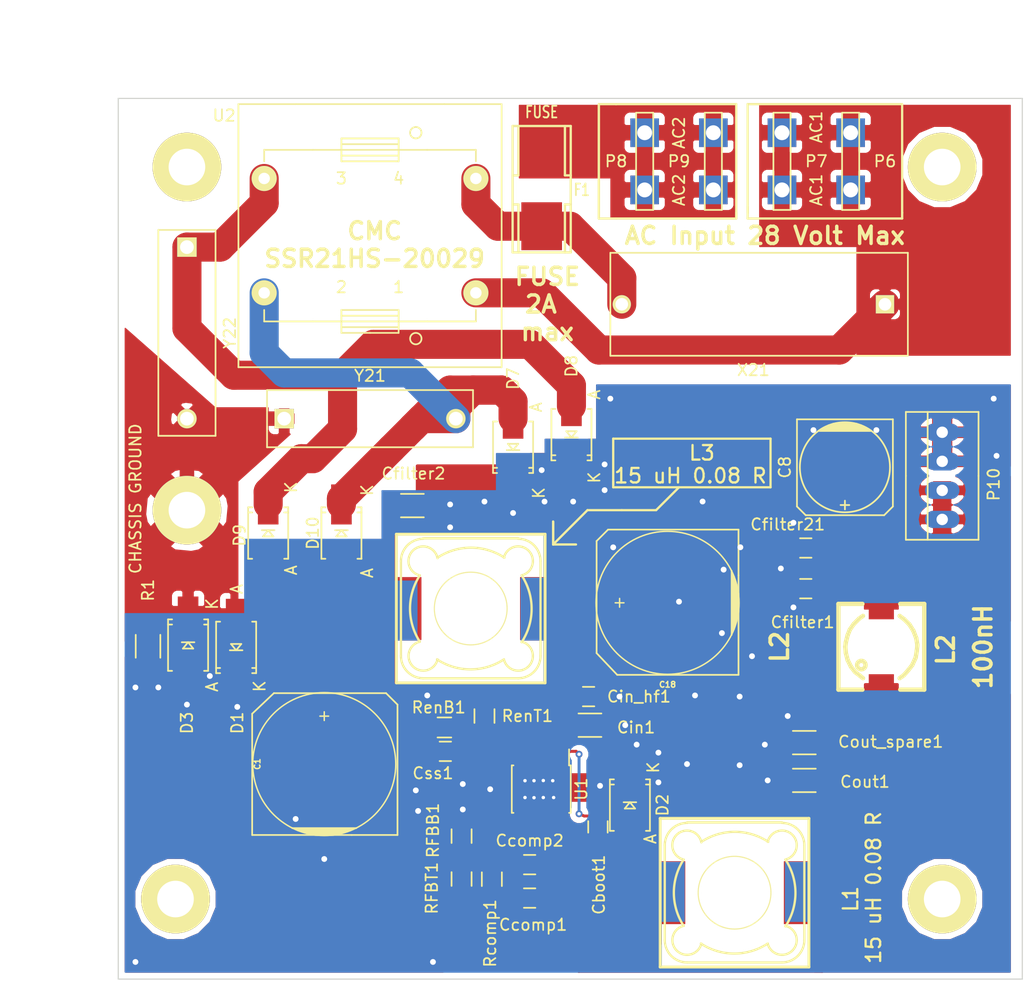
<source format=kicad_pcb>
(kicad_pcb (version 4) (host pcbnew 4.0.2-4+6225~38~ubuntu15.04.1-stable)

  (general
    (links 79)
    (no_connects 0)
    (area 16.300001 12.75 106.050001 98.050001)
    (thickness 1.6)
    (drawings 36)
    (tracks 351)
    (zones 0)
    (modules 46)
    (nets 19)
  )

  (page User 175.006 150.012)
  (layers
    (0 F.Cu signal)
    (1 Inner2.Cu power)
    (2 Inner1.Cu power)
    (31 B.Cu signal)
    (32 B.Adhes user)
    (33 F.Adhes user)
    (34 B.Paste user)
    (35 F.Paste user)
    (36 B.SilkS user)
    (37 F.SilkS user)
    (38 B.Mask user)
    (39 F.Mask user)
    (40 Dwgs.User user)
    (41 Cmts.User user)
    (42 Eco1.User user)
    (43 Eco2.User user)
    (44 Edge.Cuts user)
  )

  (setup
    (last_trace_width 0.512)
    (user_trace_width 0.254)
    (user_trace_width 0.4)
    (user_trace_width 0.508)
    (user_trace_width 0.508)
    (user_trace_width 0.762)
    (user_trace_width 0.762)
    (user_trace_width 1.27)
    (user_trace_width 2.54)
    (trace_clearance 0.2)
    (zone_clearance 0.508)
    (zone_45_only yes)
    (trace_min 0.127)
    (segment_width 0.2)
    (edge_width 0.1)
    (via_size 2)
    (via_drill 1)
    (via_min_size 0.6)
    (via_min_drill 0.3)
    (user_via 0.6 0.3)
    (user_via 0.889 0.508)
    (user_via 2 1)
    (user_via 6 3)
    (uvia_size 0.508)
    (uvia_drill 0.127)
    (uvias_allowed yes)
    (uvia_min_size 0.508)
    (uvia_min_drill 0.127)
    (pcb_text_width 0.3)
    (pcb_text_size 1.5 1.5)
    (mod_edge_width 0.15)
    (mod_text_size 1 1)
    (mod_text_width 0.15)
    (pad_size 4.9 2.4003)
    (pad_drill 0)
    (pad_to_mask_clearance 0)
    (aux_axis_origin 27 21)
    (grid_origin 27 21)
    (visible_elements FFFFFFFF)
    (pcbplotparams
      (layerselection 0x010f0_80000001)
      (usegerberextensions true)
      (excludeedgelayer true)
      (linewidth 0.150000)
      (plotframeref false)
      (viasonmask true)
      (mode 1)
      (useauxorigin true)
      (hpglpennumber 1)
      (hpglpenspeed 20)
      (hpglpendiameter 15)
      (hpglpenoverlay 2)
      (psnegative false)
      (psa4output false)
      (plotreference true)
      (plotvalue true)
      (plotinvisibletext false)
      (padsonsilk false)
      (subtractmaskfromsilk true)
      (outputformat 1)
      (mirror false)
      (drillshape 0)
      (scaleselection 1)
      (outputdirectory /home/willem/kicad/TPS54231PSU/TPS54231_PSU_GERBER/))
  )

  (net 0 "")
  (net 1 ACA)
  (net 2 ACB)
  (net 3 BOOT)
  (net 4 COMP)
  (net 5 DGND)
  (net 6 EN)
  (net 7 PH)
  (net 8 SENSE)
  (net 9 V+)
  (net 10 VPRE5)
  (net 11 +5V)
  (net 12 "Net-(Ccomp1-Pad1)")
  (net 13 "Net-(Css1-Pad1)")
  (net 14 CHASSISGND)
  (net 15 "Net-(D10-Pad1)")
  (net 16 "Net-(D8-Pad2)")
  (net 17 "Net-(F1-Pad1)")
  (net 18 V+rectified)

  (net_class Default "Dies ist die voreingestellte Netzklasse."
    (clearance 0.2)
    (trace_width 0.512)
    (via_dia 2)
    (via_drill 1)
    (uvia_dia 0.508)
    (uvia_drill 0.127)
    (add_net +5V)
    (add_net ACA)
    (add_net ACB)
    (add_net BOOT)
    (add_net CHASSISGND)
    (add_net COMP)
    (add_net DGND)
    (add_net EN)
    (add_net "Net-(Ccomp1-Pad1)")
    (add_net "Net-(Css1-Pad1)")
    (add_net "Net-(D10-Pad1)")
    (add_net "Net-(D8-Pad2)")
    (add_net "Net-(F1-Pad1)")
    (add_net PH)
    (add_net SENSE)
    (add_net V+)
    (add_net V+rectified)
    (add_net VPRE5)
  )

  (module Resistors_SMD:R_0805 (layer F.Cu) (tedit 57371FF6) (tstamp 56FF0366)
    (at 57 85.5 90)
    (descr "Resistor SMD 0805, reflow soldering, Vishay (see dcrcw.pdf)")
    (tags "resistor 0805")
    (path /56A8094F)
    (attr smd)
    (fp_text reference RFBB1 (at 0.5 -2.5 270) (layer F.SilkS)
      (effects (font (size 1 1) (thickness 0.15)))
    )
    (fp_text value 1.96K (at 0.25 -1.75 90) (layer F.Fab)
      (effects (font (size 1 1) (thickness 0.15)))
    )
    (fp_line (start -1.6 -1) (end 1.6 -1) (layer F.CrtYd) (width 0.05))
    (fp_line (start -1.6 1) (end 1.6 1) (layer F.CrtYd) (width 0.05))
    (fp_line (start -1.6 -1) (end -1.6 1) (layer F.CrtYd) (width 0.05))
    (fp_line (start 1.6 -1) (end 1.6 1) (layer F.CrtYd) (width 0.05))
    (fp_line (start 0.6 0.875) (end -0.6 0.875) (layer F.SilkS) (width 0.15))
    (fp_line (start -0.6 -0.875) (end 0.6 -0.875) (layer F.SilkS) (width 0.15))
    (pad 1 smd rect (at -0.95 0 90) (size 0.7 1.3) (layers F.Cu F.Paste F.Mask)
      (net 8 SENSE))
    (pad 2 smd rect (at 0.95 0 90) (size 0.7 1.3) (layers F.Cu F.Paste F.Mask)
      (net 5 DGND))
    (model Resistors_SMD.3dshapes/R_0805.wrl
      (at (xyz 0 0 0))
      (scale (xyz 1 1 1))
      (rotate (xyz 0 0 0))
    )
  )

  (module Diodes_SMD:SMA_Handsoldering (layer F.Cu) (tedit 56FF83DB) (tstamp 56FF02E4)
    (at 66.6 50.4 90)
    (descr "Diode SMA Handsoldering")
    (tags "Diode SMA Handsoldering")
    (path /56AF3246)
    (attr smd)
    (fp_text reference D8 (at 6 0 90) (layer F.SilkS)
      (effects (font (size 1 1) (thickness 0.15)))
    )
    (fp_text value DIODE (at 0.05 4.4 90) (layer F.Fab)
      (effects (font (size 1 1) (thickness 0.15)))
    )
    (fp_line (start -4.5 -2) (end 4.5 -2) (layer F.CrtYd) (width 0.05))
    (fp_line (start 4.5 -2) (end 4.5 2) (layer F.CrtYd) (width 0.05))
    (fp_line (start 4.5 2) (end -4.5 2) (layer F.CrtYd) (width 0.05))
    (fp_line (start -4.5 2) (end -4.5 -2) (layer F.CrtYd) (width 0.05))
    (fp_line (start -0.25 0) (end 0.3 -0.45) (layer F.SilkS) (width 0.15))
    (fp_line (start 0.3 -0.45) (end 0.3 0.45) (layer F.SilkS) (width 0.15))
    (fp_line (start 0.3 0.45) (end -0.25 0) (layer F.SilkS) (width 0.15))
    (fp_line (start -0.25 -0.55) (end -0.25 0.55) (layer F.SilkS) (width 0.15))
    (fp_text user K (at -3.75 2 90) (layer F.SilkS)
      (effects (font (size 1 1) (thickness 0.15)))
    )
    (fp_text user A (at 3.5 2 90) (layer F.SilkS)
      (effects (font (size 1 1) (thickness 0.15)))
    )
    (fp_line (start -1.79914 1.75006) (end -1.79914 1.39954) (layer F.SilkS) (width 0.15))
    (fp_line (start -1.79914 -1.75006) (end -1.79914 -1.39954) (layer F.SilkS) (width 0.15))
    (fp_line (start 2.25044 1.75006) (end 2.25044 1.39954) (layer F.SilkS) (width 0.15))
    (fp_line (start -2.25044 1.75006) (end -2.25044 1.39954) (layer F.SilkS) (width 0.15))
    (fp_line (start -2.25044 -1.75006) (end -2.25044 -1.39954) (layer F.SilkS) (width 0.15))
    (fp_line (start 2.25044 -1.75006) (end 2.25044 -1.39954) (layer F.SilkS) (width 0.15))
    (fp_line (start -2.25044 1.75006) (end 2.25044 1.75006) (layer F.SilkS) (width 0.15))
    (fp_line (start -2.25044 -1.75006) (end 2.25044 -1.75006) (layer F.SilkS) (width 0.15))
    (pad 1 smd rect (at -2.49936 0 90) (size 3.50012 1.80086) (layers F.Cu F.Paste F.Mask)
      (net 5 DGND))
    (pad 2 smd rect (at 2.49936 0 90) (size 3.50012 1.80086) (layers F.Cu F.Paste F.Mask)
      (net 16 "Net-(D8-Pad2)"))
    (model Diodes_SMD.3dshapes/SMA_Handsoldering.wrl
      (at (xyz 0 0 0))
      (scale (xyz 0.3937 0.3937 0.3937))
      (rotate (xyz 0 0 180))
    )
  )

  (module drillhole:hole (layer F.Cu) (tedit 56FF9A2F) (tstamp 56FEF52B)
    (at 33 27)
    (descr drillhole)
    (tags hole)
    (path /56FF9D95)
    (fp_text reference P3 (at 0 0) (layer F.SilkS)
      (effects (font (size 1 1) (thickness 0.15)))
    )
    (fp_text value P3 (at 0.5 1.25) (layer F.SilkS)
      (effects (font (size 1 1) (thickness 0.15)))
    )
    (pad "" np_thru_hole circle (at 0 0) (size 6 6) (drill 3.2) (layers *.Cu *.Mask F.SilkS))
  )

  (module drillhole:hole (layer F.Cu) (tedit 56C729F6) (tstamp 56FEF530)
    (at 32 91)
    (descr drillhole)
    (tags hole)
    (path /56FF9E28)
    (fp_text reference P4 (at 0 0) (layer F.SilkS)
      (effects (font (size 1 1) (thickness 0.15)))
    )
    (fp_text value P4 (at 0 0) (layer F.SilkS)
      (effects (font (size 1 1) (thickness 0.15)))
    )
    (pad "" np_thru_hole circle (at 0 0) (size 6 6) (drill 3.2) (layers *.Cu *.Mask F.SilkS))
  )

  (module drillhole:hole (layer F.Cu) (tedit 56C729F6) (tstamp 56FEF555)
    (at 99 91 270)
    (descr drillhole)
    (tags hole)
    (path /56FF9B03)
    (fp_text reference P1 (at 0 0 270) (layer F.SilkS)
      (effects (font (size 1 1) (thickness 0.15)))
    )
    (fp_text value P1 (at 0 0 270) (layer F.SilkS)
      (effects (font (size 1 1) (thickness 0.15)))
    )
    (pad "" np_thru_hole circle (at 0 0 270) (size 6 6) (drill 3.2) (layers *.Cu *.Mask F.SilkS))
  )

  (module drillhole:hole (layer F.Cu) (tedit 56FF9A32) (tstamp 56FEF559)
    (at 99 27 90)
    (descr drillhole)
    (tags hole)
    (path /56FF9CFF)
    (fp_text reference P2 (at 0 0 90) (layer F.SilkS)
      (effects (font (size 1 1) (thickness 0.15)))
    )
    (fp_text value P2 (at 0.25 -0.5 90) (layer F.SilkS)
      (effects (font (size 1 1) (thickness 0.15)))
    )
    (pad "" np_thru_hole circle (at 0 0 90) (size 6 6) (drill 3.2) (layers *.Cu *.Mask F.SilkS))
  )

  (module Housings_SOIC:SOIC-8-1EP_3.9x4.9mm_Pitch1.27mm (layer F.Cu) (tedit 54130A77) (tstamp 56FEF55D)
    (at 63.964 81.39 270)
    (descr "8-Lead Thermally Enhanced Plastic Small Outline (SE) - Narrow, 3.90 mm Body [SOIC] (see Microchip Packaging Specification 00000049BS.pdf)")
    (tags "SOIC 1.27")
    (path /56A80943)
    (zone_connect 2)
    (attr smd)
    (fp_text reference U1 (at 0 -3.5 270) (layer F.SilkS)
      (effects (font (size 1 1) (thickness 0.15)))
    )
    (fp_text value TPS54321DR (at 0 3.5 270) (layer F.Fab)
      (effects (font (size 1 1) (thickness 0.15)))
    )
    (fp_line (start -3.75 -2.75) (end -3.75 2.75) (layer F.CrtYd) (width 0.05))
    (fp_line (start 3.75 -2.75) (end 3.75 2.75) (layer F.CrtYd) (width 0.05))
    (fp_line (start -3.75 -2.75) (end 3.75 -2.75) (layer F.CrtYd) (width 0.05))
    (fp_line (start -3.75 2.75) (end 3.75 2.75) (layer F.CrtYd) (width 0.05))
    (fp_line (start -2.075 -2.575) (end -2.075 -2.43) (layer F.SilkS) (width 0.15))
    (fp_line (start 2.075 -2.575) (end 2.075 -2.43) (layer F.SilkS) (width 0.15))
    (fp_line (start 2.075 2.575) (end 2.075 2.43) (layer F.SilkS) (width 0.15))
    (fp_line (start -2.075 2.575) (end -2.075 2.43) (layer F.SilkS) (width 0.15))
    (fp_line (start -2.075 -2.575) (end 2.075 -2.575) (layer F.SilkS) (width 0.15))
    (fp_line (start -2.075 2.575) (end 2.075 2.575) (layer F.SilkS) (width 0.15))
    (fp_line (start -2.075 -2.43) (end -3.475 -2.43) (layer F.SilkS) (width 0.15))
    (pad 1 smd rect (at -2.7 -1.905 270) (size 1.55 0.6) (layers F.Cu F.Paste F.Mask)
      (net 3 BOOT) (zone_connect 2))
    (pad 2 smd rect (at -2.7 -0.635 270) (size 1.55 0.6) (layers F.Cu F.Paste F.Mask)
      (net 9 V+) (zone_connect 2))
    (pad 3 smd rect (at -2.7 0.635 270) (size 1.55 0.6) (layers F.Cu F.Paste F.Mask)
      (net 6 EN) (zone_connect 2))
    (pad 4 smd rect (at -2.7 1.905 270) (size 1.55 0.6) (layers F.Cu F.Paste F.Mask)
      (net 13 "Net-(Css1-Pad1)") (zone_connect 2))
    (pad 5 smd rect (at 2.7 1.905 270) (size 1.55 0.6) (layers F.Cu F.Paste F.Mask)
      (net 8 SENSE) (zone_connect 2))
    (pad 6 smd rect (at 2.7 0.635 270) (size 1.55 0.6) (layers F.Cu F.Paste F.Mask)
      (net 4 COMP) (zone_connect 2))
    (pad 7 smd rect (at 2.7 -0.635 270) (size 1.55 0.6) (layers F.Cu F.Paste F.Mask)
      (net 5 DGND) (zone_connect 2))
    (pad 8 smd rect (at 2.7 -1.905 270) (size 1.55 0.6) (layers F.Cu F.Paste F.Mask)
      (net 7 PH) (zone_connect 2))
    (pad 9 smd rect (at 0.5875 0.5875 270) (size 1.175 1.175) (layers F.Cu F.Paste F.Mask)
      (net 5 DGND) (solder_paste_margin_ratio -0.2) (zone_connect 2))
    (pad 9 smd rect (at 0.5875 -0.5875 270) (size 1.175 1.175) (layers F.Cu F.Paste F.Mask)
      (net 5 DGND) (solder_paste_margin_ratio -0.2) (zone_connect 2))
    (pad 9 smd rect (at -0.5875 0.5875 270) (size 1.175 1.175) (layers F.Cu F.Paste F.Mask)
      (net 5 DGND) (solder_paste_margin_ratio -0.2) (zone_connect 2))
    (pad 9 smd rect (at -0.5875 -0.5875 270) (size 1.175 1.175) (layers F.Cu F.Paste F.Mask)
      (net 5 DGND) (solder_paste_margin_ratio -0.2) (zone_connect 2))
    (model Housings_SOIC.3dshapes/SOIC-8-1EP_3.9x4.9mm_Pitch1.27mm.wrl
      (at (xyz 0 0 0))
      (scale (xyz 1 1 1))
      (rotate (xyz 0 0 0))
    )
  )

  (module Capacitors_SMD:C_1206 (layer F.Cu) (tedit 56FF9152) (tstamp 56FEFC5F)
    (at 52.7 56.6 180)
    (descr "Capacitor SMD 1206, reflow soldering, AVX (see smccp.pdf)")
    (tags "capacitor 1206")
    (path /56FF6AA4)
    (attr smd)
    (fp_text reference Cfilter2 (at -0.1 2.8 180) (layer F.SilkS)
      (effects (font (size 1 1) (thickness 0.15)))
    )
    (fp_text value "4,7 uF" (at 0 2.3 180) (layer F.Fab)
      (effects (font (size 1 1) (thickness 0.15)))
    )
    (fp_line (start -2.3 -1.15) (end 2.3 -1.15) (layer F.CrtYd) (width 0.05))
    (fp_line (start -2.3 1.15) (end 2.3 1.15) (layer F.CrtYd) (width 0.05))
    (fp_line (start -2.3 -1.15) (end -2.3 1.15) (layer F.CrtYd) (width 0.05))
    (fp_line (start 2.3 -1.15) (end 2.3 1.15) (layer F.CrtYd) (width 0.05))
    (fp_line (start 1 -1.025) (end -1 -1.025) (layer F.SilkS) (width 0.15))
    (fp_line (start -1 1.025) (end 1 1.025) (layer F.SilkS) (width 0.15))
    (pad 1 smd rect (at -1.5 0 180) (size 1 1.6) (layers F.Cu F.Paste F.Mask)
      (net 5 DGND))
    (pad 2 smd rect (at 1.5 0 180) (size 1 1.6) (layers F.Cu F.Paste F.Mask)
      (net 18 V+rectified))
    (model Capacitors_SMD.3dshapes/C_1206.wrl
      (at (xyz 0 0 0))
      (scale (xyz 1 1 1))
      (rotate (xyz 0 0 0))
    )
  )

  (module Connect_Addons:PINHEAD1-4 (layer F.Cu) (tedit 56FF90C1) (tstamp 56FEFC67)
    (at 99 54 90)
    (path /57002C78)
    (attr virtual)
    (fp_text reference P10 (at -0.75 4.5 90) (layer F.SilkS)
      (effects (font (size 1 1) (thickness 0.15)))
    )
    (fp_text value CONN_01X04 (at 0 3.81 90) (layer F.Fab)
      (effects (font (size 1 1) (thickness 0.15)))
    )
    (fp_line (start 0 3.175) (end -5.588 3.175) (layer F.SilkS) (width 0.15))
    (fp_line (start -5.588 -3.175) (end 0 -3.175) (layer F.SilkS) (width 0.15))
    (fp_line (start 0 -1.27) (end -5.588 -1.27) (layer F.SilkS) (width 0.15))
    (fp_line (start 0 3.175) (end 5.588 3.175) (layer F.SilkS) (width 0.15))
    (fp_line (start 0 -1.27) (end 5.588 -1.27) (layer F.SilkS) (width 0.15))
    (fp_line (start 0 -3.175) (end 5.588 -3.175) (layer F.SilkS) (width 0.15))
    (fp_line (start -5.588 -3.175) (end -5.588 3.175) (layer F.SilkS) (width 0.15))
    (fp_line (start 5.588 -3.175) (end 5.588 3.175) (layer F.SilkS) (width 0.15))
    (pad 1 thru_hole oval (at -3.81 0 90) (size 1.50622 3.01498) (drill 0.99822) (layers *.Cu *.Mask)
      (net 11 +5V))
    (pad 2 thru_hole oval (at -1.27 0 90) (size 1.50622 3.01498) (drill 0.99822) (layers *.Cu *.Mask)
      (net 11 +5V))
    (pad 3 thru_hole oval (at 1.27 0 90) (size 1.50622 3.01498) (drill 0.99822) (layers *.Cu *.Mask)
      (net 5 DGND))
    (pad 4 thru_hole oval (at 3.81 0 90) (size 1.50622 3.01498) (drill 0.99822) (layers *.Cu *.Mask)
      (net 5 DGND))
  )

  (module CommonModeChoke_Addons:CommonModeChoke_KEMET_SSR21HS (layer F.Cu) (tedit 56FF9A6D) (tstamp 56FEFC96)
    (at 49 33 180)
    (descr "KEMET SSR21HS")
    (tags "Common Mode Choke, Gleichtaktdrossel,")
    (path /56FF735D)
    (fp_text reference U2 (at 12.75 10.5 180) (layer F.SilkS)
      (effects (font (size 1 1) (thickness 0.15)))
    )
    (fp_text value SSR21HS-20029 (at 0 14.00048 180) (layer F.Fab)
      (effects (font (size 1 1) (thickness 0.15)))
    )
    (fp_line (start 6.5 11.5) (end 11.5 11.5) (layer F.SilkS) (width 0.15))
    (fp_line (start 11.5 11.5) (end 11.5 -11.5) (layer F.SilkS) (width 0.15))
    (fp_line (start 11.5 -11.5) (end -11.5 -11.5) (layer F.SilkS) (width 0.15))
    (fp_line (start -11.5 -11.5) (end -11.5 11.5) (layer F.SilkS) (width 0.15))
    (fp_line (start -11.5 11.5) (end -6.5 11.5) (layer F.SilkS) (width 0.15))
    (fp_line (start -5 7.5) (end -9.25 7.5) (layer F.SilkS) (width 0.15))
    (fp_line (start -9.25 7.5) (end -9.25 6.5) (layer F.SilkS) (width 0.15))
    (fp_line (start 5 7.5) (end 9.25 7.5) (layer F.SilkS) (width 0.15))
    (fp_line (start 9.25 7.5) (end 9.25 6.5) (layer F.SilkS) (width 0.15))
    (fp_line (start 5 -7.5) (end 9.25 -7.5) (layer F.SilkS) (width 0.15))
    (fp_line (start 9.25 -7.5) (end 9.25 -6.5) (layer F.SilkS) (width 0.15))
    (fp_line (start -5 -7.5) (end -9.25 -7.5) (layer F.SilkS) (width 0.15))
    (fp_line (start -9.25 -7.5) (end -9.25 -6.5) (layer F.SilkS) (width 0.15))
    (fp_text user 3 (at 2.49936 5.0005 180) (layer F.SilkS)
      (effects (font (size 1 1) (thickness 0.15)))
    )
    (fp_text user 4 (at -2.49936 5.0005 180) (layer F.SilkS)
      (effects (font (size 1 1) (thickness 0.15)))
    )
    (fp_text user 2 (at 2.49936 -4.50012 180) (layer F.SilkS)
      (effects (font (size 1 1) (thickness 0.15)))
    )
    (fp_text user 1 (at -2.49936 -4.50012 180) (layer F.SilkS)
      (effects (font (size 1 1) (thickness 0.15)))
    )
    (fp_circle (center -4.0005 9.001) (end -3.50012 9.001) (layer F.SilkS) (width 0.15))
    (fp_circle (center -4.0005 -9.001) (end -3.50012 -9.001) (layer F.SilkS) (width 0.15))
    (fp_line (start 2.49936 7.49986) (end -2.49936 7.49986) (layer F.SilkS) (width 0.15))
    (fp_line (start -2.49936 8.00024) (end 2.49936 8.00024) (layer F.SilkS) (width 0.15))
    (fp_line (start 2.49936 6.99948) (end -2.49936 6.99948) (layer F.SilkS) (width 0.15))
    (fp_line (start -5.00126 7.49986) (end -2.49936 7.49986) (layer F.SilkS) (width 0.15))
    (fp_line (start 5.00126 7.49986) (end 2.49936 7.49986) (layer F.SilkS) (width 0.15))
    (fp_line (start 2.49936 8.50062) (end -2.49936 8.50062) (layer F.SilkS) (width 0.15))
    (fp_line (start -2.49936 8.50062) (end -2.49936 6.4991) (layer F.SilkS) (width 0.15))
    (fp_line (start -2.49936 6.4991) (end 2.49936 6.4991) (layer F.SilkS) (width 0.15))
    (fp_line (start 2.49936 6.4991) (end 2.49936 8.50062) (layer F.SilkS) (width 0.15))
    (fp_line (start 2.49936 -7.49986) (end 5.00126 -7.49986) (layer F.SilkS) (width 0.15))
    (fp_line (start -2.49936 -6.99948) (end 2.49936 -6.99948) (layer F.SilkS) (width 0.15))
    (fp_line (start 2.49936 -8.00024) (end -2.49936 -8.00024) (layer F.SilkS) (width 0.15))
    (fp_line (start -2.49936 -7.49986) (end 2.49936 -7.49986) (layer F.SilkS) (width 0.15))
    (fp_line (start 0 -8.50062) (end 2.49936 -8.50062) (layer F.SilkS) (width 0.15))
    (fp_line (start 2.49936 -8.50062) (end 2.49936 -6.4991) (layer F.SilkS) (width 0.15))
    (fp_line (start 2.49936 -6.4991) (end -2.49936 -6.4991) (layer F.SilkS) (width 0.15))
    (fp_line (start -2.49936 -7.49986) (end -5.00126 -7.49986) (layer F.SilkS) (width 0.15))
    (fp_line (start -2.49936 -6.4991) (end -2.49936 -8.50062) (layer F.SilkS) (width 0.15))
    (fp_line (start -2.49936 -8.50062) (end 0 -8.50062) (layer F.SilkS) (width 0.15))
    (fp_line (start 6.49986 11.50112) (end -6.49986 11.50112) (layer F.SilkS) (width 0.15))
    (pad 2 thru_hole circle (at -9.25 5 180) (size 2.19964 2.19964) (drill 1) (layers *.Cu *.Mask F.SilkS)
      (net 17 "Net-(F1-Pad1)"))
    (pad 3 thru_hole circle (at 9.25 5 180) (size 2.19964 2.19964) (drill 1) (layers *.Cu *.Mask F.SilkS)
      (net 16 "Net-(D8-Pad2)"))
    (pad 4 thru_hole circle (at 9.25 -5 180) (size 2.19964 2.19964) (drill 1) (layers *.Cu *.Mask F.SilkS)
      (net 15 "Net-(D10-Pad1)"))
    (pad 1 thru_hole circle (at -9.25 -5 180) (size 2.19964 2.19964) (drill 1) (layers *.Cu *.Mask F.SilkS)
      (net 2 ACB))
  )

  (module Capacitors_SMD_Addons:c_elec_12,5x15 (layer F.Cu) (tedit 56B7BDC0) (tstamp 56FF0299)
    (at 45 79.2 90)
    (descr "SMT capacitor, aluminium electrolytic, 10x10.5")
    (path /56A8095C)
    (fp_text reference C1 (at 0 -5.842 90) (layer F.SilkS)
      (effects (font (size 0.50038 0.50038) (thickness 0.11938)))
    )
    (fp_text value "1000 uF" (at 0 5.842 90) (layer F.SilkS) hide
      (effects (font (size 0.50038 0.50038) (thickness 0.11938)))
    )
    (fp_line (start 0 -6.3) (end -6.2 -6.3) (layer F.SilkS) (width 0.15))
    (fp_line (start -6.2 -6.3) (end -6.2 2.4) (layer F.SilkS) (width 0.15))
    (fp_line (start -6.2 2.4) (end -6.2 6.4) (layer F.SilkS) (width 0.15))
    (fp_line (start -6.2 6.4) (end 5.2 6.4) (layer F.SilkS) (width 0.15))
    (fp_line (start 5.2 6.4) (end 6.2 5.4) (layer F.SilkS) (width 0.15))
    (fp_line (start 6.2 5.4) (end 6.2 -4.4) (layer F.SilkS) (width 0.15))
    (fp_line (start 6.2 -4.4) (end 4.4 -6.3) (layer F.SilkS) (width 0.15))
    (fp_line (start 4.4 -6.3) (end 0 -6.3) (layer F.SilkS) (width 0.15))
    (fp_line (start -5.6 2.8) (end -5.6 -2.8) (layer F.SilkS) (width 0.15))
    (fp_line (start -5.7 -2.5) (end -5.7 2.5) (layer F.SilkS) (width 0.15))
    (fp_line (start -5.8 2.3) (end -5.8 -2.3) (layer F.SilkS) (width 0.15))
    (fp_line (start -5.9 -2) (end -5.9 2) (layer F.SilkS) (width 0.15))
    (fp_line (start -6 -1.5) (end -6 -1.7) (layer F.SilkS) (width 0.15))
    (fp_line (start -6.1 1.3) (end -6.1 -1.3) (layer F.SilkS) (width 0.15))
    (fp_line (start -6 -1.5) (end -6 1.6) (layer F.SilkS) (width 0.15))
    (fp_line (start -6.1 0.9) (end -6.1 1) (layer F.SilkS) (width 0.15))
    (fp_line (start -6.1 -0.9) (end -6.1 -1) (layer F.SilkS) (width 0.15))
    (fp_line (start -6.1 -0.8) (end -6.1 0.9) (layer F.SilkS) (width 0.15))
    (fp_line (start -6.2 0.8) (end -6.2 -0.4) (layer F.SilkS) (width 0.15))
    (fp_line (start -6.2 0.4) (end -6.2 -0.6) (layer F.SilkS) (width 0.15))
    (fp_line (start -6.2 -0.6) (end -6.2 -0.8) (layer F.SilkS) (width 0.15))
    (fp_circle (center 0 0) (end 6.25 0) (layer F.SilkS) (width 0.127))
    (fp_line (start 4.572 0) (end 3.81 0) (layer F.SilkS) (width 0.127))
    (fp_line (start 4.191 -0.381) (end 4.191 0.381) (layer F.SilkS) (width 0.127))
    (pad 1 smd rect (at 4.6 0 90) (size 4.9 2.4003) (layers F.Cu F.Paste F.Mask)
      (net 18 V+rectified))
    (pad 2 smd rect (at -4.7 0 90) (size 4.9 2.4003) (layers F.Cu F.Paste F.Mask)
      (net 5 DGND))
    (model smd/capacitors/c_elec_10x10_5.wrl
      (at (xyz 0 0 0))
      (scale (xyz 1 1 1))
      (rotate (xyz 0 0 0))
    )
  )

  (module Capacitors_SMD:c_elec_8x10.5 (layer F.Cu) (tedit 56FF90C7) (tstamp 56FF029E)
    (at 90.5 53.25 270)
    (descr "SMT capacitor, aluminium electrolytic, 8x10.5")
    (path /56A8B176)
    (attr smd)
    (fp_text reference C8 (at 0 5.25 270) (layer F.SilkS)
      (effects (font (size 1 1) (thickness 0.15)))
    )
    (fp_text value "220 uF" (at 0 5.08 270) (layer F.Fab)
      (effects (font (size 1 1) (thickness 0.15)))
    )
    (fp_line (start -5.35 -4.55) (end 5.35 -4.55) (layer F.CrtYd) (width 0.05))
    (fp_line (start 5.35 -4.55) (end 5.35 4.55) (layer F.CrtYd) (width 0.05))
    (fp_line (start 5.35 4.55) (end -5.35 4.55) (layer F.CrtYd) (width 0.05))
    (fp_line (start -5.35 4.55) (end -5.35 -4.55) (layer F.CrtYd) (width 0.05))
    (fp_line (start -3.81 -1.016) (end -3.81 1.016) (layer F.SilkS) (width 0.15))
    (fp_line (start -3.683 1.397) (end -3.683 -1.397) (layer F.SilkS) (width 0.15))
    (fp_line (start -3.556 -1.651) (end -3.556 1.651) (layer F.SilkS) (width 0.15))
    (fp_line (start -3.429 1.905) (end -3.429 -1.905) (layer F.SilkS) (width 0.15))
    (fp_line (start -3.302 2.032) (end -3.302 -2.032) (layer F.SilkS) (width 0.15))
    (fp_line (start -3.175 -2.286) (end -3.175 2.286) (layer F.SilkS) (width 0.15))
    (fp_line (start -4.191 -4.191) (end -4.191 4.191) (layer F.SilkS) (width 0.15))
    (fp_line (start -4.191 4.191) (end 3.429 4.191) (layer F.SilkS) (width 0.15))
    (fp_line (start 3.429 4.191) (end 4.191 3.429) (layer F.SilkS) (width 0.15))
    (fp_line (start 4.191 3.429) (end 4.191 -3.429) (layer F.SilkS) (width 0.15))
    (fp_line (start 4.191 -3.429) (end 3.429 -4.191) (layer F.SilkS) (width 0.15))
    (fp_line (start 3.429 -4.191) (end -4.191 -4.191) (layer F.SilkS) (width 0.15))
    (fp_line (start 3.683 0) (end 2.921 0) (layer F.SilkS) (width 0.15))
    (fp_line (start 3.302 -0.381) (end 3.302 0.381) (layer F.SilkS) (width 0.15))
    (fp_circle (center 0 0) (end 3.937 0) (layer F.SilkS) (width 0.15))
    (pad 1 smd rect (at 3.2512 0 270) (size 3.50012 2.4003) (layers F.Cu F.Paste F.Mask)
      (net 11 +5V))
    (pad 2 smd rect (at -3.2512 0 270) (size 3.50012 2.4003) (layers F.Cu F.Paste F.Mask)
      (net 5 DGND))
    (model Capacitors_SMD.3dshapes/c_elec_8x10.5.wrl
      (at (xyz 0 0 0))
      (scale (xyz 1 1 1))
      (rotate (xyz 0 0 0))
    )
  )

  (module Capacitors_SMD_Addons:c_elec_12,5x15 (layer F.Cu) (tedit 56FF90D5) (tstamp 56FF02A8)
    (at 75 65.1 180)
    (descr "SMT capacitor, aluminium electrolytic, 10x10.5")
    (path /56AF4376)
    (fp_text reference C18 (at 0 -7.15 180) (layer F.SilkS)
      (effects (font (size 0.50038 0.50038) (thickness 0.11938)))
    )
    (fp_text value "1000 uF" (at 0 5.842 180) (layer F.SilkS) hide
      (effects (font (size 0.50038 0.50038) (thickness 0.11938)))
    )
    (fp_line (start 0 -6.3) (end -6.2 -6.3) (layer F.SilkS) (width 0.15))
    (fp_line (start -6.2 -6.3) (end -6.2 2.4) (layer F.SilkS) (width 0.15))
    (fp_line (start -6.2 2.4) (end -6.2 6.4) (layer F.SilkS) (width 0.15))
    (fp_line (start -6.2 6.4) (end 5.2 6.4) (layer F.SilkS) (width 0.15))
    (fp_line (start 5.2 6.4) (end 6.2 5.4) (layer F.SilkS) (width 0.15))
    (fp_line (start 6.2 5.4) (end 6.2 -4.4) (layer F.SilkS) (width 0.15))
    (fp_line (start 6.2 -4.4) (end 4.4 -6.3) (layer F.SilkS) (width 0.15))
    (fp_line (start 4.4 -6.3) (end 0 -6.3) (layer F.SilkS) (width 0.15))
    (fp_line (start -5.6 2.8) (end -5.6 -2.8) (layer F.SilkS) (width 0.15))
    (fp_line (start -5.7 -2.5) (end -5.7 2.5) (layer F.SilkS) (width 0.15))
    (fp_line (start -5.8 2.3) (end -5.8 -2.3) (layer F.SilkS) (width 0.15))
    (fp_line (start -5.9 -2) (end -5.9 2) (layer F.SilkS) (width 0.15))
    (fp_line (start -6 -1.5) (end -6 -1.7) (layer F.SilkS) (width 0.15))
    (fp_line (start -6.1 1.3) (end -6.1 -1.3) (layer F.SilkS) (width 0.15))
    (fp_line (start -6 -1.5) (end -6 1.6) (layer F.SilkS) (width 0.15))
    (fp_line (start -6.1 0.9) (end -6.1 1) (layer F.SilkS) (width 0.15))
    (fp_line (start -6.1 -0.9) (end -6.1 -1) (layer F.SilkS) (width 0.15))
    (fp_line (start -6.1 -0.8) (end -6.1 0.9) (layer F.SilkS) (width 0.15))
    (fp_line (start -6.2 0.8) (end -6.2 -0.4) (layer F.SilkS) (width 0.15))
    (fp_line (start -6.2 0.4) (end -6.2 -0.6) (layer F.SilkS) (width 0.15))
    (fp_line (start -6.2 -0.6) (end -6.2 -0.8) (layer F.SilkS) (width 0.15))
    (fp_circle (center 0 0) (end 6.25 0) (layer F.SilkS) (width 0.127))
    (fp_line (start 4.572 0) (end 3.81 0) (layer F.SilkS) (width 0.127))
    (fp_line (start 4.191 -0.381) (end 4.191 0.381) (layer F.SilkS) (width 0.127))
    (pad 1 smd rect (at 4.6 0 180) (size 4.9 2.4003) (layers F.Cu F.Paste F.Mask)
      (net 9 V+))
    (pad 2 smd rect (at -4.7 0 180) (size 4.9 2.4003) (layers F.Cu F.Paste F.Mask)
      (net 5 DGND))
    (model smd/capacitors/c_elec_10x10_5.wrl
      (at (xyz 0 0 0))
      (scale (xyz 1 1 1))
      (rotate (xyz 0 0 0))
    )
  )

  (module Capacitors_SMD:C_0805 (layer F.Cu) (tedit 56FF9090) (tstamp 56FF02AD)
    (at 68.917 84.692 270)
    (descr "Capacitor SMD 0805, reflow soldering, AVX (see smccp.pdf)")
    (tags "capacitor 0805")
    (path /56A80949)
    (attr smd)
    (fp_text reference Cboot1 (at 5.058 -0.083 270) (layer F.SilkS)
      (effects (font (size 1 1) (thickness 0.15)))
    )
    (fp_text value 100nF (at 0 2.1 270) (layer F.Fab)
      (effects (font (size 1 1) (thickness 0.15)))
    )
    (fp_line (start -1.8 -1) (end 1.8 -1) (layer F.CrtYd) (width 0.05))
    (fp_line (start -1.8 1) (end 1.8 1) (layer F.CrtYd) (width 0.05))
    (fp_line (start -1.8 -1) (end -1.8 1) (layer F.CrtYd) (width 0.05))
    (fp_line (start 1.8 -1) (end 1.8 1) (layer F.CrtYd) (width 0.05))
    (fp_line (start 0.5 -0.85) (end -0.5 -0.85) (layer F.SilkS) (width 0.15))
    (fp_line (start -0.5 0.85) (end 0.5 0.85) (layer F.SilkS) (width 0.15))
    (pad 1 smd rect (at -1 0 270) (size 1 1.25) (layers F.Cu F.Paste F.Mask)
      (net 3 BOOT))
    (pad 2 smd rect (at 1 0 270) (size 1 1.25) (layers F.Cu F.Paste F.Mask)
      (net 7 PH))
    (model Capacitors_SMD.3dshapes/C_0805.wrl
      (at (xyz 0 0 0))
      (scale (xyz 1 1 1))
      (rotate (xyz 0 0 0))
    )
  )

  (module Capacitors_SMD:C_0805 (layer F.Cu) (tedit 56FF9104) (tstamp 56FF02B2)
    (at 62.948 90.915)
    (descr "Capacitor SMD 0805, reflow soldering, AVX (see smccp.pdf)")
    (tags "capacitor 0805")
    (path /56A8094B)
    (attr smd)
    (fp_text reference Ccomp1 (at 0.302 2.335) (layer F.SilkS)
      (effects (font (size 1 1) (thickness 0.15)))
    )
    (fp_text value "1,2 nF" (at 0 2.1) (layer F.Fab)
      (effects (font (size 1 1) (thickness 0.15)))
    )
    (fp_line (start -1.8 -1) (end 1.8 -1) (layer F.CrtYd) (width 0.05))
    (fp_line (start -1.8 1) (end 1.8 1) (layer F.CrtYd) (width 0.05))
    (fp_line (start -1.8 -1) (end -1.8 1) (layer F.CrtYd) (width 0.05))
    (fp_line (start 1.8 -1) (end 1.8 1) (layer F.CrtYd) (width 0.05))
    (fp_line (start 0.5 -0.85) (end -0.5 -0.85) (layer F.SilkS) (width 0.15))
    (fp_line (start -0.5 0.85) (end 0.5 0.85) (layer F.SilkS) (width 0.15))
    (pad 1 smd rect (at -1 0) (size 1 1.25) (layers F.Cu F.Paste F.Mask)
      (net 12 "Net-(Ccomp1-Pad1)"))
    (pad 2 smd rect (at 1 0) (size 1 1.25) (layers F.Cu F.Paste F.Mask)
      (net 5 DGND))
    (model Capacitors_SMD.3dshapes/C_0805.wrl
      (at (xyz 0 0 0))
      (scale (xyz 1 1 1))
      (rotate (xyz 0 0 0))
    )
  )

  (module Capacitors_SMD:C_0805 (layer F.Cu) (tedit 5415D6EA) (tstamp 56FF02B7)
    (at 62.948 87.994)
    (descr "Capacitor SMD 0805, reflow soldering, AVX (see smccp.pdf)")
    (tags "capacitor 0805")
    (path /56A80956)
    (attr smd)
    (fp_text reference Ccomp2 (at 0 -2.1) (layer F.SilkS)
      (effects (font (size 1 1) (thickness 0.15)))
    )
    (fp_text value 22pF (at 0 2.1) (layer F.Fab)
      (effects (font (size 1 1) (thickness 0.15)))
    )
    (fp_line (start -1.8 -1) (end 1.8 -1) (layer F.CrtYd) (width 0.05))
    (fp_line (start -1.8 1) (end 1.8 1) (layer F.CrtYd) (width 0.05))
    (fp_line (start -1.8 -1) (end -1.8 1) (layer F.CrtYd) (width 0.05))
    (fp_line (start 1.8 -1) (end 1.8 1) (layer F.CrtYd) (width 0.05))
    (fp_line (start 0.5 -0.85) (end -0.5 -0.85) (layer F.SilkS) (width 0.15))
    (fp_line (start -0.5 0.85) (end 0.5 0.85) (layer F.SilkS) (width 0.15))
    (pad 1 smd rect (at -1 0) (size 1 1.25) (layers F.Cu F.Paste F.Mask)
      (net 4 COMP))
    (pad 2 smd rect (at 1 0) (size 1 1.25) (layers F.Cu F.Paste F.Mask)
      (net 5 DGND))
    (model Capacitors_SMD.3dshapes/C_0805.wrl
      (at (xyz 0 0 0))
      (scale (xyz 1 1 1))
      (rotate (xyz 0 0 0))
    )
  )

  (module Capacitors_SMD:C_0805 (layer F.Cu) (tedit 56FF9678) (tstamp 56FF02BC)
    (at 87.078 63.864 180)
    (descr "Capacitor SMD 0805, reflow soldering, AVX (see smccp.pdf)")
    (tags "capacitor 0805")
    (path /56A8094D)
    (attr smd)
    (fp_text reference Cfilter1 (at 0.278 -2.936 180) (layer F.SilkS)
      (effects (font (size 1 1) (thickness 0.15)))
    )
    (fp_text value 2.2uF (at 0 2.1 180) (layer F.Fab)
      (effects (font (size 1 1) (thickness 0.15)))
    )
    (fp_line (start -1.8 -1) (end 1.8 -1) (layer F.CrtYd) (width 0.05))
    (fp_line (start -1.8 1) (end 1.8 1) (layer F.CrtYd) (width 0.05))
    (fp_line (start -1.8 -1) (end -1.8 1) (layer F.CrtYd) (width 0.05))
    (fp_line (start 1.8 -1) (end 1.8 1) (layer F.CrtYd) (width 0.05))
    (fp_line (start 0.5 -0.85) (end -0.5 -0.85) (layer F.SilkS) (width 0.15))
    (fp_line (start -0.5 0.85) (end 0.5 0.85) (layer F.SilkS) (width 0.15))
    (pad 1 smd rect (at -1 0 180) (size 1 1.25) (layers F.Cu F.Paste F.Mask)
      (net 11 +5V))
    (pad 2 smd rect (at 1 0 180) (size 1 1.25) (layers F.Cu F.Paste F.Mask)
      (net 5 DGND))
    (model Capacitors_SMD.3dshapes/C_0805.wrl
      (at (xyz 0 0 0))
      (scale (xyz 1 1 1))
      (rotate (xyz 0 0 0))
    )
  )

  (module Capacitors_SMD:C_0805 (layer F.Cu) (tedit 56FF90BB) (tstamp 56FF02C1)
    (at 87.078 60.308 180)
    (descr "Capacitor SMD 0805, reflow soldering, AVX (see smccp.pdf)")
    (tags "capacitor 0805")
    (path /56ABC054)
    (attr smd)
    (fp_text reference Cfilter21 (at 1.578 2.058 180) (layer F.SilkS)
      (effects (font (size 1 1) (thickness 0.15)))
    )
    (fp_text value 2.2uF (at 0 2.1 180) (layer F.Fab)
      (effects (font (size 1 1) (thickness 0.15)))
    )
    (fp_line (start -1.8 -1) (end 1.8 -1) (layer F.CrtYd) (width 0.05))
    (fp_line (start -1.8 1) (end 1.8 1) (layer F.CrtYd) (width 0.05))
    (fp_line (start -1.8 -1) (end -1.8 1) (layer F.CrtYd) (width 0.05))
    (fp_line (start 1.8 -1) (end 1.8 1) (layer F.CrtYd) (width 0.05))
    (fp_line (start 0.5 -0.85) (end -0.5 -0.85) (layer F.SilkS) (width 0.15))
    (fp_line (start -0.5 0.85) (end 0.5 0.85) (layer F.SilkS) (width 0.15))
    (pad 1 smd rect (at -1 0 180) (size 1 1.25) (layers F.Cu F.Paste F.Mask)
      (net 11 +5V))
    (pad 2 smd rect (at 1 0 180) (size 1 1.25) (layers F.Cu F.Paste F.Mask)
      (net 5 DGND))
    (model Capacitors_SMD.3dshapes/C_0805.wrl
      (at (xyz 0 0 0))
      (scale (xyz 1 1 1))
      (rotate (xyz 0 0 0))
    )
  )

  (module Capacitors_SMD:C_1206 (layer F.Cu) (tedit 56FF90E0) (tstamp 56FF02C6)
    (at 68.2185 75.802)
    (descr "Capacitor SMD 1206, reflow soldering, AVX (see smccp.pdf)")
    (tags "capacitor 1206")
    (path /56A8095B)
    (zone_connect 2)
    (attr smd)
    (fp_text reference Cin1 (at 4.0315 0.198) (layer F.SilkS)
      (effects (font (size 1 1) (thickness 0.15)))
    )
    (fp_text value 10uF (at 0 2.3) (layer F.Fab)
      (effects (font (size 1 1) (thickness 0.15)))
    )
    (fp_line (start -2.3 -1.15) (end 2.3 -1.15) (layer F.CrtYd) (width 0.05))
    (fp_line (start -2.3 1.15) (end 2.3 1.15) (layer F.CrtYd) (width 0.05))
    (fp_line (start -2.3 -1.15) (end -2.3 1.15) (layer F.CrtYd) (width 0.05))
    (fp_line (start 2.3 -1.15) (end 2.3 1.15) (layer F.CrtYd) (width 0.05))
    (fp_line (start 1 -1.025) (end -1 -1.025) (layer F.SilkS) (width 0.15))
    (fp_line (start -1 1.025) (end 1 1.025) (layer F.SilkS) (width 0.15))
    (pad 1 smd rect (at -1.5 0) (size 1 1.6) (layers F.Cu F.Paste F.Mask)
      (net 9 V+) (zone_connect 2))
    (pad 2 smd rect (at 1.5 0) (size 1 1.6) (layers F.Cu F.Paste F.Mask)
      (net 5 DGND) (zone_connect 2))
    (model Capacitors_SMD.3dshapes/C_1206.wrl
      (at (xyz 0 0 0))
      (scale (xyz 1 1 1))
      (rotate (xyz 0 0 0))
    )
  )

  (module Capacitors_SMD:C_1206 (layer F.Cu) (tedit 56FF90A8) (tstamp 56FF02CB)
    (at 86.951 80.628 180)
    (descr "Capacitor SMD 1206, reflow soldering, AVX (see smccp.pdf)")
    (tags "capacitor 1206")
    (path /56A8094A)
    (attr smd)
    (fp_text reference Cout1 (at -5.299 -0.122 180) (layer F.SilkS)
      (effects (font (size 1 1) (thickness 0.15)))
    )
    (fp_text value 47uF (at 0 2.3 180) (layer F.Fab)
      (effects (font (size 1 1) (thickness 0.15)))
    )
    (fp_line (start -2.3 -1.15) (end 2.3 -1.15) (layer F.CrtYd) (width 0.05))
    (fp_line (start -2.3 1.15) (end 2.3 1.15) (layer F.CrtYd) (width 0.05))
    (fp_line (start -2.3 -1.15) (end -2.3 1.15) (layer F.CrtYd) (width 0.05))
    (fp_line (start 2.3 -1.15) (end 2.3 1.15) (layer F.CrtYd) (width 0.05))
    (fp_line (start 1 -1.025) (end -1 -1.025) (layer F.SilkS) (width 0.15))
    (fp_line (start -1 1.025) (end 1 1.025) (layer F.SilkS) (width 0.15))
    (pad 1 smd rect (at -1.5 0 180) (size 1 1.6) (layers F.Cu F.Paste F.Mask)
      (net 10 VPRE5))
    (pad 2 smd rect (at 1.5 0 180) (size 1 1.6) (layers F.Cu F.Paste F.Mask)
      (net 5 DGND))
    (model Capacitors_SMD.3dshapes/C_1206.wrl
      (at (xyz 0 0 0))
      (scale (xyz 1 1 1))
      (rotate (xyz 0 0 0))
    )
  )

  (module Capacitors_SMD:C_1206 (layer F.Cu) (tedit 56FF90A6) (tstamp 56FF02D0)
    (at 86.951 77.326 180)
    (descr "Capacitor SMD 1206, reflow soldering, AVX (see smccp.pdf)")
    (tags "capacitor 1206")
    (path /56ABBC49)
    (attr smd)
    (fp_text reference Cout_spare1 (at -7.549 0.076 180) (layer F.SilkS)
      (effects (font (size 1 1) (thickness 0.15)))
    )
    (fp_text value 47uF (at 0 2.3 180) (layer F.Fab)
      (effects (font (size 1 1) (thickness 0.15)))
    )
    (fp_line (start -2.3 -1.15) (end 2.3 -1.15) (layer F.CrtYd) (width 0.05))
    (fp_line (start -2.3 1.15) (end 2.3 1.15) (layer F.CrtYd) (width 0.05))
    (fp_line (start -2.3 -1.15) (end -2.3 1.15) (layer F.CrtYd) (width 0.05))
    (fp_line (start 2.3 -1.15) (end 2.3 1.15) (layer F.CrtYd) (width 0.05))
    (fp_line (start 1 -1.025) (end -1 -1.025) (layer F.SilkS) (width 0.15))
    (fp_line (start -1 1.025) (end 1 1.025) (layer F.SilkS) (width 0.15))
    (pad 1 smd rect (at -1.5 0 180) (size 1 1.6) (layers F.Cu F.Paste F.Mask)
      (net 10 VPRE5))
    (pad 2 smd rect (at 1.5 0 180) (size 1 1.6) (layers F.Cu F.Paste F.Mask)
      (net 5 DGND))
    (model Capacitors_SMD.3dshapes/C_1206.wrl
      (at (xyz 0 0 0))
      (scale (xyz 1 1 1))
      (rotate (xyz 0 0 0))
    )
  )

  (module Capacitors_SMD:C_0805 (layer F.Cu) (tedit 56FF90F3) (tstamp 56FF02D5)
    (at 55.582 78.088 180)
    (descr "Capacitor SMD 0805, reflow soldering, AVX (see smccp.pdf)")
    (tags "capacitor 0805")
    (path /56A8094C)
    (attr smd)
    (fp_text reference Css1 (at 1.082 -1.912 180) (layer F.SilkS)
      (effects (font (size 1 1) (thickness 0.15)))
    )
    (fp_text value 8.2nF (at 0 2.1 180) (layer F.Fab)
      (effects (font (size 1 1) (thickness 0.15)))
    )
    (fp_line (start -1.8 -1) (end 1.8 -1) (layer F.CrtYd) (width 0.05))
    (fp_line (start -1.8 1) (end 1.8 1) (layer F.CrtYd) (width 0.05))
    (fp_line (start -1.8 -1) (end -1.8 1) (layer F.CrtYd) (width 0.05))
    (fp_line (start 1.8 -1) (end 1.8 1) (layer F.CrtYd) (width 0.05))
    (fp_line (start 0.5 -0.85) (end -0.5 -0.85) (layer F.SilkS) (width 0.15))
    (fp_line (start -0.5 0.85) (end 0.5 0.85) (layer F.SilkS) (width 0.15))
    (pad 1 smd rect (at -1 0 180) (size 1 1.25) (layers F.Cu F.Paste F.Mask)
      (net 13 "Net-(Css1-Pad1)"))
    (pad 2 smd rect (at 1 0 180) (size 1 1.25) (layers F.Cu F.Paste F.Mask)
      (net 5 DGND))
    (model Capacitors_SMD.3dshapes/C_0805.wrl
      (at (xyz 0 0 0))
      (scale (xyz 1 1 1))
      (rotate (xyz 0 0 0))
    )
  )

  (module Diodes_SMD:SMA_Handsoldering (layer F.Cu) (tedit 56FF909A) (tstamp 56FF02DA)
    (at 71.711 82.787 270)
    (descr "Diode SMA Handsoldering")
    (tags "Diode SMA Handsoldering")
    (path /56A80955)
    (zone_connect 2)
    (attr smd)
    (fp_text reference D2 (at 0 -2.85 270) (layer F.SilkS)
      (effects (font (size 1 1) (thickness 0.15)))
    )
    (fp_text value B340LA-13-F (at 0.05 4.4 270) (layer F.Fab)
      (effects (font (size 1 1) (thickness 0.15)))
    )
    (fp_line (start -4.5 -2) (end 4.5 -2) (layer F.CrtYd) (width 0.05))
    (fp_line (start 4.5 -2) (end 4.5 2) (layer F.CrtYd) (width 0.05))
    (fp_line (start 4.5 2) (end -4.5 2) (layer F.CrtYd) (width 0.05))
    (fp_line (start -4.5 2) (end -4.5 -2) (layer F.CrtYd) (width 0.05))
    (fp_line (start -0.25 0) (end 0.3 -0.45) (layer F.SilkS) (width 0.15))
    (fp_line (start 0.3 -0.45) (end 0.3 0.45) (layer F.SilkS) (width 0.15))
    (fp_line (start 0.3 0.45) (end -0.25 0) (layer F.SilkS) (width 0.15))
    (fp_line (start -0.25 -0.55) (end -0.25 0.55) (layer F.SilkS) (width 0.15))
    (fp_text user K (at -3.287 -2.039 270) (layer F.SilkS)
      (effects (font (size 1 1) (thickness 0.15)))
    )
    (fp_text user A (at 2.963 -1.789 270) (layer F.SilkS)
      (effects (font (size 1 1) (thickness 0.15)))
    )
    (fp_line (start -1.79914 1.75006) (end -1.79914 1.39954) (layer F.SilkS) (width 0.15))
    (fp_line (start -1.79914 -1.75006) (end -1.79914 -1.39954) (layer F.SilkS) (width 0.15))
    (fp_line (start 2.25044 1.75006) (end 2.25044 1.39954) (layer F.SilkS) (width 0.15))
    (fp_line (start -2.25044 1.75006) (end -2.25044 1.39954) (layer F.SilkS) (width 0.15))
    (fp_line (start -2.25044 -1.75006) (end -2.25044 -1.39954) (layer F.SilkS) (width 0.15))
    (fp_line (start 2.25044 -1.75006) (end 2.25044 -1.39954) (layer F.SilkS) (width 0.15))
    (fp_line (start -2.25044 1.75006) (end 2.25044 1.75006) (layer F.SilkS) (width 0.15))
    (fp_line (start -2.25044 -1.75006) (end 2.25044 -1.75006) (layer F.SilkS) (width 0.15))
    (pad 1 smd rect (at -2.49936 0 270) (size 3.50012 1.80086) (layers F.Cu F.Paste F.Mask)
      (net 5 DGND) (zone_connect 2))
    (pad 2 smd rect (at 2.49936 0 270) (size 3.50012 1.80086) (layers F.Cu F.Paste F.Mask)
      (net 7 PH) (zone_connect 2))
    (model Diodes_SMD.3dshapes/SMA_Handsoldering.wrl
      (at (xyz 0 0 0))
      (scale (xyz 0.3937 0.3937 0.3937))
      (rotate (xyz 0 0 180))
    )
  )

  (module Diodes_SMD:SMA_Handsoldering (layer F.Cu) (tedit 56FF8404) (tstamp 56FF02DF)
    (at 61.5 51.5 90)
    (descr "Diode SMA Handsoldering")
    (tags "Diode SMA Handsoldering")
    (path /56AF3239)
    (attr smd)
    (fp_text reference D7 (at 6 0 90) (layer F.SilkS)
      (effects (font (size 1 1) (thickness 0.15)))
    )
    (fp_text value DIODE (at 0.05 4.4 90) (layer F.Fab)
      (effects (font (size 1 1) (thickness 0.15)))
    )
    (fp_line (start -4.5 -2) (end 4.5 -2) (layer F.CrtYd) (width 0.05))
    (fp_line (start 4.5 -2) (end 4.5 2) (layer F.CrtYd) (width 0.05))
    (fp_line (start 4.5 2) (end -4.5 2) (layer F.CrtYd) (width 0.05))
    (fp_line (start -4.5 2) (end -4.5 -2) (layer F.CrtYd) (width 0.05))
    (fp_line (start -0.25 0) (end 0.3 -0.45) (layer F.SilkS) (width 0.15))
    (fp_line (start 0.3 -0.45) (end 0.3 0.45) (layer F.SilkS) (width 0.15))
    (fp_line (start 0.3 0.45) (end -0.25 0) (layer F.SilkS) (width 0.15))
    (fp_line (start -0.25 -0.55) (end -0.25 0.55) (layer F.SilkS) (width 0.15))
    (fp_text user K (at -4 2.25 90) (layer F.SilkS)
      (effects (font (size 1 1) (thickness 0.15)))
    )
    (fp_text user A (at 3.5 2 90) (layer F.SilkS)
      (effects (font (size 1 1) (thickness 0.15)))
    )
    (fp_line (start -1.79914 1.75006) (end -1.79914 1.39954) (layer F.SilkS) (width 0.15))
    (fp_line (start -1.79914 -1.75006) (end -1.79914 -1.39954) (layer F.SilkS) (width 0.15))
    (fp_line (start 2.25044 1.75006) (end 2.25044 1.39954) (layer F.SilkS) (width 0.15))
    (fp_line (start -2.25044 1.75006) (end -2.25044 1.39954) (layer F.SilkS) (width 0.15))
    (fp_line (start -2.25044 -1.75006) (end -2.25044 -1.39954) (layer F.SilkS) (width 0.15))
    (fp_line (start 2.25044 -1.75006) (end 2.25044 -1.39954) (layer F.SilkS) (width 0.15))
    (fp_line (start -2.25044 1.75006) (end 2.25044 1.75006) (layer F.SilkS) (width 0.15))
    (fp_line (start -2.25044 -1.75006) (end 2.25044 -1.75006) (layer F.SilkS) (width 0.15))
    (pad 1 smd rect (at -2.49936 0 90) (size 3.50012 1.80086) (layers F.Cu F.Paste F.Mask)
      (net 5 DGND))
    (pad 2 smd rect (at 2.49936 0 90) (size 3.50012 1.80086) (layers F.Cu F.Paste F.Mask)
      (net 15 "Net-(D10-Pad1)"))
    (model Diodes_SMD.3dshapes/SMA_Handsoldering.wrl
      (at (xyz 0 0 0))
      (scale (xyz 0.3937 0.3937 0.3937))
      (rotate (xyz 0 0 180))
    )
  )

  (module Diodes_SMD:SMA_Handsoldering (layer F.Cu) (tedit 56FF9149) (tstamp 56FF02E9)
    (at 40.1 59 270)
    (descr "Diode SMA Handsoldering")
    (tags "Diode SMA Handsoldering")
    (path /56AF324C)
    (attr smd)
    (fp_text reference D9 (at 0.2 2.5 270) (layer F.SilkS)
      (effects (font (size 1 1) (thickness 0.15)))
    )
    (fp_text value DIODE (at 0.05 4.4 270) (layer F.Fab)
      (effects (font (size 1 1) (thickness 0.15)))
    )
    (fp_line (start -4.5 -2) (end 4.5 -2) (layer F.CrtYd) (width 0.05))
    (fp_line (start 4.5 -2) (end 4.5 2) (layer F.CrtYd) (width 0.05))
    (fp_line (start 4.5 2) (end -4.5 2) (layer F.CrtYd) (width 0.05))
    (fp_line (start -4.5 2) (end -4.5 -2) (layer F.CrtYd) (width 0.05))
    (fp_line (start -0.25 0) (end 0.3 -0.45) (layer F.SilkS) (width 0.15))
    (fp_line (start 0.3 -0.45) (end 0.3 0.45) (layer F.SilkS) (width 0.15))
    (fp_line (start 0.3 0.45) (end -0.25 0) (layer F.SilkS) (width 0.15))
    (fp_line (start -0.25 -0.55) (end -0.25 0.55) (layer F.SilkS) (width 0.15))
    (fp_text user K (at -4 -2 270) (layer F.SilkS)
      (effects (font (size 1 1) (thickness 0.15)))
    )
    (fp_text user A (at 3.25 -2 270) (layer F.SilkS)
      (effects (font (size 1 1) (thickness 0.15)))
    )
    (fp_line (start -1.79914 1.75006) (end -1.79914 1.39954) (layer F.SilkS) (width 0.15))
    (fp_line (start -1.79914 -1.75006) (end -1.79914 -1.39954) (layer F.SilkS) (width 0.15))
    (fp_line (start 2.25044 1.75006) (end 2.25044 1.39954) (layer F.SilkS) (width 0.15))
    (fp_line (start -2.25044 1.75006) (end -2.25044 1.39954) (layer F.SilkS) (width 0.15))
    (fp_line (start -2.25044 -1.75006) (end -2.25044 -1.39954) (layer F.SilkS) (width 0.15))
    (fp_line (start 2.25044 -1.75006) (end 2.25044 -1.39954) (layer F.SilkS) (width 0.15))
    (fp_line (start -2.25044 1.75006) (end 2.25044 1.75006) (layer F.SilkS) (width 0.15))
    (fp_line (start -2.25044 -1.75006) (end 2.25044 -1.75006) (layer F.SilkS) (width 0.15))
    (pad 1 smd rect (at -2.49936 0 270) (size 3.50012 1.80086) (layers F.Cu F.Paste F.Mask)
      (net 16 "Net-(D8-Pad2)"))
    (pad 2 smd rect (at 2.49936 0 270) (size 3.50012 1.80086) (layers F.Cu F.Paste F.Mask)
      (net 18 V+rectified))
    (model Diodes_SMD.3dshapes/SMA_Handsoldering.wrl
      (at (xyz 0 0 0))
      (scale (xyz 0.3937 0.3937 0.3937))
      (rotate (xyz 0 0 180))
    )
  )

  (module Diodes_SMD:SMA_Handsoldering (layer F.Cu) (tedit 56FF914B) (tstamp 56FF02EE)
    (at 46.5 59 270)
    (descr "Diode SMA Handsoldering")
    (tags "Diode SMA Handsoldering")
    (path /56AF3252)
    (attr smd)
    (fp_text reference D10 (at 0 2.5 270) (layer F.SilkS)
      (effects (font (size 1 1) (thickness 0.15)))
    )
    (fp_text value DIODE (at 0.05 4.4 270) (layer F.Fab)
      (effects (font (size 1 1) (thickness 0.15)))
    )
    (fp_line (start -4.5 -2) (end 4.5 -2) (layer F.CrtYd) (width 0.05))
    (fp_line (start 4.5 -2) (end 4.5 2) (layer F.CrtYd) (width 0.05))
    (fp_line (start 4.5 2) (end -4.5 2) (layer F.CrtYd) (width 0.05))
    (fp_line (start -4.5 2) (end -4.5 -2) (layer F.CrtYd) (width 0.05))
    (fp_line (start -0.25 0) (end 0.3 -0.45) (layer F.SilkS) (width 0.15))
    (fp_line (start 0.3 -0.45) (end 0.3 0.45) (layer F.SilkS) (width 0.15))
    (fp_line (start 0.3 0.45) (end -0.25 0) (layer F.SilkS) (width 0.15))
    (fp_line (start -0.25 -0.55) (end -0.25 0.55) (layer F.SilkS) (width 0.15))
    (fp_text user K (at -3.75 -2.25 270) (layer F.SilkS)
      (effects (font (size 1 1) (thickness 0.15)))
    )
    (fp_text user A (at 3.5 -2.25 270) (layer F.SilkS)
      (effects (font (size 1 1) (thickness 0.15)))
    )
    (fp_line (start -1.79914 1.75006) (end -1.79914 1.39954) (layer F.SilkS) (width 0.15))
    (fp_line (start -1.79914 -1.75006) (end -1.79914 -1.39954) (layer F.SilkS) (width 0.15))
    (fp_line (start 2.25044 1.75006) (end 2.25044 1.39954) (layer F.SilkS) (width 0.15))
    (fp_line (start -2.25044 1.75006) (end -2.25044 1.39954) (layer F.SilkS) (width 0.15))
    (fp_line (start -2.25044 -1.75006) (end -2.25044 -1.39954) (layer F.SilkS) (width 0.15))
    (fp_line (start 2.25044 -1.75006) (end 2.25044 -1.39954) (layer F.SilkS) (width 0.15))
    (fp_line (start -2.25044 1.75006) (end 2.25044 1.75006) (layer F.SilkS) (width 0.15))
    (fp_line (start -2.25044 -1.75006) (end 2.25044 -1.75006) (layer F.SilkS) (width 0.15))
    (pad 1 smd rect (at -2.49936 0 270) (size 3.50012 1.80086) (layers F.Cu F.Paste F.Mask)
      (net 15 "Net-(D10-Pad1)"))
    (pad 2 smd rect (at 2.49936 0 270) (size 3.50012 1.80086) (layers F.Cu F.Paste F.Mask)
      (net 18 V+rectified))
    (model Diodes_SMD.3dshapes/SMA_Handsoldering.wrl
      (at (xyz 0 0 0))
      (scale (xyz 0.3937 0.3937 0.3937))
      (rotate (xyz 0 0 180))
    )
  )

  (module FUSE_SMD_Addons:FSUPCMS (layer F.Cu) (tedit 56FF9EC9) (tstamp 56FF02F3)
    (at 64 29 180)
    (path /56A8BFC2)
    (zone_connect 2)
    (attr smd)
    (fp_text reference F1 (at -3.5 0 180) (layer F.SilkS)
      (effects (font (size 1.016 0.762) (thickness 0.1524)))
    )
    (fp_text value FUSE (at 0 6.8 180) (layer F.SilkS)
      (effects (font (size 1.016 0.762) (thickness 0.1524)))
    )
    (fp_line (start -2.032 5.588) (end -2.032 1.27) (layer F.SilkS) (width 0.2032))
    (fp_line (start -2.032 1.27) (end -2.54 1.27) (layer F.SilkS) (width 0.2032))
    (fp_line (start 2.032 5.588) (end 2.032 1.27) (layer F.SilkS) (width 0.2032))
    (fp_line (start 2.032 1.27) (end 2.54 1.27) (layer F.SilkS) (width 0.2032))
    (fp_line (start 2.032 -5.461) (end 2.032 -1.27) (layer F.SilkS) (width 0.2032))
    (fp_line (start 2.032 -1.27) (end 2.54 -1.27) (layer F.SilkS) (width 0.2032))
    (fp_line (start -2.032 -5.461) (end -2.032 -1.27) (layer F.SilkS) (width 0.2032))
    (fp_line (start -2.032 -1.27) (end -2.54 -1.27) (layer F.SilkS) (width 0.2032))
    (fp_line (start -2.54 -5.461) (end -2.54 5.588) (layer F.SilkS) (width 0.2032))
    (fp_line (start 2.54 5.588) (end 2.54 -5.461) (layer F.SilkS) (width 0.2032))
    (fp_line (start 2.54 5.588) (end -2.54 5.588) (layer F.SilkS) (width 0.2032))
    (fp_line (start -2.54 -5.461) (end 2.54 -5.461) (layer F.SilkS) (width 0.2032))
    (pad 1 smd rect (at 0 -3.175 180) (size 3.556 4.191) (layers F.Cu F.Paste F.Mask)
      (net 17 "Net-(F1-Pad1)") (zone_connect 2))
    (pad 2 smd rect (at 0 3.175 180) (size 3.556 4.191) (layers F.Cu F.Paste F.Mask)
      (net 1 ACA) (zone_connect 2))
    (model smd/smd_fuse_socket.wrl
      (at (xyz 0 0 0))
      (scale (xyz 0.4 0.4 0.4))
      (rotate (xyz 0 0 90))
    )
  )

  (module Choke_SMD_Addons:Choke_SMD_Wuerth-WE-PD-Typ-M-Typ-S_Handsoldering_RevA_27July2010 (layer F.Cu) (tedit 4C4F212B) (tstamp 56FF0316)
    (at 93.682 68.944 90)
    (descr "Choke, Drossel, WE-PD, Typ M, Typ S, Wuerth, SMD, Handsoldering,")
    (tags "Choke, Drossel, WE-PD, Typ M, Typ S, Wuerth, SMD, Handsoldering,")
    (path /56A80954)
    (fp_text reference L2 (at 0 -8.89 90) (layer F.SilkS)
      (effects (font (thickness 0.3048)))
    )
    (fp_text value 100nH (at 0 8.89 90) (layer F.SilkS)
      (effects (font (thickness 0.3048)))
    )
    (fp_circle (center -1.6002 -1.75006) (end -1.50114 -1.6002) (layer F.SilkS) (width 0.381))
    (fp_line (start -2.75082 1.6002) (end -2.49936 1.95072) (layer F.SilkS) (width 0.381))
    (fp_line (start -2.49936 1.95072) (end -2.04978 2.3495) (layer F.SilkS) (width 0.381))
    (fp_line (start -2.04978 2.3495) (end -1.6002 2.70002) (layer F.SilkS) (width 0.381))
    (fp_line (start -1.6002 2.70002) (end -0.94996 2.99974) (layer F.SilkS) (width 0.381))
    (fp_line (start -0.94996 2.99974) (end -0.35052 3.0988) (layer F.SilkS) (width 0.381))
    (fp_line (start -0.35052 3.0988) (end 0.14986 3.1496) (layer F.SilkS) (width 0.381))
    (fp_line (start 0.14986 3.1496) (end 0.7493 3.05054) (layer F.SilkS) (width 0.381))
    (fp_line (start 0.7493 3.05054) (end 1.39954 2.79908) (layer F.SilkS) (width 0.381))
    (fp_line (start 1.39954 2.79908) (end 1.95072 2.4511) (layer F.SilkS) (width 0.381))
    (fp_line (start 1.95072 2.4511) (end 2.4003 1.99898) (layer F.SilkS) (width 0.381))
    (fp_line (start 2.4003 1.99898) (end 2.70002 1.6002) (layer F.SilkS) (width 0.381))
    (fp_line (start 2.70002 -1.6002) (end 2.4511 -1.95072) (layer F.SilkS) (width 0.381))
    (fp_line (start 2.4511 -1.95072) (end 1.99898 -2.4003) (layer F.SilkS) (width 0.381))
    (fp_line (start 1.99898 -2.4003) (end 1.50114 -2.75082) (layer F.SilkS) (width 0.381))
    (fp_line (start 1.50114 -2.75082) (end 1.00076 -2.94894) (layer F.SilkS) (width 0.381))
    (fp_line (start 1.00076 -2.94894) (end 0.39878 -3.0988) (layer F.SilkS) (width 0.381))
    (fp_line (start 0.39878 -3.0988) (end 0 -3.1496) (layer F.SilkS) (width 0.381))
    (fp_line (start 0 -3.1496) (end -0.55118 -3.0988) (layer F.SilkS) (width 0.381))
    (fp_line (start -0.55118 -3.0988) (end -1.15062 -2.94894) (layer F.SilkS) (width 0.381))
    (fp_line (start -1.15062 -2.94894) (end -1.75006 -2.64922) (layer F.SilkS) (width 0.381))
    (fp_line (start -1.75006 -2.64922) (end -2.19964 -2.30124) (layer F.SilkS) (width 0.381))
    (fp_line (start -2.19964 -2.30124) (end -2.55016 -1.84912) (layer F.SilkS) (width 0.381))
    (fp_line (start -2.55016 -1.84912) (end -2.75082 -1.6002) (layer F.SilkS) (width 0.381))
    (fp_line (start 3.74904 -3.74904) (end 3.74904 -1.651) (layer F.SilkS) (width 0.381))
    (fp_line (start -3.74904 1.651) (end -3.74904 3.74904) (layer F.SilkS) (width 0.381))
    (fp_line (start -3.74904 3.74904) (end 3.74904 3.74904) (layer F.SilkS) (width 0.381))
    (fp_line (start 3.74904 3.74904) (end 3.74904 1.651) (layer F.SilkS) (width 0.381))
    (fp_line (start 3.74904 -3.74904) (end -3.74904 -3.74904) (layer F.SilkS) (width 0.381))
    (fp_line (start -3.74904 -3.74904) (end -3.74904 -1.651) (layer F.SilkS) (width 0.381))
    (pad 1 smd rect (at -4.20116 0 90) (size 3.59918 2.19964) (layers F.Cu F.Paste F.Mask)
      (net 10 VPRE5))
    (pad 2 smd rect (at 4.20116 0 90) (size 3.59918 2.19964) (layers F.Cu F.Paste F.Mask)
      (net 11 +5V))
  )

  (module Resistors_SMD:R_0805 (layer F.Cu) (tedit 57371FF2) (tstamp 56FF0357)
    (at 59.646 89.264 270)
    (descr "Resistor SMD 0805, reflow soldering, Vishay (see dcrcw.pdf)")
    (tags "resistor 0805")
    (path /56A80951)
    (attr smd)
    (fp_text reference Rcomp1 (at 4.736 0.146 270) (layer F.SilkS)
      (effects (font (size 1 1) (thickness 0.15)))
    )
    (fp_text value 48,7K (at 0.486 1.646 270) (layer F.Fab)
      (effects (font (size 1 1) (thickness 0.15)))
    )
    (fp_line (start -1.6 -1) (end 1.6 -1) (layer F.CrtYd) (width 0.05))
    (fp_line (start -1.6 1) (end 1.6 1) (layer F.CrtYd) (width 0.05))
    (fp_line (start -1.6 -1) (end -1.6 1) (layer F.CrtYd) (width 0.05))
    (fp_line (start 1.6 -1) (end 1.6 1) (layer F.CrtYd) (width 0.05))
    (fp_line (start 0.6 0.875) (end -0.6 0.875) (layer F.SilkS) (width 0.15))
    (fp_line (start -0.6 -0.875) (end 0.6 -0.875) (layer F.SilkS) (width 0.15))
    (pad 1 smd rect (at -0.95 0 270) (size 0.7 1.3) (layers F.Cu F.Paste F.Mask)
      (net 4 COMP))
    (pad 2 smd rect (at 0.95 0 270) (size 0.7 1.3) (layers F.Cu F.Paste F.Mask)
      (net 12 "Net-(Ccomp1-Pad1)"))
    (model Resistors_SMD.3dshapes/R_0805.wrl
      (at (xyz 0 0 0))
      (scale (xyz 1 1 1))
      (rotate (xyz 0 0 0))
    )
  )

  (module Resistors_SMD:R_0805 (layer F.Cu) (tedit 56FF90F0) (tstamp 56FF035C)
    (at 55.5 76 180)
    (descr "Resistor SMD 0805, reflow soldering, Vishay (see dcrcw.pdf)")
    (tags "resistor 0805")
    (path /56A80950)
    (attr smd)
    (fp_text reference RenB1 (at 0.5 1.75 180) (layer F.SilkS)
      (effects (font (size 1 1) (thickness 0.15)))
    )
    (fp_text value 35,7K (at 0 2.1 180) (layer F.Fab)
      (effects (font (size 1 1) (thickness 0.15)))
    )
    (fp_line (start -1.6 -1) (end 1.6 -1) (layer F.CrtYd) (width 0.05))
    (fp_line (start -1.6 1) (end 1.6 1) (layer F.CrtYd) (width 0.05))
    (fp_line (start -1.6 -1) (end -1.6 1) (layer F.CrtYd) (width 0.05))
    (fp_line (start 1.6 -1) (end 1.6 1) (layer F.CrtYd) (width 0.05))
    (fp_line (start 0.6 0.875) (end -0.6 0.875) (layer F.SilkS) (width 0.15))
    (fp_line (start -0.6 -0.875) (end 0.6 -0.875) (layer F.SilkS) (width 0.15))
    (pad 1 smd rect (at -0.95 0 180) (size 0.7 1.3) (layers F.Cu F.Paste F.Mask)
      (net 6 EN))
    (pad 2 smd rect (at 0.95 0 180) (size 0.7 1.3) (layers F.Cu F.Paste F.Mask)
      (net 5 DGND))
    (model Resistors_SMD.3dshapes/R_0805.wrl
      (at (xyz 0 0 0))
      (scale (xyz 1 1 1))
      (rotate (xyz 0 0 0))
    )
  )

  (module Resistors_SMD:R_0805 (layer F.Cu) (tedit 56FF90E8) (tstamp 56FF0361)
    (at 59 75 270)
    (descr "Resistor SMD 0805, reflow soldering, Vishay (see dcrcw.pdf)")
    (tags "resistor 0805")
    (path /56A80952)
    (attr smd)
    (fp_text reference RenT1 (at 0 -3.75 360) (layer F.SilkS)
      (effects (font (size 1 1) (thickness 0.15)))
    )
    (fp_text value 169K (at 0 2.1 270) (layer F.Fab)
      (effects (font (size 1 1) (thickness 0.15)))
    )
    (fp_line (start -1.6 -1) (end 1.6 -1) (layer F.CrtYd) (width 0.05))
    (fp_line (start -1.6 1) (end 1.6 1) (layer F.CrtYd) (width 0.05))
    (fp_line (start -1.6 -1) (end -1.6 1) (layer F.CrtYd) (width 0.05))
    (fp_line (start 1.6 -1) (end 1.6 1) (layer F.CrtYd) (width 0.05))
    (fp_line (start 0.6 0.875) (end -0.6 0.875) (layer F.SilkS) (width 0.15))
    (fp_line (start -0.6 -0.875) (end 0.6 -0.875) (layer F.SilkS) (width 0.15))
    (pad 1 smd rect (at -0.95 0 270) (size 0.7 1.3) (layers F.Cu F.Paste F.Mask)
      (net 9 V+))
    (pad 2 smd rect (at 0.95 0 270) (size 0.7 1.3) (layers F.Cu F.Paste F.Mask)
      (net 6 EN))
    (model Resistors_SMD.3dshapes/R_0805.wrl
      (at (xyz 0 0 0))
      (scale (xyz 1 1 1))
      (rotate (xyz 0 0 0))
    )
  )

  (module Resistors_SMD:R_0805 (layer F.Cu) (tedit 57371FEE) (tstamp 56FF036B)
    (at 57 89.25 90)
    (descr "Resistor SMD 0805, reflow soldering, Vishay (see dcrcw.pdf)")
    (tags "resistor 0805")
    (path /56A8094E)
    (attr smd)
    (fp_text reference RFBT1 (at -0.8 -2.6 270) (layer F.SilkS)
      (effects (font (size 1 1) (thickness 0.15)))
    )
    (fp_text value 10.2K (at 0 -1.75 90) (layer F.Fab)
      (effects (font (size 1 1) (thickness 0.15)))
    )
    (fp_line (start -1.6 -1) (end 1.6 -1) (layer F.CrtYd) (width 0.05))
    (fp_line (start -1.6 1) (end 1.6 1) (layer F.CrtYd) (width 0.05))
    (fp_line (start -1.6 -1) (end -1.6 1) (layer F.CrtYd) (width 0.05))
    (fp_line (start 1.6 -1) (end 1.6 1) (layer F.CrtYd) (width 0.05))
    (fp_line (start 0.6 0.875) (end -0.6 0.875) (layer F.SilkS) (width 0.15))
    (fp_line (start -0.6 -0.875) (end 0.6 -0.875) (layer F.SilkS) (width 0.15))
    (pad 1 smd rect (at -0.95 0 90) (size 0.7 1.3) (layers F.Cu F.Paste F.Mask)
      (net 10 VPRE5))
    (pad 2 smd rect (at 0.95 0 90) (size 0.7 1.3) (layers F.Cu F.Paste F.Mask)
      (net 8 SENSE))
    (model Resistors_SMD.3dshapes/R_0805.wrl
      (at (xyz 0 0 0))
      (scale (xyz 1 1 1))
      (rotate (xyz 0 0 0))
    )
  )

  (module Capacitors_ThroughHole:C_Rect_L27_W9_H17_P23 (layer F.Cu) (tedit 0) (tstamp 56FF0668)
    (at 94 39 180)
    (descr "Film Capacitor Length 27mm x Width 9mm x Heigth 17mm, Pitch 23mm")
    (tags "Kemet R.46 Capacitor")
    (path /56FFBFAB)
    (fp_text reference X21 (at 11.5 -5.75 180) (layer F.SilkS)
      (effects (font (size 1 1) (thickness 0.15)))
    )
    (fp_text value 470nF (at 11.5 5.75 180) (layer F.Fab)
      (effects (font (size 1 1) (thickness 0.15)))
    )
    (fp_line (start -2.25 -4.75) (end 24.25 -4.75) (layer F.CrtYd) (width 0.05))
    (fp_line (start 24.25 -4.75) (end 24.25 4.75) (layer F.CrtYd) (width 0.05))
    (fp_line (start 24.25 4.75) (end -2.25 4.75) (layer F.CrtYd) (width 0.05))
    (fp_line (start -2.25 4.75) (end -2.25 -4.75) (layer F.CrtYd) (width 0.05))
    (fp_line (start -2 -4.5) (end 24 -4.5) (layer F.SilkS) (width 0.15))
    (fp_line (start 24 -4.5) (end 24 4.5) (layer F.SilkS) (width 0.15))
    (fp_line (start 24 4.5) (end -2 4.5) (layer F.SilkS) (width 0.15))
    (fp_line (start -2 4.5) (end -2 -4.5) (layer F.SilkS) (width 0.15))
    (pad 1 thru_hole rect (at 0 0 180) (size 1.6 1.6) (drill 1.1) (layers *.Cu *.Mask F.SilkS)
      (net 2 ACB))
    (pad 2 thru_hole circle (at 23 0 180) (size 1.6 1.6) (drill 1.1) (layers *.Cu *.Mask F.SilkS)
      (net 17 "Net-(F1-Pad1)"))
    (model Capacitors_ThroughHole.3dshapes/C_Rect_L27_W9_H17_P23.wrl
      (at (xyz 0.452756 0 0))
      (scale (xyz 4 4 4))
      (rotate (xyz 0 0 0))
    )
  )

  (module Capacitors_ThroughHole:C_Rect_L18_W5_P15 (layer F.Cu) (tedit 0) (tstamp 56FF066E)
    (at 41.5 49)
    (descr "Film Capacitor Length 18mm x Width 5mm, Pitch 5mm")
    (tags Capacitor)
    (path /56C32EB6)
    (fp_text reference Y21 (at 7.5 -3.75) (layer F.SilkS)
      (effects (font (size 1 1) (thickness 0.15)))
    )
    (fp_text value 2,2nF (at 7.5 3.75) (layer F.Fab)
      (effects (font (size 1 1) (thickness 0.15)))
    )
    (fp_line (start -1.75 -2.75) (end 16.75 -2.75) (layer F.CrtYd) (width 0.05))
    (fp_line (start 16.75 -2.75) (end 16.75 2.75) (layer F.CrtYd) (width 0.05))
    (fp_line (start 16.75 2.75) (end -1.75 2.75) (layer F.CrtYd) (width 0.05))
    (fp_line (start -1.75 2.75) (end -1.75 -2.75) (layer F.CrtYd) (width 0.05))
    (fp_line (start -1.5 -2.5) (end -1.5 -2.5) (layer F.SilkS) (width 0.15))
    (fp_line (start 16.5 2.5) (end 16.5 -2.5) (layer F.SilkS) (width 0.15))
    (fp_line (start 16.5 -2.5) (end -1.5 -2.5) (layer F.SilkS) (width 0.15))
    (fp_line (start -1.5 -2.5) (end -1.5 2.5) (layer F.SilkS) (width 0.15))
    (fp_line (start -1.5 2.5) (end 16.5 2.5) (layer F.SilkS) (width 0.15))
    (pad 1 thru_hole rect (at 0 0) (size 1.7 1.7) (drill 1.2) (layers *.Cu *.Mask F.SilkS)
      (net 14 CHASSISGND))
    (pad 2 thru_hole circle (at 15 0) (size 1.7 1.7) (drill 1.2) (layers *.Cu *.Mask F.SilkS)
      (net 15 "Net-(D10-Pad1)"))
  )

  (module Capacitors_ThroughHole:C_Rect_L18_W5_P15 (layer F.Cu) (tedit 0) (tstamp 56FF0674)
    (at 33 34 270)
    (descr "Film Capacitor Length 18mm x Width 5mm, Pitch 5mm")
    (tags Capacitor)
    (path /56C32EA6)
    (fp_text reference Y22 (at 7.5 -3.75 270) (layer F.SilkS)
      (effects (font (size 1 1) (thickness 0.15)))
    )
    (fp_text value 2,2nF (at 7.5 3.75 270) (layer F.Fab)
      (effects (font (size 1 1) (thickness 0.15)))
    )
    (fp_line (start -1.75 -2.75) (end 16.75 -2.75) (layer F.CrtYd) (width 0.05))
    (fp_line (start 16.75 -2.75) (end 16.75 2.75) (layer F.CrtYd) (width 0.05))
    (fp_line (start 16.75 2.75) (end -1.75 2.75) (layer F.CrtYd) (width 0.05))
    (fp_line (start -1.75 2.75) (end -1.75 -2.75) (layer F.CrtYd) (width 0.05))
    (fp_line (start -1.5 -2.5) (end -1.5 -2.5) (layer F.SilkS) (width 0.15))
    (fp_line (start 16.5 2.5) (end 16.5 -2.5) (layer F.SilkS) (width 0.15))
    (fp_line (start 16.5 -2.5) (end -1.5 -2.5) (layer F.SilkS) (width 0.15))
    (fp_line (start -1.5 -2.5) (end -1.5 2.5) (layer F.SilkS) (width 0.15))
    (fp_line (start -1.5 2.5) (end 16.5 2.5) (layer F.SilkS) (width 0.15))
    (pad 1 thru_hole rect (at 0 0 270) (size 1.7 1.7) (drill 1.2) (layers *.Cu *.Mask F.SilkS)
      (net 16 "Net-(D8-Pad2)"))
    (pad 2 thru_hole circle (at 15 0 270) (size 1.7 1.7) (drill 1.2) (layers *.Cu *.Mask F.SilkS)
      (net 14 CHASSISGND))
  )

  (module Drillholes:M4_Connect_Hole (layer F.Cu) (tedit 56FF99E8) (tstamp 56FF070B)
    (at 33 57)
    (descr M4_Connect_Hole)
    (tags hole)
    (path /56FF9EBC)
    (fp_text reference P5 (at 0 0) (layer F.SilkS)
      (effects (font (size 1 1) (thickness 0.15)))
    )
    (fp_text value "CHASSIS GROUND" (at -4.5 -1 270) (layer F.SilkS)
      (effects (font (size 1 1) (thickness 0.15)))
    )
    (pad 1 thru_hole circle (at 0 0) (size 6 6) (drill 3.2) (layers *.Cu *.Mask F.SilkS)
      (net 14 CHASSISGND))
  )

  (module Diodes_SMD:SMA_Handsoldering (layer F.Cu) (tedit 56FF92C6) (tstamp 56FF0D95)
    (at 37.3 69 90)
    (descr "Diode SMA Handsoldering")
    (tags "Diode SMA Handsoldering")
    (path /57008E02)
    (attr smd)
    (fp_text reference D1 (at -6.6 0.1 90) (layer F.SilkS)
      (effects (font (size 1 1) (thickness 0.15)))
    )
    (fp_text value DIODE (at 0.05 4.4 90) (layer F.Fab)
      (effects (font (size 1 1) (thickness 0.15)))
    )
    (fp_line (start -4.5 -2) (end 4.5 -2) (layer F.CrtYd) (width 0.05))
    (fp_line (start 4.5 -2) (end 4.5 2) (layer F.CrtYd) (width 0.05))
    (fp_line (start 4.5 2) (end -4.5 2) (layer F.CrtYd) (width 0.05))
    (fp_line (start -4.5 2) (end -4.5 -2) (layer F.CrtYd) (width 0.05))
    (fp_line (start -0.25 0) (end 0.3 -0.45) (layer F.SilkS) (width 0.15))
    (fp_line (start 0.3 -0.45) (end 0.3 0.45) (layer F.SilkS) (width 0.15))
    (fp_line (start 0.3 0.45) (end -0.25 0) (layer F.SilkS) (width 0.15))
    (fp_line (start -0.25 -0.55) (end -0.25 0.55) (layer F.SilkS) (width 0.15))
    (fp_text user K (at -3.4 2.05 90) (layer F.SilkS)
      (effects (font (size 1 1) (thickness 0.15)))
    )
    (fp_text user A (at 5.1 0.05 90) (layer F.SilkS)
      (effects (font (size 1 1) (thickness 0.15)))
    )
    (fp_line (start -1.79914 1.75006) (end -1.79914 1.39954) (layer F.SilkS) (width 0.15))
    (fp_line (start -1.79914 -1.75006) (end -1.79914 -1.39954) (layer F.SilkS) (width 0.15))
    (fp_line (start 2.25044 1.75006) (end 2.25044 1.39954) (layer F.SilkS) (width 0.15))
    (fp_line (start -2.25044 1.75006) (end -2.25044 1.39954) (layer F.SilkS) (width 0.15))
    (fp_line (start -2.25044 -1.75006) (end -2.25044 -1.39954) (layer F.SilkS) (width 0.15))
    (fp_line (start 2.25044 -1.75006) (end 2.25044 -1.39954) (layer F.SilkS) (width 0.15))
    (fp_line (start -2.25044 1.75006) (end 2.25044 1.75006) (layer F.SilkS) (width 0.15))
    (fp_line (start -2.25044 -1.75006) (end 2.25044 -1.75006) (layer F.SilkS) (width 0.15))
    (pad 1 smd rect (at -2.49936 0 90) (size 3.50012 1.80086) (layers F.Cu F.Paste F.Mask)
      (net 5 DGND))
    (pad 2 smd rect (at 2.49936 0 90) (size 3.50012 1.80086) (layers F.Cu F.Paste F.Mask)
      (net 14 CHASSISGND))
    (model Diodes_SMD.3dshapes/SMA_Handsoldering.wrl
      (at (xyz 0 0 0))
      (scale (xyz 0.3937 0.3937 0.3937))
      (rotate (xyz 0 0 180))
    )
  )

  (module Diodes_SMD:SMA_Handsoldering (layer F.Cu) (tedit 56FF92CA) (tstamp 56FF0D9B)
    (at 33.1 68.8 270)
    (descr "Diode SMA Handsoldering")
    (tags "Diode SMA Handsoldering")
    (path /57008D2F)
    (attr smd)
    (fp_text reference D3 (at 6.8 0.1 270) (layer F.SilkS)
      (effects (font (size 1 1) (thickness 0.15)))
    )
    (fp_text value DIODE (at 0.05 4.4 270) (layer F.Fab)
      (effects (font (size 1 1) (thickness 0.15)))
    )
    (fp_line (start -4.5 -2) (end 4.5 -2) (layer F.CrtYd) (width 0.05))
    (fp_line (start 4.5 -2) (end 4.5 2) (layer F.CrtYd) (width 0.05))
    (fp_line (start 4.5 2) (end -4.5 2) (layer F.CrtYd) (width 0.05))
    (fp_line (start -4.5 2) (end -4.5 -2) (layer F.CrtYd) (width 0.05))
    (fp_line (start -0.25 0) (end 0.3 -0.45) (layer F.SilkS) (width 0.15))
    (fp_line (start 0.3 -0.45) (end 0.3 0.45) (layer F.SilkS) (width 0.15))
    (fp_line (start 0.3 0.45) (end -0.25 0) (layer F.SilkS) (width 0.15))
    (fp_line (start -0.25 -0.55) (end -0.25 0.55) (layer F.SilkS) (width 0.15))
    (fp_text user K (at -3.6 -2.1 270) (layer F.SilkS)
      (effects (font (size 1 1) (thickness 0.15)))
    )
    (fp_text user A (at 3.65 -2.1 270) (layer F.SilkS)
      (effects (font (size 1 1) (thickness 0.15)))
    )
    (fp_line (start -1.79914 1.75006) (end -1.79914 1.39954) (layer F.SilkS) (width 0.15))
    (fp_line (start -1.79914 -1.75006) (end -1.79914 -1.39954) (layer F.SilkS) (width 0.15))
    (fp_line (start 2.25044 1.75006) (end 2.25044 1.39954) (layer F.SilkS) (width 0.15))
    (fp_line (start -2.25044 1.75006) (end -2.25044 1.39954) (layer F.SilkS) (width 0.15))
    (fp_line (start -2.25044 -1.75006) (end -2.25044 -1.39954) (layer F.SilkS) (width 0.15))
    (fp_line (start 2.25044 -1.75006) (end 2.25044 -1.39954) (layer F.SilkS) (width 0.15))
    (fp_line (start -2.25044 1.75006) (end 2.25044 1.75006) (layer F.SilkS) (width 0.15))
    (fp_line (start -2.25044 -1.75006) (end 2.25044 -1.75006) (layer F.SilkS) (width 0.15))
    (pad 1 smd rect (at -2.49936 0 270) (size 3.50012 1.80086) (layers F.Cu F.Paste F.Mask)
      (net 14 CHASSISGND))
    (pad 2 smd rect (at 2.49936 0 270) (size 3.50012 1.80086) (layers F.Cu F.Paste F.Mask)
      (net 5 DGND))
    (model Diodes_SMD.3dshapes/SMA_Handsoldering.wrl
      (at (xyz 0 0 0))
      (scale (xyz 0.3937 0.3937 0.3937))
      (rotate (xyz 0 0 180))
    )
  )

  (module Resistors_SMD:R_1206 (layer F.Cu) (tedit 56FF8416) (tstamp 56FF0DA1)
    (at 29.6 68.9 90)
    (descr "Resistor SMD 1206, reflow soldering, Vishay (see dcrcw.pdf)")
    (tags "resistor 1206")
    (path /5700865F)
    (attr smd)
    (fp_text reference R1 (at 4.9 0 90) (layer F.SilkS)
      (effects (font (size 1 1) (thickness 0.15)))
    )
    (fp_text value 0R0 (at 0 2.3 90) (layer F.Fab)
      (effects (font (size 1 1) (thickness 0.15)))
    )
    (fp_line (start -2.2 -1.2) (end 2.2 -1.2) (layer F.CrtYd) (width 0.05))
    (fp_line (start -2.2 1.2) (end 2.2 1.2) (layer F.CrtYd) (width 0.05))
    (fp_line (start -2.2 -1.2) (end -2.2 1.2) (layer F.CrtYd) (width 0.05))
    (fp_line (start 2.2 -1.2) (end 2.2 1.2) (layer F.CrtYd) (width 0.05))
    (fp_line (start 1 1.075) (end -1 1.075) (layer F.SilkS) (width 0.15))
    (fp_line (start -1 -1.075) (end 1 -1.075) (layer F.SilkS) (width 0.15))
    (pad 1 smd rect (at -1.45 0 90) (size 0.9 1.7) (layers F.Cu F.Paste F.Mask)
      (net 5 DGND))
    (pad 2 smd rect (at 1.45 0 90) (size 0.9 1.7) (layers F.Cu F.Paste F.Mask)
      (net 14 CHASSISGND))
    (model Resistors_SMD.3dshapes/R_1206.wrl
      (at (xyz 0 0 0))
      (scale (xyz 1 1 1))
      (rotate (xyz 0 0 0))
    )
  )

  (module Choke_SMD_Addons:inductor_bourns_16uH (layer F.Cu) (tedit 56FF93C6) (tstamp 56FF0339)
    (at 57.8 65.6 90)
    (path /56FF5AB3)
    (zone_connect 2)
    (attr smd)
    (fp_text reference L3 (at 13.6 20.2 180) (layer F.SilkS)
      (effects (font (size 1.27 1.27) (thickness 0.2)))
    )
    (fp_text value "15 uH 0.08 R" (at 11.6 19.2 180) (layer F.SilkS)
      (effects (font (size 1.27 1.27) (thickness 0.2)))
    )
    (fp_line (start -4.14782 -6.14934) (end 4.14782 -6.14934) (layer F.SilkS) (width 0.00012))
    (fp_line (start 6.14934 -4.14782) (end 6.14934 4.14782) (layer F.SilkS) (width 0.2032))
    (fp_line (start 4.14782 6.14934) (end -4.14782 6.14934) (layer F.SilkS) (width 0.00012))
    (fp_line (start -6.14934 4.14782) (end -6.14934 -4.14782) (layer F.SilkS) (width 0.00012))
    (fp_line (start -4.14782 -6.09854) (end 4.14782 -6.09854) (layer F.SilkS) (width 0.2032))
    (fp_line (start 6.09854 -4.14782) (end 6.09854 4.14782) (layer F.SilkS) (width 0.127))
    (fp_line (start 4.14782 6.09854) (end -4.14782 6.09854) (layer F.SilkS) (width 0.2032))
    (fp_line (start -6.09854 4.14782) (end -6.09854 -4.14782) (layer F.SilkS) (width 0.2032))
    (fp_line (start -6.49986 -6.49986) (end 6.49986 -6.49986) (layer F.SilkS) (width 0.254))
    (fp_line (start 6.49986 -6.49986) (end 6.49986 6.49986) (layer F.SilkS) (width 0.254))
    (fp_line (start 6.49986 6.49986) (end -6.49986 6.49986) (layer F.SilkS) (width 0.254))
    (fp_line (start -6.49986 6.49986) (end -6.49986 -6.49986) (layer F.SilkS) (width 0.254))
    (fp_circle (center 0 0) (end -2.2479 2.2479) (layer F.SilkS) (width 0.1016))
    (fp_arc (start 0 0.02286) (end -2.89814 -4.44754) (angle 65.8) (layer F.SilkS) (width 0.2032))
    (fp_arc (start 0 0.02286) (end 4.44754 -2.89814) (angle 66.6) (layer F.SilkS) (width 0.2032))
    (fp_arc (start -0.02286 0) (end 2.89814 4.44754) (angle 66.6) (layer F.SilkS) (width 0.2032))
    (fp_arc (start 0 -0.02286) (end -4.44754 2.89814) (angle 66.6) (layer F.SilkS) (width 0.2032))
    (fp_arc (start -4.14782 -4.14782) (end -4.44754 -2.89814) (angle 243) (layer F.SilkS) (width 0.2032))
    (fp_arc (start -4.14782 4.14782) (end -2.89814 4.44754) (angle 243) (layer F.SilkS) (width 0.2032))
    (fp_arc (start 4.14782 4.14782) (end 4.44754 2.89814) (angle 243) (layer F.SilkS) (width 0.2032))
    (fp_arc (start 4.14782 -4.15798) (end 2.89814 -4.44754) (angle 245.6) (layer F.SilkS) (width 0.2032))
    (fp_arc (start -4.14782 -4.14782) (end -6.09854 -4.14782) (angle 90) (layer F.SilkS) (width 0.2032))
    (fp_arc (start 4.14782 -4.14782) (end 4.14782 -6.09854) (angle 90) (layer F.SilkS) (width 0.2032))
    (fp_arc (start 4.14782 4.14782) (end 6.09854 4.14782) (angle 90) (layer F.SilkS) (width 0.2032))
    (fp_arc (start -4.14782 4.14782) (end -4.14782 6.09854) (angle 90) (layer F.SilkS) (width 0.2032))
    (pad 1 smd rect (at 0 -6.8072 90) (size 5.4991 5) (layers F.Cu F.Paste F.Mask)
      (net 18 V+rectified) (zone_connect 2))
    (pad 2 smd rect (at 0 6.8072 90) (size 5.4991 5) (layers F.Cu F.Paste F.Mask)
      (net 9 V+) (zone_connect 2))
  )

  (module Choke_SMD_Addons:inductor_bourns_16uH (layer F.Cu) (tedit 56FF938D) (tstamp 56FF02F8)
    (at 80.855 90.4451 90)
    (path /56A80953)
    (zone_connect 2)
    (attr smd)
    (fp_text reference L1 (at -0.5549 10.145 270) (layer F.SilkS)
      (effects (font (size 1.27 1.27) (thickness 0.2)))
    )
    (fp_text value "15 uH 0.08 R" (at 0.4451 12.145 270) (layer F.SilkS)
      (effects (font (size 1.27 1.27) (thickness 0.2)))
    )
    (fp_line (start -4.14782 -6.14934) (end 4.14782 -6.14934) (layer F.SilkS) (width 0.00012))
    (fp_line (start 6.14934 -4.14782) (end 6.14934 4.14782) (layer F.SilkS) (width 0.2032))
    (fp_line (start 4.14782 6.14934) (end -4.14782 6.14934) (layer F.SilkS) (width 0.00012))
    (fp_line (start -6.14934 4.14782) (end -6.14934 -4.14782) (layer F.SilkS) (width 0.00012))
    (fp_line (start -4.14782 -6.09854) (end 4.14782 -6.09854) (layer F.SilkS) (width 0.2032))
    (fp_line (start 6.09854 -4.14782) (end 6.09854 4.14782) (layer F.SilkS) (width 0.127))
    (fp_line (start 4.14782 6.09854) (end -4.14782 6.09854) (layer F.SilkS) (width 0.2032))
    (fp_line (start -6.09854 4.14782) (end -6.09854 -4.14782) (layer F.SilkS) (width 0.2032))
    (fp_line (start -6.49986 -6.49986) (end 6.49986 -6.49986) (layer F.SilkS) (width 0.254))
    (fp_line (start 6.49986 -6.49986) (end 6.49986 6.49986) (layer F.SilkS) (width 0.254))
    (fp_line (start 6.49986 6.49986) (end -6.49986 6.49986) (layer F.SilkS) (width 0.254))
    (fp_line (start -6.49986 6.49986) (end -6.49986 -6.49986) (layer F.SilkS) (width 0.254))
    (fp_circle (center 0 0) (end -2.2479 2.2479) (layer F.SilkS) (width 0.1016))
    (fp_arc (start 0 0.02286) (end -2.89814 -4.44754) (angle 65.8) (layer F.SilkS) (width 0.2032))
    (fp_arc (start 0 0.02286) (end 4.44754 -2.89814) (angle 66.6) (layer F.SilkS) (width 0.2032))
    (fp_arc (start -0.02286 0) (end 2.89814 4.44754) (angle 66.6) (layer F.SilkS) (width 0.2032))
    (fp_arc (start 0 -0.02286) (end -4.44754 2.89814) (angle 66.6) (layer F.SilkS) (width 0.2032))
    (fp_arc (start -4.14782 -4.14782) (end -4.44754 -2.89814) (angle 243) (layer F.SilkS) (width 0.2032))
    (fp_arc (start -4.14782 4.14782) (end -2.89814 4.44754) (angle 243) (layer F.SilkS) (width 0.2032))
    (fp_arc (start 4.14782 4.14782) (end 4.44754 2.89814) (angle 243) (layer F.SilkS) (width 0.2032))
    (fp_arc (start 4.14782 -4.15798) (end 2.89814 -4.44754) (angle 245.6) (layer F.SilkS) (width 0.2032))
    (fp_arc (start -4.14782 -4.14782) (end -6.09854 -4.14782) (angle 90) (layer F.SilkS) (width 0.2032))
    (fp_arc (start 4.14782 -4.14782) (end 4.14782 -6.09854) (angle 90) (layer F.SilkS) (width 0.2032))
    (fp_arc (start 4.14782 4.14782) (end 6.09854 4.14782) (angle 90) (layer F.SilkS) (width 0.2032))
    (fp_arc (start -4.14782 4.14782) (end -4.14782 6.09854) (angle 90) (layer F.SilkS) (width 0.2032))
    (pad 1 smd rect (at 0 -6.8072 90) (size 5.4991 5) (layers F.Cu F.Paste F.Mask)
      (net 7 PH) (zone_connect 2))
    (pad 2 smd rect (at 0 6.8072 90) (size 5.4991 5) (layers F.Cu F.Paste F.Mask)
      (net 10 VPRE5) (zone_connect 2))
  )

  (module Capacitors_SMD:C_0805 (layer F.Cu) (tedit 56FF9603) (tstamp 56FF9663)
    (at 68.1 73.3 180)
    (descr "Capacitor SMD 0805, reflow soldering, AVX (see smccp.pdf)")
    (tags "capacitor 0805")
    (path /56AF9DBD)
    (attr smd)
    (fp_text reference Cin_hf1 (at -4.4 0 180) (layer F.SilkS)
      (effects (font (size 1 1) (thickness 0.15)))
    )
    (fp_text value 100nF (at 0 2.1 180) (layer F.Fab)
      (effects (font (size 1 1) (thickness 0.15)))
    )
    (fp_line (start -1.8 -1) (end 1.8 -1) (layer F.CrtYd) (width 0.05))
    (fp_line (start -1.8 1) (end 1.8 1) (layer F.CrtYd) (width 0.05))
    (fp_line (start -1.8 -1) (end -1.8 1) (layer F.CrtYd) (width 0.05))
    (fp_line (start 1.8 -1) (end 1.8 1) (layer F.CrtYd) (width 0.05))
    (fp_line (start 0.5 -0.85) (end -0.5 -0.85) (layer F.SilkS) (width 0.15))
    (fp_line (start -0.5 0.85) (end 0.5 0.85) (layer F.SilkS) (width 0.15))
    (pad 1 smd rect (at -1 0 180) (size 1 1.25) (layers F.Cu F.Paste F.Mask)
      (net 5 DGND))
    (pad 2 smd rect (at 1 0 180) (size 1 1.25) (layers F.Cu F.Paste F.Mask)
      (net 9 V+))
    (model Capacitors_SMD.3dshapes/C_0805.wrl
      (at (xyz 0 0 0))
      (scale (xyz 1 1 1))
      (rotate (xyz 0 0 0))
    )
  )

  (module Connect_Addons:Flat_Connector_635mm_ (layer F.Cu) (tedit 56FF9EAF) (tstamp 56FF9E3D)
    (at 91 26.5 270)
    (path /56FFA3B1)
    (attr virtual)
    (fp_text reference P6 (at 0 -3 360) (layer F.SilkS)
      (effects (font (size 1 1) (thickness 0.15)))
    )
    (fp_text value AC1 (at -3 3 270) (layer F.SilkS)
      (effects (font (size 1 1) (thickness 0.15)))
    )
    (fp_line (start 4.25 -0.75) (end 4.25 0.75) (layer F.SilkS) (width 0.15))
    (fp_line (start 4.25 0.75) (end -4.25 0.75) (layer F.SilkS) (width 0.15))
    (fp_line (start -4.25 0.75) (end -4.25 -0.75) (layer F.SilkS) (width 0.15))
    (fp_line (start -4.25 -0.75) (end 4.25 -0.75) (layer F.SilkS) (width 0.15))
    (pad 1 thru_hole rect (at -2.5 0 270) (size 2.5 2.5) (drill 1.3) (layers *.Cu *.Mask)
      (net 2 ACB))
    (pad 2 thru_hole rect (at 2.5 0 270) (size 2.5 2.5) (drill 1.3) (layers *.Cu *.Mask)
      (net 2 ACB))
  )

  (module Connect_Addons:Flat_Connector_635mm_ (layer F.Cu) (tedit 56FF9EAE) (tstamp 56FF9E46)
    (at 85 26.5 90)
    (path /56FFA458)
    (attr virtual)
    (fp_text reference P7 (at 0 3 180) (layer F.SilkS)
      (effects (font (size 1 1) (thickness 0.15)))
    )
    (fp_text value AC1 (at -2.5 3 90) (layer F.SilkS)
      (effects (font (size 1 1) (thickness 0.15)))
    )
    (fp_line (start 4.25 -0.75) (end 4.25 0.75) (layer F.SilkS) (width 0.15))
    (fp_line (start 4.25 0.75) (end -4.25 0.75) (layer F.SilkS) (width 0.15))
    (fp_line (start -4.25 0.75) (end -4.25 -0.75) (layer F.SilkS) (width 0.15))
    (fp_line (start -4.25 -0.75) (end 4.25 -0.75) (layer F.SilkS) (width 0.15))
    (pad 1 thru_hole rect (at -2.5 0 90) (size 2.5 2.5) (drill 1.3) (layers *.Cu *.Mask)
      (net 2 ACB))
    (pad 2 thru_hole rect (at 2.5 0 90) (size 2.5 2.5) (drill 1.3) (layers *.Cu *.Mask)
      (net 2 ACB))
  )

  (module Connect_Addons:Flat_Connector_635mm_ (layer F.Cu) (tedit 56FF9EB8) (tstamp 56FF9E4F)
    (at 73 26.5 90)
    (path /56FFA501)
    (attr virtual)
    (fp_text reference P8 (at 0 -2.5 180) (layer F.SilkS)
      (effects (font (size 1 1) (thickness 0.15)))
    )
    (fp_text value AC2 (at -2.5 3 90) (layer F.SilkS)
      (effects (font (size 1 1) (thickness 0.15)))
    )
    (fp_line (start 4.25 -0.75) (end 4.25 0.75) (layer F.SilkS) (width 0.15))
    (fp_line (start 4.25 0.75) (end -4.25 0.75) (layer F.SilkS) (width 0.15))
    (fp_line (start -4.25 0.75) (end -4.25 -0.75) (layer F.SilkS) (width 0.15))
    (fp_line (start -4.25 -0.75) (end 4.25 -0.75) (layer F.SilkS) (width 0.15))
    (pad 1 thru_hole rect (at -2.5 0 90) (size 2.5 2.5) (drill 1.3) (layers *.Cu *.Mask)
      (net 1 ACA))
    (pad 2 thru_hole rect (at 2.5 0 90) (size 2.5 2.5) (drill 1.3) (layers *.Cu *.Mask)
      (net 1 ACA))
  )

  (module Connect_Addons:Flat_Connector_635mm_ (layer F.Cu) (tedit 56FF9EB5) (tstamp 56FF9E58)
    (at 79 26.5 270)
    (path /56FFA597)
    (attr virtual)
    (fp_text reference P9 (at 0 3 360) (layer F.SilkS)
      (effects (font (size 1 1) (thickness 0.15)))
    )
    (fp_text value AC2 (at -2.5 3 270) (layer F.SilkS)
      (effects (font (size 1 1) (thickness 0.15)))
    )
    (fp_line (start 4.25 -0.75) (end 4.25 0.75) (layer F.SilkS) (width 0.15))
    (fp_line (start 4.25 0.75) (end -4.25 0.75) (layer F.SilkS) (width 0.15))
    (fp_line (start -4.25 0.75) (end -4.25 -0.75) (layer F.SilkS) (width 0.15))
    (fp_line (start -4.25 -0.75) (end 4.25 -0.75) (layer F.SilkS) (width 0.15))
    (pad 1 thru_hole rect (at -2.5 0 270) (size 2.5 2.5) (drill 1.3) (layers *.Cu *.Mask)
      (net 1 ACA))
    (pad 2 thru_hole rect (at 2.5 0 270) (size 2.5 2.5) (drill 1.3) (layers *.Cu *.Mask)
      (net 1 ACA))
  )

  (gr_text "FUSE\n2A \nmax" (at 64.5 39) (layer F.SilkS)
    (effects (font (size 1.5 1.5) (thickness 0.3)))
  )
  (gr_line (start 69 21.5) (end 70.5 21.5) (angle 90) (layer F.SilkS) (width 0.2))
  (gr_line (start 69 31.5) (end 69 21.5) (angle 90) (layer F.SilkS) (width 0.2))
  (gr_line (start 70.5 31.5) (end 69 31.5) (angle 90) (layer F.SilkS) (width 0.2))
  (gr_line (start 81 31.5) (end 81 31) (angle 90) (layer F.SilkS) (width 0.2))
  (gr_line (start 70.5 31.5) (end 81 31.5) (angle 90) (layer F.SilkS) (width 0.2))
  (gr_line (start 69 21.5) (end 69 31.5) (angle 90) (layer F.SilkS) (width 0.2))
  (gr_line (start 81 21.5) (end 70.5 21.5) (angle 90) (layer F.SilkS) (width 0.2))
  (gr_line (start 81 31.5) (end 81 21.5) (angle 90) (layer F.SilkS) (width 0.2))
  (gr_line (start 82 31.5) (end 82 30.5) (angle 90) (layer F.SilkS) (width 0.2))
  (gr_line (start 95.5 31.5) (end 82 31.5) (angle 90) (layer F.SilkS) (width 0.2))
  (gr_line (start 95.5 31) (end 95.5 31.5) (angle 90) (layer F.SilkS) (width 0.2))
  (gr_line (start 95.5 21.5) (end 95.5 31) (angle 90) (layer F.SilkS) (width 0.2))
  (gr_line (start 82 21.5) (end 95.5 21.5) (angle 90) (layer F.SilkS) (width 0.2))
  (gr_line (start 82 31) (end 82 21.5) (angle 90) (layer F.SilkS) (width 0.2))
  (gr_text "AC Input 28 Volt Max" (at 83.5 33) (layer F.SilkS)
    (effects (font (size 1.5 1.5) (thickness 0.3)))
  )
  (gr_text L2 (at 99.3 69.2 90) (layer F.SilkS)
    (effects (font (size 1.5 1.5) (thickness 0.3)))
  )
  (dimension 77 (width 0.3) (layer Dwgs.User)
    (gr_text "77,000 mm" (at 22.95 59.5 270) (layer Dwgs.User)
      (effects (font (size 1.5 1.5) (thickness 0.3)))
    )
    (feature1 (pts (xy 27 98) (xy 21.6 98)))
    (feature2 (pts (xy 27 21) (xy 21.6 21)))
    (crossbar (pts (xy 24.3 21) (xy 24.3 98)))
    (arrow1a (pts (xy 24.3 98) (xy 23.713579 96.873496)))
    (arrow1b (pts (xy 24.3 98) (xy 24.886421 96.873496)))
    (arrow2a (pts (xy 24.3 21) (xy 23.713579 22.126504)))
    (arrow2b (pts (xy 24.3 21) (xy 24.886421 22.126504)))
  )
  (dimension 79 (width 0.3) (layer Dwgs.User)
    (gr_text "79,000 mm" (at 66.5 14.25) (layer Dwgs.User)
      (effects (font (size 1.5 1.5) (thickness 0.3)))
    )
    (feature1 (pts (xy 106 21) (xy 106 12.9)))
    (feature2 (pts (xy 27 21) (xy 27 12.9)))
    (crossbar (pts (xy 27 15.6) (xy 106 15.6)))
    (arrow1a (pts (xy 106 15.6) (xy 104.873496 16.186421)))
    (arrow1b (pts (xy 106 15.6) (xy 104.873496 15.013579)))
    (arrow2a (pts (xy 27 15.6) (xy 28.126504 16.186421)))
    (arrow2b (pts (xy 27 15.6) (xy 28.126504 15.013579)))
  )
  (gr_line (start 70.25 55) (end 70.25 54.5) (angle 90) (layer F.SilkS) (width 0.2))
  (gr_line (start 84 55) (end 70.25 55) (angle 90) (layer F.SilkS) (width 0.2))
  (gr_line (start 84 50.75) (end 84 55) (angle 90) (layer F.SilkS) (width 0.2))
  (gr_line (start 70.25 50.75) (end 84 50.75) (angle 90) (layer F.SilkS) (width 0.2))
  (gr_line (start 70.25 54.75) (end 70.25 50.75) (angle 90) (layer F.SilkS) (width 0.2))
  (gr_line (start 65 60) (end 67 60) (angle 90) (layer F.SilkS) (width 0.2))
  (gr_line (start 65 58) (end 65 60) (angle 90) (layer F.SilkS) (width 0.2))
  (gr_line (start 65 60) (end 65 58) (angle 90) (layer F.SilkS) (width 0.2))
  (gr_line (start 68 57) (end 65 60) (angle 90) (layer F.SilkS) (width 0.2))
  (gr_line (start 71 57) (end 68 57) (angle 90) (layer F.SilkS) (width 0.2))
  (gr_line (start 74 57) (end 71 57) (angle 90) (layer F.SilkS) (width 0.2))
  (gr_line (start 76 55) (end 74 57) (angle 90) (layer F.SilkS) (width 0.2))
  (gr_line (start 27 21) (end 106 21) (angle 90) (layer Edge.Cuts) (width 0.1))
  (gr_line (start 27 98) (end 27 21) (angle 90) (layer Edge.Cuts) (width 0.1))
  (gr_line (start 106 98) (end 106 21) (angle 90) (layer Edge.Cuts) (width 0.1))
  (gr_line (start 27 98) (end 106 98) (angle 90) (layer Edge.Cuts) (width 0.1))
  (gr_text "CMC\nSSR21HS-20029\n" (at 49.4 33.8) (layer F.SilkS)
    (effects (font (size 1.5 1.5) (thickness 0.3)))
  )

  (segment (start 58.25 38) (end 64 38) (width 2.54) (layer F.Cu) (net 2))
  (segment (start 90 43) (end 94 39) (width 2.54) (layer F.Cu) (net 2) (tstamp 56FF8C02))
  (segment (start 69 43) (end 90 43) (width 2.54) (layer F.Cu) (net 2) (tstamp 56FF8C01))
  (segment (start 64 38) (end 69 43) (width 2.54) (layer F.Cu) (net 2) (tstamp 56FF8BFF))
  (segment (start 68.917 83.7395) (end 67.7105 83.7395) (width 0.254) (layer F.Cu) (net 3))
  (segment (start 66.471 78.088) (end 65.869 78.69) (width 0.254) (layer F.Cu) (net 3) (tstamp 56FEF798))
  (segment (start 67.012 78.088) (end 66.471 78.088) (width 0.254) (layer F.Cu) (net 3) (tstamp 56FEF797))
  (segment (start 67.266 78.342) (end 67.012 78.088) (width 0.254) (layer F.Cu) (net 3) (tstamp 56FEF796))
  (via (at 67.266 78.342) (size 0.6) (drill 0.3) (layers F.Cu B.Cu) (net 3))
  (segment (start 67.266 83.549) (end 67.266 78.342) (width 0.254) (layer B.Cu) (net 3) (tstamp 56FEF792))
  (via (at 67.266 83.549) (size 0.6) (drill 0.3) (layers F.Cu B.Cu) (net 3))
  (segment (start 67.7105 83.7395) (end 67.266 83.549) (width 0.254) (layer F.Cu) (net 3) (tstamp 56FEF78D))
  (segment (start 65.869 78.69) (end 65.869 78.596) (width 0.254) (layer F.Cu) (net 3))
  (segment (start 63.329 84.09) (end 63.329 85.671) (width 0.4) (layer F.Cu) (net 4))
  (segment (start 61.948 87.052) (end 61.948 87.994) (width 0.4) (layer F.Cu) (net 4) (tstamp 56FF0F20))
  (segment (start 63.329 85.671) (end 61.948 87.052) (width 0.4) (layer F.Cu) (net 4) (tstamp 56FF0F1F))
  (segment (start 59.646 88.314) (end 60.686 88.314) (width 0.4) (layer F.Cu) (net 4))
  (segment (start 61.006 87.994) (end 61.948 87.994) (width 0.4) (layer F.Cu) (net 4) (tstamp 56FF0F1C))
  (segment (start 60.686 88.314) (end 61.006 87.994) (width 0.4) (layer F.Cu) (net 4) (tstamp 56FF0F1B))
  (segment (start 81.363 60.2445) (end 81.363 60.737) (width 0.508) (layer B.Cu) (net 5))
  (segment (start 75.7 71.6) (end 74.1 73.2) (width 0.508) (layer B.Cu) (net 5) (tstamp 56FF9744))
  (segment (start 75.7 65.3) (end 75.7 71.6) (width 0.508) (layer B.Cu) (net 5) (tstamp 56FF9743))
  (segment (start 76 65) (end 75.7 65.3) (width 0.508) (layer B.Cu) (net 5) (tstamp 56FF9742))
  (via (at 76 65) (size 0.889) (drill 0.508) (layers F.Cu B.Cu) (net 5))
  (segment (start 76 63.1) (end 76 65) (width 0.508) (layer F.Cu) (net 5) (tstamp 56FF9740))
  (segment (start 77 62.1) (end 76 63.1) (width 0.508) (layer F.Cu) (net 5) (tstamp 56FF973F))
  (segment (start 79.8 62.1) (end 77 62.1) (width 0.508) (layer F.Cu) (net 5) (tstamp 56FF973E))
  (segment (start 79.9 62.2) (end 79.8 62.1) (width 0.508) (layer F.Cu) (net 5) (tstamp 56FF973D))
  (via (at 79.9 62.2) (size 0.889) (drill 0.508) (layers F.Cu B.Cu) (net 5))
  (segment (start 81.363 60.737) (end 79.9 62.2) (width 0.508) (layer B.Cu) (net 5) (tstamp 56FF973B))
  (segment (start 57.106 83.168) (end 56.868 83.168) (width 0.508) (layer F.Cu) (net 5))
  (via (at 53.2 83.3) (size 0.889) (drill 0.508) (layers F.Cu B.Cu) (net 5))
  (segment (start 53.5 83) (end 53.2 83.3) (width 0.508) (layer F.Cu) (net 5) (tstamp 56FF9737))
  (segment (start 56.7 83) (end 53.5 83) (width 0.508) (layer F.Cu) (net 5) (tstamp 56FF9736))
  (segment (start 56.868 83.168) (end 56.7 83) (width 0.508) (layer F.Cu) (net 5) (tstamp 56FF9735))
  (segment (start 74.2 78.2) (end 74.2 76.4) (width 0.508) (layer F.Cu) (net 5))
  (via (at 76.7 79.2) (size 0.889) (drill 0.508) (layers F.Cu B.Cu) (net 5))
  (segment (start 81.2 79.2) (end 76.7 79.2) (width 0.508) (layer B.Cu) (net 5) (tstamp 56FF9731))
  (segment (start 81.3 79.3) (end 81.2 79.2) (width 0.508) (layer B.Cu) (net 5) (tstamp 56FF9730))
  (via (at 81.3 79.3) (size 0.889) (drill 0.508) (layers F.Cu B.Cu) (net 5))
  (segment (start 81.3 73.3) (end 81.3 79.3) (width 0.508) (layer F.Cu) (net 5) (tstamp 56FF972D))
  (via (at 81.3 73.3) (size 0.889) (drill 0.508) (layers F.Cu B.Cu) (net 5))
  (segment (start 77.5 73.3) (end 81.3 73.3) (width 0.508) (layer B.Cu) (net 5) (tstamp 56FF972B))
  (segment (start 77.4 73.2) (end 77.5 73.3) (width 0.508) (layer B.Cu) (net 5) (tstamp 56FF972A))
  (via (at 77.4 73.2) (size 0.889) (drill 0.508) (layers F.Cu B.Cu) (net 5))
  (segment (start 74.2 76.4) (end 77.4 73.2) (width 0.508) (layer F.Cu) (net 5) (tstamp 56FF9728))
  (segment (start 83.75 80.628) (end 74.372 80.628) (width 0.508) (layer F.Cu) (net 5))
  (segment (start 69.91236 80.28764) (end 71.711 80.28764) (width 0.508) (layer F.Cu) (net 5) (tstamp 56FF9725))
  (segment (start 74.1 73.2) (end 73.6 73.7) (width 0.508) (layer B.Cu) (net 5) (tstamp 56FF971E))
  (segment (start 73.6 73.7) (end 73.6 77.3) (width 0.508) (layer B.Cu) (net 5) (tstamp 56FF9720))
  (segment (start 73.6 77.3) (end 69.8 81.1) (width 0.508) (layer B.Cu) (net 5) (tstamp 56FF9721))
  (segment (start 69.8 81.1) (end 69.1 81.1) (width 0.508) (layer B.Cu) (net 5) (tstamp 56FF9722))
  (via (at 69.1 81.1) (size 0.889) (drill 0.508) (layers F.Cu B.Cu) (net 5))
  (segment (start 69.1 81.1) (end 69.91236 80.28764) (width 0.508) (layer F.Cu) (net 5) (tstamp 56FF9724))
  (segment (start 70.9 73.2) (end 74.1 73.2) (width 0.508) (layer B.Cu) (net 5) (tstamp 56FF971D))
  (segment (start 74.2 78.2) (end 73.5 77.5) (width 0.508) (layer F.Cu) (net 5) (tstamp 56FF9712))
  (segment (start 73.5 77.5) (end 72.3 77.5) (width 0.508) (layer F.Cu) (net 5) (tstamp 56FF9713))
  (via (at 72.3 77.5) (size 0.889) (drill 0.508) (layers F.Cu B.Cu) (net 5))
  (segment (start 72.3 77.5) (end 71.3 76.5) (width 0.508) (layer B.Cu) (net 5) (tstamp 56FF9715))
  (segment (start 71.3 76.5) (end 71.3 75.8) (width 0.508) (layer B.Cu) (net 5) (tstamp 56FF9716))
  (via (at 71.3 75.8) (size 0.889) (drill 0.508) (layers F.Cu B.Cu) (net 5))
  (segment (start 71.3 75.8) (end 71.4 75.7) (width 0.508) (layer F.Cu) (net 5) (tstamp 56FF9718))
  (segment (start 71.4 75.7) (end 71.4 73.9) (width 0.508) (layer F.Cu) (net 5) (tstamp 56FF9719))
  (segment (start 71.4 73.9) (end 70.8 73.3) (width 0.508) (layer F.Cu) (net 5) (tstamp 56FF971A))
  (via (at 70.8 73.3) (size 0.889) (drill 0.508) (layers F.Cu B.Cu) (net 5))
  (segment (start 70.8 73.3) (end 70.9 73.2) (width 0.508) (layer B.Cu) (net 5) (tstamp 56FF971C))
  (via (at 74.2 78.2) (size 0.889) (drill 0.508) (layers F.Cu B.Cu) (net 5))
  (segment (start 74.2 80.8) (end 74.2 78.2) (width 0.508) (layer B.Cu) (net 5) (tstamp 56FF970F))
  (via (at 74.2 80.8) (size 0.889) (drill 0.508) (layers F.Cu B.Cu) (net 5))
  (segment (start 74.372 80.628) (end 74.2 80.8) (width 0.508) (layer F.Cu) (net 5) (tstamp 56FF970C))
  (segment (start 57.106 83.168) (end 57.106 82.794) (width 0.508) (layer F.Cu) (net 5))
  (segment (start 53.2 84) (end 48 84) (width 0.508) (layer B.Cu) (net 5) (tstamp 56FF9709))
  (segment (start 55.2 82) (end 53.2 84) (width 0.508) (layer B.Cu) (net 5) (tstamp 56FF9707))
  (segment (start 58.9 82) (end 55.2 82) (width 0.508) (layer B.Cu) (net 5) (tstamp 56FF9706))
  (segment (start 59.5 81.4) (end 58.9 82) (width 0.508) (layer B.Cu) (net 5) (tstamp 56FF9705))
  (via (at 59.5 81.4) (size 0.889) (drill 0.508) (layers F.Cu B.Cu) (net 5))
  (segment (start 58.5 81.4) (end 59.5 81.4) (width 0.508) (layer F.Cu) (net 5) (tstamp 56FF9703))
  (segment (start 57.106 82.794) (end 58.5 81.4) (width 0.508) (layer F.Cu) (net 5) (tstamp 56FF9702))
  (segment (start 86 58.1) (end 86 58.5) (width 0.508) (layer F.Cu) (net 5))
  (segment (start 84.4 65.5) (end 84.1 65.2) (width 0.508) (layer B.Cu) (net 5) (tstamp 56FF96F2))
  (segment (start 84.1 65.2) (end 84.1 62.9) (width 0.508) (layer B.Cu) (net 5) (tstamp 56FF96F3))
  (segment (start 84.1 62.9) (end 84.9 62.1) (width 0.508) (layer B.Cu) (net 5) (tstamp 56FF96F4))
  (via (at 84.9 62.1) (size 0.889) (drill 0.508) (layers F.Cu B.Cu) (net 5))
  (segment (start 84.9 62.1) (end 84.4 61.6) (width 0.508) (layer F.Cu) (net 5) (tstamp 56FF96F6))
  (segment (start 84.4 61.6) (end 84.4 58.9) (width 0.508) (layer F.Cu) (net 5) (tstamp 56FF96F7))
  (segment (start 84.4 58.9) (end 85.2 58.1) (width 0.508) (layer F.Cu) (net 5) (tstamp 56FF96F8))
  (segment (start 85.2 58.1) (end 86 58.1) (width 0.508) (layer F.Cu) (net 5) (tstamp 56FF96F9))
  (via (at 86 58.1) (size 0.889) (drill 0.508) (layers F.Cu B.Cu) (net 5))
  (segment (start 86 65.5) (end 84.4 65.5) (width 0.508) (layer B.Cu) (net 5))
  (segment (start 86.078 58.578) (end 86.078 60.308) (width 0.508) (layer F.Cu) (net 5) (tstamp 56FF96FF))
  (segment (start 86 58.5) (end 86.078 58.578) (width 0.508) (layer F.Cu) (net 5) (tstamp 56FF96FE))
  (segment (start 68.917 73.0715) (end 68.9805 73.0715) (width 0.512) (layer F.Cu) (net 5) (status 30))
  (segment (start 68.9805 73.0715) (end 69.044 73.135) (width 0.512) (layer F.Cu) (net 5) (tstamp 56B7C0DB) (status 30))
  (segment (start 54.55 76) (end 54.55 74.05) (width 0.254) (layer F.Cu) (net 5))
  (via (at 53 81.5) (size 0.889) (drill 0.508) (layers F.Cu B.Cu) (net 5))
  (segment (start 53 74) (end 53 81.5) (width 0.254) (layer B.Cu) (net 5) (tstamp 56FF9306))
  (segment (start 53.5 74) (end 53 74) (width 0.254) (layer B.Cu) (net 5) (tstamp 56FF9305))
  (segment (start 54 73.2) (end 53.5 74) (width 0.254) (layer B.Cu) (net 5) (tstamp 56FF9304))
  (via (at 54 73.2) (size 0.889) (drill 0.508) (layers F.Cu B.Cu) (net 5))
  (segment (start 54.55 74.05) (end 54 73.2) (width 0.254) (layer F.Cu) (net 5) (tstamp 56FF9302))
  (segment (start 29.6 71.9) (end 29.6 70.35) (width 0.254) (layer F.Cu) (net 5) (tstamp 56FF92FF))
  (segment (start 48 84) (end 54.5 90.5) (width 0.254) (layer B.Cu) (net 5) (tstamp 56FF92D5))
  (segment (start 54.5 90.5) (end 54.5 96.5) (width 0.254) (layer B.Cu) (net 5) (tstamp 56FF92D6))
  (via (at 54.5 96.5) (size 0.889) (drill 0.508) (layers F.Cu B.Cu) (net 5))
  (segment (start 54.5 96.5) (end 28.5 96.5) (width 0.254) (layer F.Cu) (net 5) (tstamp 56FF92D9))
  (via (at 28.5 96.5) (size 0.889) (drill 0.508) (layers F.Cu B.Cu) (net 5))
  (segment (start 28.5 96.5) (end 29 96) (width 0.254) (layer B.Cu) (net 5) (tstamp 56FF92DC))
  (segment (start 29 96) (end 36.5 96) (width 0.254) (layer B.Cu) (net 5) (tstamp 56FF92DD))
  (segment (start 36.5 96) (end 45 87.5) (width 0.254) (layer B.Cu) (net 5) (tstamp 56FF92DE))
  (via (at 45 87.5) (size 0.889) (drill 0.508) (layers F.Cu B.Cu) (net 5))
  (segment (start 45 87.5) (end 41.5 87.5) (width 0.254) (layer F.Cu) (net 5) (tstamp 56FF92E1))
  (segment (start 41.5 87.5) (end 42.5 86.5) (width 0.254) (layer F.Cu) (net 5) (tstamp 56FF92E2))
  (segment (start 42.5 86.5) (end 42.5 84) (width 0.254) (layer F.Cu) (net 5) (tstamp 56FF92E3))
  (via (at 42.5 84) (size 0.889) (drill 0.508) (layers F.Cu B.Cu) (net 5))
  (segment (start 42.5 84) (end 42 83.5) (width 0.254) (layer B.Cu) (net 5) (tstamp 56FF92E5))
  (segment (start 42 83.5) (end 38 83.5) (width 0.254) (layer B.Cu) (net 5) (tstamp 56FF92E6))
  (segment (start 38 83.5) (end 37.5 83) (width 0.254) (layer B.Cu) (net 5) (tstamp 56FF92E7))
  (segment (start 37.5 83) (end 37.4 74.2) (width 0.254) (layer B.Cu) (net 5) (tstamp 56FF92E9))
  (via (at 37.4 74.2) (size 0.889) (drill 0.508) (layers F.Cu B.Cu) (net 5))
  (segment (start 37.4 74.2) (end 37 74.5) (width 0.254) (layer F.Cu) (net 5) (tstamp 56FF92EB))
  (segment (start 37 74.5) (end 36 74.5) (width 0.254) (layer F.Cu) (net 5) (tstamp 56FF92EC))
  (segment (start 36 74.5) (end 35 73.5) (width 0.254) (layer F.Cu) (net 5) (tstamp 56FF92ED))
  (segment (start 35 73.5) (end 35 71.5) (width 0.254) (layer F.Cu) (net 5) (tstamp 56FF92EE))
  (via (at 35 71.5) (size 0.889) (drill 0.508) (layers F.Cu B.Cu) (net 5))
  (segment (start 35 71.5) (end 35 74.5) (width 0.254) (layer B.Cu) (net 5) (tstamp 56FF92F0))
  (segment (start 35 74.5) (end 34.5 75) (width 0.254) (layer B.Cu) (net 5) (tstamp 56FF92F1))
  (segment (start 34.5 75) (end 33 74) (width 0.254) (layer B.Cu) (net 5) (tstamp 56FF92F2))
  (via (at 33 74) (size 0.889) (drill 0.508) (layers F.Cu B.Cu) (net 5))
  (segment (start 33 74) (end 33 74.5) (width 0.254) (layer F.Cu) (net 5) (tstamp 56FF92F4))
  (segment (start 33 74.5) (end 32.5 74.5) (width 0.254) (layer F.Cu) (net 5) (tstamp 56FF92F5))
  (segment (start 32.5 74.5) (end 30.5 72.5) (width 0.254) (layer F.Cu) (net 5) (tstamp 56FF92F6))
  (via (at 30.5 72.5) (size 0.889) (drill 0.508) (layers F.Cu B.Cu) (net 5))
  (segment (start 30.5 72.5) (end 28.5 72.5) (width 0.254) (layer B.Cu) (net 5) (tstamp 56FF92F9))
  (via (at 28.5 72.5) (size 0.889) (drill 0.508) (layers F.Cu B.Cu) (net 5))
  (segment (start 28.5 72.5) (end 29 72) (width 0.254) (layer F.Cu) (net 5) (tstamp 56FF92FC))
  (segment (start 29 72) (end 29.5 72) (width 0.254) (layer F.Cu) (net 5) (tstamp 56FF92FD))
  (segment (start 29.5 72) (end 29.6 71.9) (width 0.254) (layer F.Cu) (net 5) (tstamp 56FF92FE))
  (segment (start 82.379 69.7695) (end 81.7695 69.7695) (width 0.254) (layer F.Cu) (net 5))
  (segment (start 83.75 80.628) (end 83.75 80.75) (width 0.254) (layer B.Cu) (net 5) (tstamp 56FF9057))
  (via (at 83.75 80.628) (size 0.889) (drill 0.508) (layers F.Cu B.Cu) (net 5))
  (segment (start 83.75 77.75) (end 83.75 80.628) (width 0.254) (layer F.Cu) (net 5) (tstamp 56FF9055))
  (segment (start 83.5 77.5) (end 83.75 77.75) (width 0.254) (layer F.Cu) (net 5) (tstamp 56FF9054))
  (via (at 83.5 77.5) (size 0.889) (drill 0.508) (layers F.Cu B.Cu) (net 5))
  (segment (start 83.5 77) (end 83.5 77.5) (width 0.254) (layer B.Cu) (net 5) (tstamp 56FF904C))
  (segment (start 85.5 75) (end 83.5 77) (width 0.254) (layer B.Cu) (net 5) (tstamp 56FF904B))
  (via (at 85.5 75) (size 0.889) (drill 0.508) (layers F.Cu B.Cu) (net 5))
  (segment (start 85.75 65.75) (end 85.5 75) (width 0.254) (layer F.Cu) (net 5) (tstamp 56FF9049))
  (segment (start 86 65.5) (end 85.75 65.75) (width 0.254) (layer F.Cu) (net 5) (tstamp 56FF9048))
  (via (at 86 65.5) (size 0.889) (drill 0.508) (layers F.Cu B.Cu) (net 5))
  (segment (start 84.25 68) (end 86 65.5) (width 0.254) (layer B.Cu) (net 5) (tstamp 56FF9044))
  (segment (start 80 68) (end 84.25 68) (width 0.254) (layer B.Cu) (net 5) (tstamp 56FF9043))
  (segment (start 79.75 67.75) (end 80 68) (width 0.254) (layer B.Cu) (net 5) (tstamp 56FF9042))
  (via (at 79.75 67.75) (size 0.889) (drill 0.508) (layers F.Cu B.Cu) (net 5))
  (segment (start 81.7695 69.7695) (end 79.75 67.75) (width 0.254) (layer F.Cu) (net 5) (tstamp 56FF9040))
  (segment (start 78.061 56.244) (end 78.061 55.311) (width 0.254) (layer B.Cu) (net 5))
  (segment (start 79.7 62.95) (end 79.7 65.1) (width 0.254) (layer F.Cu) (net 5) (tstamp 56FF903C))
  (segment (start 77.25 60.5) (end 79.7 62.95) (width 0.254) (layer F.Cu) (net 5) (tstamp 56FF903A))
  (segment (start 70.5 60.5) (end 77.25 60.5) (width 0.254) (layer F.Cu) (net 5) (tstamp 56FF9039))
  (segment (start 70.25 60.25) (end 70.5 60.5) (width 0.254) (layer F.Cu) (net 5) (tstamp 56FF9038))
  (via (at 70.25 60.25) (size 0.889) (drill 0.508) (layers F.Cu B.Cu) (net 5))
  (segment (start 70.25 59.75) (end 70.25 60.25) (width 0.254) (layer B.Cu) (net 5) (tstamp 56FF9036))
  (segment (start 68.75 58.25) (end 70.25 59.75) (width 0.254) (layer B.Cu) (net 5) (tstamp 56FF9033))
  (segment (start 60.5 58.25) (end 68.75 58.25) (width 0.254) (layer B.Cu) (net 5) (tstamp 56FF902A))
  (segment (start 60 57.75) (end 60.5 58.25) (width 0.254) (layer B.Cu) (net 5) (tstamp 56FF9027))
  (segment (start 56.75 57.75) (end 60 57.75) (width 0.254) (layer B.Cu) (net 5) (tstamp 56FF9024))
  (segment (start 56 58.5) (end 56.75 57.75) (width 0.254) (layer B.Cu) (net 5) (tstamp 56FF9023))
  (via (at 56 58.5) (size 0.889) (drill 0.508) (layers F.Cu B.Cu) (net 5))
  (segment (start 56 56.5) (end 56 58.5) (width 0.254) (layer F.Cu) (net 5) (tstamp 56FF9020))
  (via (at 56 56.5) (size 0.889) (drill 0.508) (layers F.Cu B.Cu) (net 5))
  (segment (start 58.75 56.5) (end 56 56.5) (width 0.254) (layer B.Cu) (net 5) (tstamp 56FF901E))
  (segment (start 59 56.25) (end 58.75 56.5) (width 0.254) (layer B.Cu) (net 5) (tstamp 56FF901D))
  (via (at 59 56.25) (size 0.889) (drill 0.508) (layers F.Cu B.Cu) (net 5))
  (segment (start 59.25 56.25) (end 59 56.25) (width 0.254) (layer F.Cu) (net 5) (tstamp 56FF901B))
  (segment (start 60.25 57.25) (end 59.25 56.25) (width 0.254) (layer F.Cu) (net 5) (tstamp 56FF901A))
  (segment (start 61.5 57.25) (end 60.25 57.25) (width 0.254) (layer F.Cu) (net 5) (tstamp 56FF9019))
  (via (at 61.5 57.25) (size 0.889) (drill 0.508) (layers F.Cu B.Cu) (net 5))
  (segment (start 62.75 57.25) (end 61.5 57.25) (width 0.254) (layer B.Cu) (net 5) (tstamp 56FF9017))
  (segment (start 63.5 56.5) (end 62.75 57.25) (width 0.254) (layer B.Cu) (net 5) (tstamp 56FF9016))
  (segment (start 63.5 54) (end 63.5 56.5) (width 0.254) (layer B.Cu) (net 5) (tstamp 56FF9015))
  (segment (start 64 53.5) (end 63.5 54) (width 0.254) (layer B.Cu) (net 5) (tstamp 56FF9014))
  (via (at 64 53.5) (size 0.889) (drill 0.508) (layers F.Cu B.Cu) (net 5))
  (segment (start 64 56) (end 64 53.5) (width 0.254) (layer F.Cu) (net 5) (tstamp 56FF9012))
  (segment (start 64.25 56.25) (end 64 56) (width 0.254) (layer F.Cu) (net 5) (tstamp 56FF9011))
  (via (at 64.25 56.25) (size 0.889) (drill 0.508) (layers F.Cu B.Cu) (net 5))
  (segment (start 66.75 56.25) (end 64.25 56.25) (width 0.254) (layer B.Cu) (net 5) (tstamp 56FF900E))
  (via (at 66.75 56.25) (size 0.889) (drill 0.508) (layers F.Cu B.Cu) (net 5))
  (segment (start 68.5 56.25) (end 66.75 56.25) (width 0.254) (layer F.Cu) (net 5) (tstamp 56FF900C))
  (segment (start 69.5 55.25) (end 68.5 56.25) (width 0.254) (layer F.Cu) (net 5) (tstamp 56FF900B))
  (via (at 69.5 55.25) (size 0.889) (drill 0.508) (layers F.Cu B.Cu) (net 5))
  (segment (start 69.5 53) (end 69.5 55.25) (width 0.254) (layer B.Cu) (net 5) (tstamp 56FF9008))
  (via (at 69.5 53) (size 0.889) (drill 0.508) (layers F.Cu B.Cu) (net 5))
  (segment (start 69.5 47.75) (end 69.5 53) (width 0.254) (layer F.Cu) (net 5) (tstamp 56FF9006))
  (segment (start 70 47.25) (end 69.5 47.75) (width 0.254) (layer F.Cu) (net 5) (tstamp 56FF9005))
  (via (at 70 47.25) (size 0.889) (drill 0.508) (layers F.Cu B.Cu) (net 5))
  (segment (start 78.061 55.311) (end 70 47.25) (width 0.254) (layer B.Cu) (net 5) (tstamp 56FF9003))
  (segment (start 78.061 56.244) (end 80.256 56.244) (width 0.254) (layer B.Cu) (net 5))
  (segment (start 103.27 52.73) (end 99 52.73) (width 0.254) (layer B.Cu) (net 5) (tstamp 56FF9000))
  (segment (start 103.75 52.25) (end 103.27 52.73) (width 0.254) (layer B.Cu) (net 5) (tstamp 56FF8FFF))
  (via (at 103.75 52.25) (size 0.889) (drill 0.508) (layers F.Cu B.Cu) (net 5))
  (segment (start 103.75 47.5) (end 103.75 52.25) (width 0.254) (layer F.Cu) (net 5) (tstamp 56FF8FFD))
  (segment (start 103.5 47.25) (end 103.75 47.5) (width 0.254) (layer F.Cu) (net 5) (tstamp 56FF8FFC))
  (via (at 103.5 47.25) (size 0.889) (drill 0.508) (layers F.Cu B.Cu) (net 5))
  (segment (start 96.5 47.25) (end 103.5 47.25) (width 0.254) (layer B.Cu) (net 5) (tstamp 56FF8FF9))
  (segment (start 94.5 49.25) (end 96.5 47.25) (width 0.254) (layer B.Cu) (net 5) (tstamp 56FF8FF8))
  (segment (start 94 49.25) (end 94.5 49.25) (width 0.254) (layer B.Cu) (net 5) (tstamp 56FF8FF7))
  (segment (start 93.25 50) (end 94 49.25) (width 0.254) (layer B.Cu) (net 5) (tstamp 56FF8FF6))
  (via (at 93.25 50) (size 0.889) (drill 0.508) (layers F.Cu B.Cu) (net 5))
  (segment (start 87.75 50) (end 93.25 50) (width 0.254) (layer F.Cu) (net 5) (tstamp 56FF8FF3))
  (via (at 87.75 50) (size 0.889) (drill 0.508) (layers F.Cu B.Cu) (net 5))
  (segment (start 86.5 50) (end 87.75 50) (width 0.254) (layer B.Cu) (net 5) (tstamp 56FF8FF0))
  (segment (start 80.256 56.244) (end 86.5 50) (width 0.254) (layer B.Cu) (net 5) (tstamp 56FF8FED))
  (segment (start 63.948 90.915) (end 63.948 87.994) (width 0.4) (layer F.Cu) (net 5))
  (segment (start 64.599 84.09) (end 64.599 86.401) (width 0.4) (layer F.Cu) (net 5))
  (segment (start 63.948 87.052) (end 63.948 87.994) (width 0.4) (layer F.Cu) (net 5) (tstamp 56FF0F26))
  (segment (start 64.599 86.401) (end 63.948 87.052) (width 0.4) (layer F.Cu) (net 5) (tstamp 56FF0F25))
  (segment (start 64.1418 82.1266) (end 65.0435 82.1266) (width 0.254) (layer B.Cu) (net 5))
  (segment (start 65.0435 82.1266) (end 64.8944 81.9775) (width 0.254) (layer F.Cu) (net 5) (tstamp 56FEF902))
  (via (at 65.0435 82.1266) (size 0.6) (drill 0.3) (layers F.Cu B.Cu) (net 5))
  (segment (start 64.8944 81.9775) (end 64.5515 81.9775) (width 0.254) (layer F.Cu) (net 5) (tstamp 56FEF903))
  (segment (start 64.1418 80.6407) (end 64.1418 82.1266) (width 0.254) (layer B.Cu) (net 5))
  (segment (start 64.1418 82.1266) (end 64.2909 81.9775) (width 0.254) (layer F.Cu) (net 5) (tstamp 56FEF8F0))
  (via (at 64.1418 82.1266) (size 0.6) (drill 0.3) (layers F.Cu B.Cu) (net 5))
  (segment (start 64.2909 81.9775) (end 64.5515 81.9775) (width 0.254) (layer F.Cu) (net 5) (tstamp 56FEF8F1))
  (segment (start 63.329 80.6534) (end 63.329 82.1393) (width 0.254) (layer B.Cu) (net 5))
  (segment (start 63.329 82.1393) (end 63.3765 82.0918) (width 0.254) (layer F.Cu) (net 5) (tstamp 56FEF8E1))
  (via (at 63.329 82.1393) (size 0.6) (drill 0.3) (layers F.Cu B.Cu) (net 5))
  (segment (start 63.3765 82.0918) (end 63.3765 81.9775) (width 0.254) (layer F.Cu) (net 5) (tstamp 56FEF8E2))
  (segment (start 62.5416 80.6534) (end 62.5416 82.1266) (width 0.254) (layer B.Cu) (net 5))
  (via (at 62.5416 82.1266) (size 0.6) (drill 0.3) (layers F.Cu B.Cu) (net 5))
  (segment (start 64.1418 80.6407) (end 64.9546 80.6407) (width 0.254) (layer B.Cu) (net 5))
  (segment (start 64.9673 80.6534) (end 64.8182 80.8025) (width 0.254) (layer F.Cu) (net 5) (tstamp 56FEF89C))
  (via (at 64.9673 80.6534) (size 0.6) (drill 0.3) (layers F.Cu B.Cu) (net 5))
  (segment (start 64.9546 80.6407) (end 64.9673 80.6534) (width 0.254) (layer B.Cu) (net 5) (tstamp 56FEF898))
  (segment (start 64.8182 80.8025) (end 64.5515 80.8025) (width 0.254) (layer F.Cu) (net 5) (tstamp 56FEF89D))
  (segment (start 63.329 80.6534) (end 64.1291 80.6534) (width 0.254) (layer B.Cu) (net 5))
  (segment (start 64.1418 80.6407) (end 64.3036 80.8025) (width 0.254) (layer F.Cu) (net 5) (tstamp 56FEF894))
  (via (at 64.1418 80.6407) (size 0.6) (drill 0.3) (layers F.Cu B.Cu) (net 5))
  (segment (start 64.1291 80.6534) (end 64.1418 80.6407) (width 0.254) (layer B.Cu) (net 5) (tstamp 56FEF888))
  (segment (start 64.3036 80.8025) (end 64.5515 80.8025) (width 0.254) (layer F.Cu) (net 5) (tstamp 56FEF895))
  (segment (start 57.106 80.9455) (end 62.2495 80.9455) (width 0.254) (layer F.Cu) (net 5))
  (segment (start 63.329 80.6534) (end 63.2622 80.7202) (width 0.254) (layer F.Cu) (net 5) (tstamp 56FEF874))
  (via (at 63.329 80.6534) (size 0.6) (drill 0.3) (layers F.Cu B.Cu) (net 5))
  (segment (start 62.5416 80.6534) (end 63.329 80.6534) (width 0.254) (layer B.Cu) (net 5) (tstamp 56FEF86B))
  (via (at 62.5416 80.6534) (size 0.6) (drill 0.3) (layers F.Cu B.Cu) (net 5))
  (segment (start 62.2495 80.9455) (end 62.5416 80.6534) (width 0.254) (layer F.Cu) (net 5) (tstamp 56FEF862))
  (segment (start 63.2622 80.7202) (end 63.2622 80.8025) (width 0.254) (layer F.Cu) (net 5) (tstamp 56FEF875))
  (segment (start 76.664 63.737) (end 76.664 64.0545) (width 0.508) (layer B.Cu) (net 5))
  (segment (start 84.0935 63.864) (end 86.1255 63.864) (width 0.508) (layer F.Cu) (net 5) (tstamp 56B74C13) (status 20))
  (segment (start 82.6965 65.261) (end 84.0935 63.864) (width 0.508) (layer F.Cu) (net 5) (tstamp 56B74C11))
  (segment (start 82.6965 69.452) (end 82.6965 65.261) (width 0.508) (layer F.Cu) (net 5) (tstamp 56B74C10))
  (segment (start 82.379 69.7695) (end 82.6965 69.452) (width 0.508) (layer F.Cu) (net 5) (tstamp 56B74C0F))
  (via (at 82.379 69.7695) (size 0.889) (drill 0.508) (layers F.Cu B.Cu) (net 5))
  (segment (start 76.664 64.0545) (end 82.379 69.7695) (width 0.508) (layer B.Cu) (net 5) (tstamp 56B74C0A))
  (segment (start 57.106 80.9455) (end 57.106 83.168) (width 0.508) (layer B.Cu) (net 5))
  (segment (start 58.884 81.39) (end 63.964 81.39) (width 0.508) (layer F.Cu) (net 5) (tstamp 56B74BED) (status 20))
  (segment (start 57.106 83.168) (end 58.884 81.39) (width 0.508) (layer F.Cu) (net 5) (tstamp 56B74BEC))
  (via (at 57.106 83.168) (size 0.889) (drill 0.508) (layers F.Cu B.Cu) (net 5))
  (via (at 57.106 80.9455) (size 0.889) (drill 0.508) (layers F.Cu B.Cu) (net 5))
  (segment (start 81.363 60.2445) (end 80.1565 60.2445) (width 0.508) (layer B.Cu) (net 5))
  (segment (start 80.1565 60.2445) (end 76.664 63.737) (width 0.508) (layer B.Cu) (net 5) (tstamp 56B74B8C))
  (segment (start 78.061 56.244) (end 78.061 56.9425) (width 0.508) (layer B.Cu) (net 5))
  (segment (start 81.4265 60.308) (end 86.1255 60.308) (width 0.508) (layer F.Cu) (net 5) (tstamp 56B74B89) (status 20))
  (segment (start 81.363 60.2445) (end 81.4265 60.308) (width 0.508) (layer F.Cu) (net 5) (tstamp 56B74B88))
  (via (at 81.363 60.2445) (size 0.889) (drill 0.508) (layers F.Cu B.Cu) (net 5))
  (segment (start 78.061 56.9425) (end 81.363 60.2445) (width 0.508) (layer B.Cu) (net 5) (tstamp 56B74B81))
  (segment (start 77.553 55.736) (end 77.553 50.99636) (width 0.508) (layer F.Cu) (net 5) (tstamp 56B74B79) (status 20))
  (segment (start 78.061 56.244) (end 77.553 55.736) (width 0.508) (layer F.Cu) (net 5) (tstamp 56B74B78))
  (via (at 78.061 56.244) (size 0.889) (drill 0.508) (layers F.Cu B.Cu) (net 5))
  (segment (start 71.711 80.28764) (end 71.711 80.628) (width 0.762) (layer F.Cu) (net 5) (status 30))
  (segment (start 71.711 80.628) (end 72.727 81.644) (width 0.762) (layer F.Cu) (net 5) (tstamp 56B73913) (status 10))
  (segment (start 71.711 80.28764) (end 71.711 80.6915) (width 0.762) (layer F.Cu) (net 5) (status 30))
  (segment (start 66.631 81.39) (end 63.964 81.39) (width 0.762) (layer F.Cu) (net 5) (tstamp 56B73910) (status 20))
  (segment (start 66.8215 81.5805) (end 66.631 81.39) (width 0.762) (layer F.Cu) (net 5) (tstamp 56B7390E))
  (segment (start 70.822 81.5805) (end 66.8215 81.5805) (width 0.762) (layer F.Cu) (net 5) (tstamp 56B7390D) (status 10))
  (segment (start 71.711 80.6915) (end 70.822 81.5805) (width 0.762) (layer F.Cu) (net 5) (tstamp 56B7390C) (status 30))
  (segment (start 64.599 84.057) (end 64.599 82.025) (width 0.512) (layer F.Cu) (net 5) (status 30))
  (segment (start 64.599 82.025) (end 63.964 81.39) (width 0.512) (layer F.Cu) (net 5) (tstamp 56A810EC) (status 30))
  (segment (start 59 75.95) (end 61.95 75.95) (width 0.4) (layer F.Cu) (net 6))
  (segment (start 63.329 77.329) (end 63.329 78.69) (width 0.4) (layer F.Cu) (net 6) (tstamp 56FF95E7))
  (segment (start 61.95 75.95) (end 63.329 77.329) (width 0.4) (layer F.Cu) (net 6) (tstamp 56FF95E6))
  (segment (start 59 75.95) (end 56.5 75.95) (width 0.4) (layer F.Cu) (net 6))
  (segment (start 56.5 75.95) (end 56.45 76) (width 0.254) (layer F.Cu) (net 6) (tstamp 56FF0EC7))
  (segment (start 71.711 85.28636) (end 71.711 85.5175) (width 0.762) (layer F.Cu) (net 7) (status 30))
  (segment (start 71.711 85.28636) (end 71.56114 85.28636) (width 0.762) (layer F.Cu) (net 7) (status 30))
  (segment (start 71.711 85.28636) (end 71.711 85.708) (width 0.762) (layer F.Cu) (net 7) (status 30))
  (segment (start 71.711 85.28636) (end 71.711 86.597) (width 0.762) (layer F.Cu) (net 7) (status 30))
  (segment (start 71.711 85.28636) (end 71.54336 85.28636) (width 0.762) (layer F.Cu) (net 7) (status 30))
  (segment (start 57 88.3) (end 57 86.45) (width 0.512) (layer F.Cu) (net 8) (status C00000))
  (segment (start 62.059 84.09) (end 62.059 84.941) (width 0.4) (layer F.Cu) (net 8))
  (segment (start 60.55 86.45) (end 57 86.45) (width 0.4) (layer F.Cu) (net 8) (tstamp 56FF0F11))
  (segment (start 62.059 84.941) (end 60.55 86.45) (width 0.4) (layer F.Cu) (net 8) (tstamp 56FF0F10))
  (segment (start 62.059 84.057) (end 62.059 84.311) (width 0.512) (layer F.Cu) (net 8) (status 30))
  (segment (start 66.5675 75.802) (end 66.25 75.802) (width 0.512) (layer F.Cu) (net 9) (status 30))
  (segment (start 57 90.2) (end 57 91.25) (width 0.4) (layer F.Cu) (net 10))
  (segment (start 90 95.75) (end 90 92.7829) (width 0.4) (layer F.Cu) (net 10) (tstamp 56FF9624))
  (segment (start 88.5 97.25) (end 90 95.75) (width 0.4) (layer F.Cu) (net 10) (tstamp 56FF9623))
  (segment (start 67.25 97.25) (end 88.5 97.25) (width 0.4) (layer F.Cu) (net 10) (tstamp 56FF9621))
  (segment (start 63.5 93.5) (end 67.25 97.25) (width 0.4) (layer F.Cu) (net 10) (tstamp 56FF961F))
  (segment (start 59.25 93.5) (end 63.5 93.5) (width 0.4) (layer F.Cu) (net 10) (tstamp 56FF961D))
  (segment (start 57 91.25) (end 59.25 93.5) (width 0.4) (layer F.Cu) (net 10) (tstamp 56FF961C))
  (segment (start 90 92.7829) (end 87.6622 90.4451) (width 0.4) (layer F.Cu) (net 10) (tstamp 56FF9625))
  (segment (start 89 91.7829) (end 87.6622 90.4451) (width 0.254) (layer F.Cu) (net 10) (tstamp 56FF92CD))
  (segment (start 89.5 92.2829) (end 87.6622 90.4451) (width 0.254) (layer F.Cu) (net 10) (tstamp 56FF8EA3))
  (segment (start 88.602 77.326) (end 88.729 77.326) (width 1.27) (layer F.Cu) (net 10) (status 30))
  (segment (start 59.646 90.2165) (end 59.7095 90.2165) (width 0.512) (layer F.Cu) (net 12) (status 30))
  (segment (start 60.408 90.915) (end 61.9955 90.915) (width 0.512) (layer F.Cu) (net 12) (tstamp 56A953F5) (status 20))
  (segment (start 59.7095 90.2165) (end 60.408 90.915) (width 0.512) (layer F.Cu) (net 12) (tstamp 56A953F4) (status 10))
  (segment (start 62.059 78.723) (end 62.059 78.215) (width 0.512) (layer F.Cu) (net 13) (status 30))
  (segment (start 56.7885 77.834) (end 56.5345 78.088) (width 0.512) (layer F.Cu) (net 13) (tstamp 56ABB093) (status 30))
  (segment (start 61.678 77.834) (end 56.7885 77.834) (width 0.512) (layer F.Cu) (net 13) (tstamp 56ABB092) (status 20))
  (segment (start 62.059 78.215) (end 61.678 77.834) (width 0.512) (layer F.Cu) (net 13) (tstamp 56ABB090) (status 10))
  (segment (start 33 57) (end 33 49) (width 1.27) (layer F.Cu) (net 14))
  (segment (start 33 49) (end 41.5 49) (width 1.27) (layer F.Cu) (net 14))
  (segment (start 56.5 49) (end 53.5 49) (width 2.54) (layer F.Cu) (net 15))
  (segment (start 53.5 49) (end 52.75 49.75) (width 2.54) (layer F.Cu) (net 15) (tstamp 56FF963D))
  (segment (start 50.875 51.625) (end 52.75 49.75) (width 2.54) (layer F.Cu) (net 15))
  (segment (start 46.5 56) (end 50.875 51.625) (width 2.54) (layer F.Cu) (net 15) (tstamp 56FF8BE9))
  (segment (start 52.75 49.75) (end 56 46.5) (width 2.54) (layer F.Cu) (net 15) (tstamp 56FF9640))
  (segment (start 56 46.5) (end 60.5 46.5) (width 2.54) (layer F.Cu) (net 15) (tstamp 56FF9639))
  (segment (start 46.5 56.50064) (end 46.5 56) (width 2.54) (layer F.Cu) (net 15))
  (segment (start 61.5 49.00064) (end 61.5 47.5) (width 2.54) (layer F.Cu) (net 15))
  (segment (start 61.5 47.5) (end 60.5 46.5) (width 2.54) (layer F.Cu) (net 15) (tstamp 56FF8BAE))
  (segment (start 60.5 46.5) (end 58 46.5) (width 2.54) (layer F.Cu) (net 15) (tstamp 56FF8BAF))
  (segment (start 56.5 48) (end 56.5 49) (width 2.54) (layer F.Cu) (net 15) (tstamp 56FF8BB1))
  (segment (start 58 46.5) (end 56.5 48) (width 2.54) (layer F.Cu) (net 15) (tstamp 56FF8BB0))
  (segment (start 39.75 38) (end 39.75 43.25) (width 2.54) (layer B.Cu) (net 15))
  (segment (start 52.5 45) (end 56.5 49) (width 2.54) (layer B.Cu) (net 15) (tstamp 56FF8B92))
  (segment (start 41.5 45) (end 52.5 45) (width 2.54) (layer B.Cu) (net 15) (tstamp 56FF8B91))
  (segment (start 39.75 43.25) (end 41.5 45) (width 2.54) (layer B.Cu) (net 15) (tstamp 56FF8B8F))
  (segment (start 40.1 56.50064) (end 40.1 55.4) (width 2.54) (layer F.Cu) (net 16))
  (segment (start 40.1 55.4) (end 43 52.5) (width 2.54) (layer F.Cu) (net 16) (tstamp 56FF8BCB))
  (segment (start 43 52.5) (end 44 52.5) (width 2.54) (layer F.Cu) (net 16) (tstamp 56FF8BCC))
  (segment (start 44 52.5) (end 46.6 49.9) (width 2.54) (layer F.Cu) (net 16) (tstamp 56FF8BCD))
  (segment (start 46.6 49.9) (end 46.6 45.2) (width 2.54) (layer F.Cu) (net 16) (tstamp 56FF8BCE))
  (segment (start 39.75 28) (end 39.75 30.15) (width 2.54) (layer F.Cu) (net 16))
  (segment (start 66.6 47.90064) (end 66.6 46.1) (width 2.54) (layer F.Cu) (net 16))
  (segment (start 49.3 42.5) (end 46.6 45.2) (width 2.54) (layer F.Cu) (net 16) (tstamp 56FF8B7A))
  (segment (start 63 42.5) (end 49.3 42.5) (width 2.54) (layer F.Cu) (net 16) (tstamp 56FF8B79))
  (segment (start 66.6 46.1) (end 63 42.5) (width 2.54) (layer F.Cu) (net 16) (tstamp 56FF8B78))
  (segment (start 33 34) (end 35.9 34) (width 2.54) (layer F.Cu) (net 16))
  (segment (start 35.9 34) (end 39.75 30.15) (width 2.54) (layer F.Cu) (net 16) (tstamp 56FF8A97))
  (segment (start 33 41.1) (end 33 34) (width 2.54) (layer F.Cu) (net 16) (tstamp 56FF89D2))
  (segment (start 37.1 45.2) (end 33 41.1) (width 2.54) (layer F.Cu) (net 16) (tstamp 56FF89D1))
  (segment (start 46.6 45.2) (end 37.1 45.2) (width 2.54) (layer F.Cu) (net 16) (tstamp 56FF8A42))
  (segment (start 64 32.175) (end 66.475 32.175) (width 2.54) (layer F.Cu) (net 17))
  (segment (start 66.475 32.175) (end 71 36.7) (width 2.54) (layer F.Cu) (net 17) (tstamp 56FF8A72))
  (segment (start 71 36.7) (end 71 39) (width 2.54) (layer F.Cu) (net 17) (tstamp 56FF8A73))
  (segment (start 58.25 28) (end 58.25 30.25) (width 2.54) (layer F.Cu) (net 17))
  (segment (start 60.175 32.175) (end 64 32.175) (width 2.54) (layer F.Cu) (net 17) (tstamp 56FF8A6E))
  (segment (start 58.25 30.25) (end 60.175 32.175) (width 2.54) (layer F.Cu) (net 17) (tstamp 56FF8A6D))
  (segment (start 64 32.175) (end 62.425 32.175) (width 0.508) (layer F.Cu) (net 17))

  (zone (net 5) (net_name DGND) (layer F.Cu) (tstamp 56A8E4CA) (hatch edge 0.508)
    (connect_pads (clearance 0.508))
    (min_thickness 0.254)
    (fill yes (arc_segments 16) (thermal_gap 0.508) (thermal_bridge_width 2.54))
    (polygon
      (pts
        (xy 105 53.25) (xy 86.75 53.25) (xy 86.75 82.5) (xy 58.5 82.5) (xy 58.5 85.25)
        (xy 55.5 85.25) (xy 55.5 98) (xy 27 98) (xy 27 69.75) (xy 38.25 69.75)
        (xy 38.25 80) (xy 52.75 80) (xy 52.75 72.25) (xy 55 72.25) (xy 55 80)
        (xy 69.5 80) (xy 69.5 77) (xy 68.75 77) (xy 68.75 68.5) (xy 75 68.5)
        (xy 75 61.25) (xy 68.75 61.25) (xy 68.75 59.25) (xy 53 59.25) (xy 53 53)
        (xy 60 53) (xy 60 52) (xy 64.25 52) (xy 64.25 50.75) (xy 68.75 50.75)
        (xy 68.75 46) (xy 105 46) (xy 105 53.25)
      )
    )
    (filled_polygon
      (pts
        (xy 104.873 53.123) (xy 100.931927 53.123) (xy 100.92465 53.106555) (xy 99.753745 53.106555) (xy 99.753745 53.123)
        (xy 98.246255 53.123) (xy 98.246255 53.106555) (xy 97.07535 53.106555) (xy 97.068073 53.123) (xy 86.75 53.123)
        (xy 86.70059 53.133006) (xy 86.658965 53.161447) (xy 86.631685 53.203841) (xy 86.623 53.25) (xy 86.623 59.048)
        (xy 86.48675 59.048) (xy 86.328 59.20675) (xy 86.328 59.9955) (xy 86.578 59.9955) (xy 86.578 60.6205)
        (xy 86.328 60.6205) (xy 86.328 61.40925) (xy 86.48675 61.568) (xy 86.623 61.568) (xy 86.623 62.604)
        (xy 86.48675 62.604) (xy 86.328 62.76275) (xy 86.328 63.5515) (xy 86.578 63.5515) (xy 86.578 64.1765)
        (xy 86.328 64.1765) (xy 86.328 64.96525) (xy 86.48675 65.124) (xy 86.623 65.124) (xy 86.623 82.373)
        (xy 58.5 82.373) (xy 58.45059 82.383006) (xy 58.408965 82.411447) (xy 58.381685 82.453841) (xy 58.373 82.5)
        (xy 58.373 85.123) (xy 58.244949 85.123) (xy 58.285 85.026309) (xy 58.285 84.88375) (xy 58.12625 84.725)
        (xy 57.325 84.725) (xy 57.325 84.9) (xy 56.675 84.9) (xy 56.675 84.725) (xy 55.87375 84.725)
        (xy 55.715 84.88375) (xy 55.715 85.026309) (xy 55.755051 85.123) (xy 55.5 85.123) (xy 55.45059 85.133006)
        (xy 55.408965 85.161447) (xy 55.381685 85.203841) (xy 55.373 85.25) (xy 55.373 97.315) (xy 27.685 97.315)
        (xy 27.685 91.719874) (xy 28.36437 91.719874) (xy 28.9166 93.056372) (xy 29.938249 94.079806) (xy 31.273782 94.634368)
        (xy 32.719874 94.63563) (xy 34.056372 94.0834) (xy 35.079806 93.061751) (xy 35.634368 91.726218) (xy 35.63563 90.280126)
        (xy 35.0834 88.943628) (xy 34.061751 87.920194) (xy 32.726218 87.365632) (xy 31.280126 87.36437) (xy 29.943628 87.9166)
        (xy 28.920194 88.938249) (xy 28.365632 90.273782) (xy 28.36437 91.719874) (xy 27.685 91.719874) (xy 27.685 85.20175)
        (xy 43.16485 85.20175) (xy 43.16485 86.476309) (xy 43.261523 86.709698) (xy 43.440151 86.888327) (xy 43.67354 86.985)
        (xy 44.241175 86.985) (xy 44.399925 86.82625) (xy 44.399925 85.043) (xy 45.600075 85.043) (xy 45.600075 86.82625)
        (xy 45.758825 86.985) (xy 46.32646 86.985) (xy 46.559849 86.888327) (xy 46.738477 86.709698) (xy 46.83515 86.476309)
        (xy 46.83515 85.20175) (xy 46.6764 85.043) (xy 45.600075 85.043) (xy 44.399925 85.043) (xy 43.3236 85.043)
        (xy 43.16485 85.20175) (xy 27.685 85.20175) (xy 27.685 84.073691) (xy 55.715 84.073691) (xy 55.715 84.21625)
        (xy 55.87375 84.375) (xy 56.675 84.375) (xy 56.675 83.72375) (xy 57.325 83.72375) (xy 57.325 84.375)
        (xy 58.12625 84.375) (xy 58.285 84.21625) (xy 58.285 84.073691) (xy 58.188327 83.840302) (xy 58.009699 83.661673)
        (xy 57.77631 83.565) (xy 57.48375 83.565) (xy 57.325 83.72375) (xy 56.675 83.72375) (xy 56.51625 83.565)
        (xy 56.22369 83.565) (xy 55.990301 83.661673) (xy 55.811673 83.840302) (xy 55.715 84.073691) (xy 27.685 84.073691)
        (xy 27.685 81.323691) (xy 43.16485 81.323691) (xy 43.16485 82.59825) (xy 43.3236 82.757) (xy 44.399925 82.757)
        (xy 44.399925 80.97375) (xy 45.600075 80.97375) (xy 45.600075 82.757) (xy 46.6764 82.757) (xy 46.83515 82.59825)
        (xy 46.83515 81.323691) (xy 46.778428 81.18675) (xy 84.316 81.18675) (xy 84.316 81.55431) (xy 84.412673 81.787699)
        (xy 84.591302 81.966327) (xy 84.824691 82.063) (xy 85.04225 82.063) (xy 85.201 81.90425) (xy 85.201 81.028)
        (xy 85.701 81.028) (xy 85.701 81.90425) (xy 85.85975 82.063) (xy 86.077309 82.063) (xy 86.310698 81.966327)
        (xy 86.489327 81.787699) (xy 86.586 81.55431) (xy 86.586 81.18675) (xy 86.42725 81.028) (xy 85.701 81.028)
        (xy 85.201 81.028) (xy 84.47475 81.028) (xy 84.316 81.18675) (xy 46.778428 81.18675) (xy 46.738477 81.090302)
        (xy 46.559849 80.911673) (xy 46.32646 80.815) (xy 45.758825 80.815) (xy 45.600075 80.97375) (xy 44.399925 80.97375)
        (xy 44.241175 80.815) (xy 43.67354 80.815) (xy 43.440151 80.911673) (xy 43.261523 81.090302) (xy 43.16485 81.323691)
        (xy 27.685 81.323691) (xy 27.685 72.33314) (xy 31.56457 72.33314) (xy 31.56457 73.175729) (xy 31.661243 73.409118)
        (xy 31.839871 73.587747) (xy 32.07326 73.68442) (xy 32.491035 73.68442) (xy 32.649785 73.52567) (xy 32.649785 72.17439)
        (xy 33.550215 72.17439) (xy 33.550215 73.52567) (xy 33.708965 73.68442) (xy 34.12674 73.68442) (xy 34.360129 73.587747)
        (xy 34.538757 73.409118) (xy 34.63543 73.175729) (xy 34.63543 72.53314) (xy 35.76457 72.53314) (xy 35.76457 73.375729)
        (xy 35.861243 73.609118) (xy 36.039871 73.787747) (xy 36.27326 73.88442) (xy 36.691035 73.88442) (xy 36.849785 73.72567)
        (xy 36.849785 72.37439) (xy 35.92332 72.37439) (xy 35.76457 72.53314) (xy 34.63543 72.53314) (xy 34.63543 72.33314)
        (xy 34.47668 72.17439) (xy 33.550215 72.17439) (xy 32.649785 72.17439) (xy 31.72332 72.17439) (xy 31.56457 72.33314)
        (xy 27.685 72.33314) (xy 27.685 70.73375) (xy 28.115 70.73375) (xy 28.115 70.926309) (xy 28.211673 71.159698)
        (xy 28.390301 71.338327) (xy 28.62369 71.435) (xy 29.01625 71.435) (xy 29.175 71.27625) (xy 29.175 70.575)
        (xy 30.025 70.575) (xy 30.025 71.27625) (xy 30.18375 71.435) (xy 30.57631 71.435) (xy 30.809699 71.338327)
        (xy 30.988327 71.159698) (xy 31.085 70.926309) (xy 31.085 70.73375) (xy 30.92625 70.575) (xy 30.025 70.575)
        (xy 29.175 70.575) (xy 28.27375 70.575) (xy 28.115 70.73375) (xy 27.685 70.73375) (xy 27.685 69.877)
        (xy 28.115 69.877) (xy 28.115 69.96625) (xy 28.27375 70.125) (xy 29.175 70.125) (xy 29.175 69.9)
        (xy 30.025 69.9) (xy 30.025 70.125) (xy 30.92625 70.125) (xy 31.085 69.96625) (xy 31.085 69.877)
        (xy 31.56457 69.877) (xy 31.56457 70.26558) (xy 31.72332 70.42433) (xy 32.649785 70.42433) (xy 32.649785 70.13636)
        (xy 33.550215 70.13636) (xy 33.550215 70.42433) (xy 34.47668 70.42433) (xy 34.63543 70.26558) (xy 34.63543 69.877)
        (xy 35.76457 69.877) (xy 35.76457 70.46558) (xy 35.92332 70.62433) (xy 36.849785 70.62433) (xy 36.849785 70.33636)
        (xy 37.750215 70.33636) (xy 37.750215 70.62433) (xy 38.123 70.62433) (xy 38.123 72.37439) (xy 37.750215 72.37439)
        (xy 37.750215 73.72567) (xy 37.908965 73.88442) (xy 38.123 73.88442) (xy 38.123 80) (xy 38.133006 80.04941)
        (xy 38.161447 80.091035) (xy 38.203841 80.118315) (xy 38.25 80.127) (xy 52.75 80.127) (xy 52.79941 80.116994)
        (xy 52.841035 80.088553) (xy 52.868315 80.046159) (xy 52.877 80) (xy 52.877 78.55925) (xy 53.447 78.55925)
        (xy 53.447 78.83931) (xy 53.543673 79.072699) (xy 53.722302 79.251327) (xy 53.955691 79.348) (xy 54.17325 79.348)
        (xy 54.332 79.18925) (xy 54.332 78.4005) (xy 53.60575 78.4005) (xy 53.447 78.55925) (xy 52.877 78.55925)
        (xy 52.877 77.33669) (xy 53.447 77.33669) (xy 53.447 77.61675) (xy 53.60575 77.7755) (xy 54.332 77.7755)
        (xy 54.332 77.16925) (xy 54.375 77.12625) (xy 54.375 76.325) (xy 53.72375 76.325) (xy 53.565 76.48375)
        (xy 53.565 76.77631) (xy 53.654527 76.992447) (xy 53.543673 77.103301) (xy 53.447 77.33669) (xy 52.877 77.33669)
        (xy 52.877 75.22369) (xy 53.565 75.22369) (xy 53.565 75.51625) (xy 53.72375 75.675) (xy 54.375 75.675)
        (xy 54.375 74.87375) (xy 54.21625 74.715) (xy 54.073691 74.715) (xy 53.840302 74.811673) (xy 53.661673 74.990301)
        (xy 53.565 75.22369) (xy 52.877 75.22369) (xy 52.877 72.377) (xy 54.873 72.377) (xy 54.873 74.72575)
        (xy 54.725 74.87375) (xy 54.725 75.675) (xy 54.873 75.675) (xy 54.873 76.325) (xy 54.725 76.325)
        (xy 54.725 77.12625) (xy 54.832 77.23325) (xy 54.832 77.7755) (xy 54.873 77.7755) (xy 54.873 78.4005)
        (xy 54.832 78.4005) (xy 54.832 79.18925) (xy 54.873 79.23025) (xy 54.873 80) (xy 54.883006 80.04941)
        (xy 54.911447 80.091035) (xy 54.953841 80.118315) (xy 55 80.127) (xy 69.5 80.127) (xy 69.54941 80.116994)
        (xy 69.591035 80.088553) (xy 69.618315 80.046159) (xy 69.627 80) (xy 69.627 79.70169) (xy 84.316 79.70169)
        (xy 84.316 80.06925) (xy 84.47475 80.228) (xy 85.201 80.228) (xy 85.201 79.35175) (xy 85.701 79.35175)
        (xy 85.701 80.228) (xy 86.42725 80.228) (xy 86.586 80.06925) (xy 86.586 79.70169) (xy 86.489327 79.468301)
        (xy 86.310698 79.289673) (xy 86.077309 79.193) (xy 85.85975 79.193) (xy 85.701 79.35175) (xy 85.201 79.35175)
        (xy 85.04225 79.193) (xy 84.824691 79.193) (xy 84.591302 79.289673) (xy 84.412673 79.468301) (xy 84.316 79.70169)
        (xy 69.627 79.70169) (xy 69.627 77.88475) (xy 84.316 77.88475) (xy 84.316 78.25231) (xy 84.412673 78.485699)
        (xy 84.591302 78.664327) (xy 84.824691 78.761) (xy 85.04225 78.761) (xy 85.201 78.60225) (xy 85.201 77.726)
        (xy 85.701 77.726) (xy 85.701 78.60225) (xy 85.85975 78.761) (xy 86.077309 78.761) (xy 86.310698 78.664327)
        (xy 86.489327 78.485699) (xy 86.586 78.25231) (xy 86.586 77.88475) (xy 86.42725 77.726) (xy 85.701 77.726)
        (xy 85.201 77.726) (xy 84.47475 77.726) (xy 84.316 77.88475) (xy 69.627 77.88475) (xy 69.627 77)
        (xy 69.616994 76.95059) (xy 69.588553 76.908965) (xy 69.546159 76.881685) (xy 69.5 76.873) (xy 68.877 76.873)
        (xy 68.877 76.39969) (xy 84.316 76.39969) (xy 84.316 76.76725) (xy 84.47475 76.926) (xy 85.201 76.926)
        (xy 85.201 76.04975) (xy 85.701 76.04975) (xy 85.701 76.926) (xy 86.42725 76.926) (xy 86.586 76.76725)
        (xy 86.586 76.39969) (xy 86.489327 76.166301) (xy 86.310698 75.987673) (xy 86.077309 75.891) (xy 85.85975 75.891)
        (xy 85.701 76.04975) (xy 85.201 76.04975) (xy 85.04225 75.891) (xy 84.824691 75.891) (xy 84.591302 75.987673)
        (xy 84.412673 76.166301) (xy 84.316 76.39969) (xy 68.877 76.39969) (xy 68.877 73.6125) (xy 69.35 73.6125)
        (xy 69.35 74.40125) (xy 69.50875 74.56) (xy 69.726309 74.56) (xy 69.959698 74.463327) (xy 70.138327 74.284699)
        (xy 70.235 74.05131) (xy 70.235 73.77125) (xy 70.07625 73.6125) (xy 69.35 73.6125) (xy 68.877 73.6125)
        (xy 68.877 72.19875) (xy 69.35 72.19875) (xy 69.35 72.9875) (xy 70.07625 72.9875) (xy 70.235 72.82875)
        (xy 70.235 72.54869) (xy 70.138327 72.315301) (xy 69.959698 72.136673) (xy 69.726309 72.04) (xy 69.50875 72.04)
        (xy 69.35 72.19875) (xy 68.877 72.19875) (xy 68.877 68.627) (xy 75 68.627) (xy 75.04941 68.616994)
        (xy 75.091035 68.588553) (xy 75.118315 68.546159) (xy 75.127 68.5) (xy 75.127 65.858825) (xy 76.615 65.858825)
        (xy 76.615 66.42646) (xy 76.711673 66.659849) (xy 76.890302 66.838477) (xy 77.123691 66.93515) (xy 78.39825 66.93515)
        (xy 78.557 66.7764) (xy 78.557 65.700075) (xy 80.843 65.700075) (xy 80.843 66.7764) (xy 81.00175 66.93515)
        (xy 82.276309 66.93515) (xy 82.509698 66.838477) (xy 82.688327 66.659849) (xy 82.785 66.42646) (xy 82.785 65.858825)
        (xy 82.62625 65.700075) (xy 80.843 65.700075) (xy 78.557 65.700075) (xy 76.77375 65.700075) (xy 76.615 65.858825)
        (xy 75.127 65.858825) (xy 75.127 63.77354) (xy 76.615 63.77354) (xy 76.615 64.341175) (xy 76.77375 64.499925)
        (xy 78.557 64.499925) (xy 78.557 63.4236) (xy 80.843 63.4236) (xy 80.843 64.499925) (xy 82.62625 64.499925)
        (xy 82.785 64.341175) (xy 82.785 64.33525) (xy 84.943 64.33525) (xy 84.943 64.61531) (xy 85.039673 64.848699)
        (xy 85.218302 65.027327) (xy 85.451691 65.124) (xy 85.66925 65.124) (xy 85.828 64.96525) (xy 85.828 64.1765)
        (xy 85.10175 64.1765) (xy 84.943 64.33525) (xy 82.785 64.33525) (xy 82.785 63.77354) (xy 82.688327 63.540151)
        (xy 82.509698 63.361523) (xy 82.276309 63.26485) (xy 81.00175 63.26485) (xy 80.843 63.4236) (xy 78.557 63.4236)
        (xy 78.39825 63.26485) (xy 77.123691 63.26485) (xy 76.890302 63.361523) (xy 76.711673 63.540151) (xy 76.615 63.77354)
        (xy 75.127 63.77354) (xy 75.127 63.11269) (xy 84.943 63.11269) (xy 84.943 63.39275) (xy 85.10175 63.5515)
        (xy 85.828 63.5515) (xy 85.828 62.76275) (xy 85.66925 62.604) (xy 85.451691 62.604) (xy 85.218302 62.700673)
        (xy 85.039673 62.879301) (xy 84.943 63.11269) (xy 75.127 63.11269) (xy 75.127 61.25) (xy 75.116994 61.20059)
        (xy 75.088553 61.158965) (xy 75.046159 61.131685) (xy 75 61.123) (xy 68.877 61.123) (xy 68.877 60.77925)
        (xy 84.943 60.77925) (xy 84.943 61.05931) (xy 85.039673 61.292699) (xy 85.218302 61.471327) (xy 85.451691 61.568)
        (xy 85.66925 61.568) (xy 85.828 61.40925) (xy 85.828 60.6205) (xy 85.10175 60.6205) (xy 84.943 60.77925)
        (xy 68.877 60.77925) (xy 68.877 59.55669) (xy 84.943 59.55669) (xy 84.943 59.83675) (xy 85.10175 59.9955)
        (xy 85.828 59.9955) (xy 85.828 59.20675) (xy 85.66925 59.048) (xy 85.451691 59.048) (xy 85.218302 59.144673)
        (xy 85.039673 59.323301) (xy 84.943 59.55669) (xy 68.877 59.55669) (xy 68.877 59.25) (xy 68.866994 59.20059)
        (xy 68.838553 59.158965) (xy 68.796159 59.131685) (xy 68.75 59.123) (xy 64.37192 59.123) (xy 64.368315 59.103841)
        (xy 64.341035 59.061447) (xy 64.29941 59.033006) (xy 64.25 59.023) (xy 53.127 59.023) (xy 53.127 57.743002)
        (xy 53.154757 57.743002) (xy 53.161673 57.759699) (xy 53.340302 57.938327) (xy 53.573691 58.035) (xy 53.79125 58.035)
        (xy 53.95 57.87625) (xy 53.95 57) (xy 54.45 57) (xy 54.45 57.87625) (xy 54.60875 58.035)
        (xy 54.826309 58.035) (xy 55.059698 57.938327) (xy 55.238327 57.759699) (xy 55.335 57.52631) (xy 55.335 57.15875)
        (xy 55.17625 57) (xy 54.45 57) (xy 53.95 57) (xy 53.7 57) (xy 53.7 56.2)
        (xy 53.95 56.2) (xy 53.95 55.32375) (xy 54.45 55.32375) (xy 54.45 56.2) (xy 55.17625 56.2)
        (xy 55.335 56.04125) (xy 55.335 55.67369) (xy 55.238327 55.440301) (xy 55.059698 55.261673) (xy 54.826309 55.165)
        (xy 54.60875 55.165) (xy 54.45 55.32375) (xy 53.95 55.32375) (xy 53.79125 55.165) (xy 53.573691 55.165)
        (xy 53.340302 55.261673) (xy 53.161673 55.440301) (xy 53.154757 55.456998) (xy 53.127 55.456998) (xy 53.127 55.03314)
        (xy 59.96457 55.03314) (xy 59.96457 55.875729) (xy 60.061243 56.109118) (xy 60.239871 56.287747) (xy 60.47326 56.38442)
        (xy 60.891035 56.38442) (xy 61.049785 56.22567) (xy 61.049785 54.87439) (xy 61.950215 54.87439) (xy 61.950215 56.22567)
        (xy 62.108965 56.38442) (xy 62.52674 56.38442) (xy 62.760129 56.287747) (xy 62.938757 56.109118) (xy 63.03543 55.875729)
        (xy 63.03543 55.03314) (xy 62.87668 54.87439) (xy 61.950215 54.87439) (xy 61.049785 54.87439) (xy 60.12332 54.87439)
        (xy 59.96457 55.03314) (xy 53.127 55.03314) (xy 53.127 53.93314) (xy 65.06457 53.93314) (xy 65.06457 54.775729)
        (xy 65.161243 55.009118) (xy 65.339871 55.187747) (xy 65.57326 55.28442) (xy 65.991035 55.28442) (xy 66.149785 55.12567)
        (xy 66.149785 53.77439) (xy 67.050215 53.77439) (xy 67.050215 55.12567) (xy 67.208965 55.28442) (xy 67.62674 55.28442)
        (xy 67.860129 55.187747) (xy 68.038757 55.009118) (xy 68.13543 54.775729) (xy 68.13543 53.93314) (xy 67.97668 53.77439)
        (xy 67.050215 53.77439) (xy 66.149785 53.77439) (xy 65.22332 53.77439) (xy 65.06457 53.93314) (xy 53.127 53.93314)
        (xy 53.127 53.127) (xy 60 53.127) (xy 60.04941 53.116994) (xy 60.08896 53.08997) (xy 60.12332 53.12433)
        (xy 61.049785 53.12433) (xy 61.049785 52.83636) (xy 61.950215 52.83636) (xy 61.950215 53.12433) (xy 62.87668 53.12433)
        (xy 63.03543 52.96558) (xy 63.03543 52.127) (xy 64.25 52.127) (xy 64.29941 52.116994) (xy 64.341035 52.088553)
        (xy 64.368315 52.046159) (xy 64.377 52) (xy 64.377 50.877) (xy 65.125042 50.877) (xy 65.06457 51.022991)
        (xy 65.06457 51.86558) (xy 65.22332 52.02433) (xy 66.149785 52.02433) (xy 66.149785 51.73636) (xy 67.050215 51.73636)
        (xy 67.050215 52.02433) (xy 67.97668 52.02433) (xy 68.13543 51.86558) (xy 68.13543 51.03258) (xy 88.66485 51.03258)
        (xy 88.66485 51.875169) (xy 88.761523 52.108558) (xy 88.940151 52.287187) (xy 89.17354 52.38386) (xy 89.741175 52.38386)
        (xy 89.899925 52.22511) (xy 89.899925 50.87383) (xy 91.100075 50.87383) (xy 91.100075 52.22511) (xy 91.258825 52.38386)
        (xy 91.82646 52.38386) (xy 92.059849 52.287187) (xy 92.238477 52.108558) (xy 92.33515 51.875169) (xy 92.33515 51.03258)
        (xy 92.1764 50.87383) (xy 91.100075 50.87383) (xy 89.899925 50.87383) (xy 88.8236 50.87383) (xy 88.66485 51.03258)
        (xy 68.13543 51.03258) (xy 68.13543 51.022991) (xy 68.074958 50.877) (xy 68.75 50.877) (xy 68.79941 50.866994)
        (xy 68.841035 50.838553) (xy 68.868315 50.796159) (xy 68.873062 50.770925) (xy 96.984915 50.770925) (xy 97.122849 51.006526)
        (xy 97.520786 51.374037) (xy 97.754128 51.46) (xy 97.520786 51.545963) (xy 97.122849 51.913474) (xy 96.984915 52.149075)
        (xy 97.07535 52.353445) (xy 98.246255 52.353445) (xy 98.246255 51.500468) (xy 98.184255 51.46) (xy 98.246255 51.419532)
        (xy 98.246255 50.566555) (xy 99.753745 50.566555) (xy 99.753745 51.419532) (xy 99.815745 51.46) (xy 99.753745 51.500468)
        (xy 99.753745 52.353445) (xy 100.92465 52.353445) (xy 101.015085 52.149075) (xy 100.877151 51.913474) (xy 100.479214 51.545963)
        (xy 100.245872 51.46) (xy 100.479214 51.374037) (xy 100.877151 51.006526) (xy 101.015085 50.770925) (xy 100.92465 50.566555)
        (xy 99.753745 50.566555) (xy 98.246255 50.566555) (xy 97.07535 50.566555) (xy 96.984915 50.770925) (xy 68.873062 50.770925)
        (xy 68.877 50.75) (xy 68.877 49.609075) (xy 96.984915 49.609075) (xy 97.07535 49.813445) (xy 98.246255 49.813445)
        (xy 98.246255 48.960468) (xy 99.753745 48.960468) (xy 99.753745 49.813445) (xy 100.92465 49.813445) (xy 101.015085 49.609075)
        (xy 100.877151 49.373474) (xy 100.479214 49.005963) (xy 99.970928 48.818711) (xy 99.753745 48.960468) (xy 98.246255 48.960468)
        (xy 98.029072 48.818711) (xy 97.520786 49.005963) (xy 97.122849 49.373474) (xy 96.984915 49.609075) (xy 68.877 49.609075)
        (xy 68.877 48.122431) (xy 88.66485 48.122431) (xy 88.66485 48.96502) (xy 88.8236 49.12377) (xy 89.899925 49.12377)
        (xy 89.899925 47.77249) (xy 91.100075 47.77249) (xy 91.100075 49.12377) (xy 92.1764 49.12377) (xy 92.33515 48.96502)
        (xy 92.33515 48.122431) (xy 92.238477 47.889042) (xy 92.059849 47.710413) (xy 91.82646 47.61374) (xy 91.258825 47.61374)
        (xy 91.100075 47.77249) (xy 89.899925 47.77249) (xy 89.741175 47.61374) (xy 89.17354 47.61374) (xy 88.940151 47.710413)
        (xy 88.761523 47.889042) (xy 88.66485 48.122431) (xy 68.877 48.122431) (xy 68.877 46.127) (xy 104.873 46.127)
      )
    )
  )
  (zone (net 9) (net_name V+) (layer F.Cu) (tstamp 56B35968) (hatch edge 0.508)
    (connect_pads (clearance 0.508))
    (min_thickness 0.254)
    (fill yes (arc_segments 16) (thermal_gap 0.508) (thermal_bridge_width 2.54))
    (polygon
      (pts
        (xy 67.52 62) (xy 74 62) (xy 74 67.5) (xy 67.52 67.5) (xy 67.52 77.072)
        (xy 65.234 77.072) (xy 65.234 77.834) (xy 64.98 77.834) (xy 64.98 79.358) (xy 64.218 79.358)
        (xy 64.218 77.326) (xy 62.44 75.04) (xy 57.908 75.04) (xy 57.908 71.738) (xy 55.692 71.738)
        (xy 55.692 61.07) (xy 67.52 61.07) (xy 67.52 62)
      )
    )
    (filled_polygon
      (pts
        (xy 67.393 62) (xy 67.403006 62.04941) (xy 67.431447 62.091035) (xy 67.473841 62.118315) (xy 67.52 62.127)
        (xy 73.873 62.127) (xy 73.873 67.373) (xy 67.52 67.373) (xy 67.47059 67.383006) (xy 67.428965 67.411447)
        (xy 67.401685 67.453841) (xy 67.393 67.5) (xy 67.393 72.15575) (xy 67.35 72.19875) (xy 67.35 72.9875)
        (xy 67.393 72.9875) (xy 67.393 73.6125) (xy 67.35 73.6125) (xy 67.35 74.40125) (xy 67.393 74.44425)
        (xy 67.393 76.945) (xy 65.234 76.945) (xy 65.18459 76.955006) (xy 65.142965 76.983447) (xy 65.115685 77.025841)
        (xy 65.107 77.072) (xy 65.107 77.466364) (xy 64.972569 77.66311) (xy 64.962983 77.710446) (xy 64.93059 77.717006)
        (xy 64.888965 77.745447) (xy 64.861685 77.787841) (xy 64.853 77.834) (xy 64.853 79.231) (xy 64.345 79.231)
        (xy 64.345 77.326) (xy 64.334994 77.27659) (xy 64.318248 77.24803) (xy 62.540248 74.96203) (xy 62.502015 74.929171)
        (xy 62.44 74.913) (xy 60.143002 74.913) (xy 60.143002 74.805023) (xy 60.188327 74.759698) (xy 60.285 74.526309)
        (xy 60.285 74.38375) (xy 60.12625 74.225) (xy 59.325 74.225) (xy 59.325 74.4) (xy 58.675 74.4)
        (xy 58.675 74.225) (xy 58.35 74.225) (xy 58.35 73.875) (xy 58.675 73.875) (xy 58.675 73.22375)
        (xy 59.325 73.22375) (xy 59.325 73.875) (xy 60.12625 73.875) (xy 60.23 73.77125) (xy 65.965 73.77125)
        (xy 65.965 74.05131) (xy 66.061673 74.284699) (xy 66.240302 74.463327) (xy 66.473691 74.56) (xy 66.69125 74.56)
        (xy 66.85 74.40125) (xy 66.85 73.6125) (xy 66.12375 73.6125) (xy 65.965 73.77125) (xy 60.23 73.77125)
        (xy 60.285 73.71625) (xy 60.285 73.573691) (xy 60.188327 73.340302) (xy 60.009699 73.161673) (xy 59.77631 73.065)
        (xy 59.48375 73.065) (xy 59.325 73.22375) (xy 58.675 73.22375) (xy 58.51625 73.065) (xy 58.35 73.065)
        (xy 58.35 72.906998) (xy 58.035 72.906998) (xy 58.035 72.54869) (xy 65.965 72.54869) (xy 65.965 72.82875)
        (xy 66.12375 72.9875) (xy 66.85 72.9875) (xy 66.85 72.19875) (xy 66.69125 72.04) (xy 66.473691 72.04)
        (xy 66.240302 72.136673) (xy 66.061673 72.315301) (xy 65.965 72.54869) (xy 58.035 72.54869) (xy 58.035 72.277)
        (xy 64.25 72.277) (xy 64.296159 72.268315) (xy 64.338553 72.241035) (xy 64.366994 72.19941) (xy 64.377 72.15)
        (xy 64.377 68.4) (xy 64.368315 68.353841) (xy 64.341035 68.311447) (xy 64.29941 68.283006) (xy 64.25 68.273)
        (xy 62.377 68.273) (xy 62.377 65.858825) (xy 67.315 65.858825) (xy 67.315 66.42646) (xy 67.411673 66.659849)
        (xy 67.590302 66.838477) (xy 67.823691 66.93515) (xy 69.09825 66.93515) (xy 69.257 66.7764) (xy 69.257 65.700075)
        (xy 71.543 65.700075) (xy 71.543 66.7764) (xy 71.70175 66.93515) (xy 72.976309 66.93515) (xy 73.209698 66.838477)
        (xy 73.388327 66.659849) (xy 73.485 66.42646) (xy 73.485 65.858825) (xy 73.32625 65.700075) (xy 71.543 65.700075)
        (xy 69.257 65.700075) (xy 67.47375 65.700075) (xy 67.315 65.858825) (xy 62.377 65.858825) (xy 62.377 63.77354)
        (xy 67.315 63.77354) (xy 67.315 64.341175) (xy 67.47375 64.499925) (xy 69.257 64.499925) (xy 69.257 63.4236)
        (xy 71.543 63.4236) (xy 71.543 64.499925) (xy 73.32625 64.499925) (xy 73.485 64.341175) (xy 73.485 63.77354)
        (xy 73.388327 63.540151) (xy 73.209698 63.361523) (xy 72.976309 63.26485) (xy 71.70175 63.26485) (xy 71.543 63.4236)
        (xy 69.257 63.4236) (xy 69.09825 63.26485) (xy 67.823691 63.26485) (xy 67.590302 63.361523) (xy 67.411673 63.540151)
        (xy 67.315 63.77354) (xy 62.377 63.77354) (xy 62.377 63.027) (xy 64.25 63.027) (xy 64.296159 63.018315)
        (xy 64.338553 62.991035) (xy 64.366994 62.94941) (xy 64.377 62.9) (xy 64.377 61.197) (xy 67.393 61.197)
      )
    )
  )
  (zone (net 10) (net_name VPRE5) (layer F.Cu) (tstamp 56B35966) (hatch edge 0.508)
    (connect_pads (clearance 0.508))
    (min_thickness 0.254)
    (fill yes (arc_segments 16) (thermal_gap 0.508) (thermal_bridge_width 2.54))
    (polygon
      (pts
        (xy 105 98) (xy 87.75 98) (xy 87.75 80) (xy 87.75 79.25) (xy 87.5 79.25)
        (xy 87.5 73) (xy 92.158 73.008) (xy 92.158 70.722) (xy 95.206 70.722) (xy 95.206 73.008)
        (xy 105 73)
      )
    )
    (filled_polygon
      (pts
        (xy 94.23191 72.245365) (xy 95.079 72.245365) (xy 95.079 73.008) (xy 95.089006 73.05741) (xy 95.117447 73.099035)
        (xy 95.159841 73.126315) (xy 95.206104 73.135) (xy 104.873 73.127104) (xy 104.873 97.315) (xy 87.877 97.315)
        (xy 87.877 91.719874) (xy 95.36437 91.719874) (xy 95.9166 93.056372) (xy 96.938249 94.079806) (xy 98.273782 94.634368)
        (xy 99.719874 94.63563) (xy 101.056372 94.0834) (xy 102.079806 93.061751) (xy 102.634368 91.726218) (xy 102.63563 90.280126)
        (xy 102.0834 88.943628) (xy 101.061751 87.920194) (xy 99.726218 87.365632) (xy 98.280126 87.36437) (xy 96.943628 87.9166)
        (xy 95.920194 88.938249) (xy 95.365632 90.273782) (xy 95.36437 91.719874) (xy 87.877 91.719874) (xy 87.877 82.063)
        (xy 88.04225 82.063) (xy 88.201 81.90425) (xy 88.201 81.028) (xy 88.701 81.028) (xy 88.701 81.90425)
        (xy 88.85975 82.063) (xy 89.077309 82.063) (xy 89.310698 81.966327) (xy 89.489327 81.787699) (xy 89.586 81.55431)
        (xy 89.586 81.18675) (xy 89.42725 81.028) (xy 88.701 81.028) (xy 88.201 81.028) (xy 87.951 81.028)
        (xy 87.951 80.228) (xy 88.201 80.228) (xy 88.201 79.35175) (xy 88.701 79.35175) (xy 88.701 80.228)
        (xy 89.42725 80.228) (xy 89.586 80.06925) (xy 89.586 79.70169) (xy 89.489327 79.468301) (xy 89.310698 79.289673)
        (xy 89.077309 79.193) (xy 88.85975 79.193) (xy 88.701 79.35175) (xy 88.201 79.35175) (xy 88.04225 79.193)
        (xy 87.861808 79.193) (xy 87.838553 79.158965) (xy 87.796159 79.131685) (xy 87.75 79.123) (xy 87.627 79.123)
        (xy 87.627 78.679114) (xy 87.824691 78.761) (xy 88.04225 78.761) (xy 88.201 78.60225) (xy 88.201 77.726)
        (xy 88.701 77.726) (xy 88.701 78.60225) (xy 88.85975 78.761) (xy 89.077309 78.761) (xy 89.310698 78.664327)
        (xy 89.489327 78.485699) (xy 89.586 78.25231) (xy 89.586 77.88475) (xy 89.42725 77.726) (xy 88.701 77.726)
        (xy 88.201 77.726) (xy 87.951 77.726) (xy 87.951 76.926) (xy 88.201 76.926) (xy 88.201 76.04975)
        (xy 88.701 76.04975) (xy 88.701 76.926) (xy 89.42725 76.926) (xy 89.586 76.76725) (xy 89.586 76.39969)
        (xy 89.489327 76.166301) (xy 89.310698 75.987673) (xy 89.077309 75.891) (xy 88.85975 75.891) (xy 88.701 76.04975)
        (xy 88.201 76.04975) (xy 88.04225 75.891) (xy 87.824691 75.891) (xy 87.627 75.972886) (xy 87.627 74.203705)
        (xy 91.94718 74.203705) (xy 91.94718 75.071059) (xy 92.043853 75.304448) (xy 92.222481 75.483077) (xy 92.45587 75.57975)
        (xy 92.97334 75.57975) (xy 93.13209 75.421) (xy 93.13209 74.044955) (xy 94.23191 74.044955) (xy 94.23191 75.421)
        (xy 94.39066 75.57975) (xy 94.90813 75.57975) (xy 95.141519 75.483077) (xy 95.320147 75.304448) (xy 95.41682 75.071059)
        (xy 95.41682 74.203705) (xy 95.25807 74.044955) (xy 94.23191 74.044955) (xy 93.13209 74.044955) (xy 92.10593 74.044955)
        (xy 91.94718 74.203705) (xy 87.627 74.203705) (xy 87.627 73.127218) (xy 92.157782 73.135) (xy 92.207209 73.125079)
        (xy 92.248882 73.09671) (xy 92.276235 73.054362) (xy 92.285 73.008) (xy 92.285 72.245365) (xy 93.13209 72.245365)
        (xy 93.13209 71.98216) (xy 94.23191 71.98216)
      )
    )
  )
  (zone (net 0) (net_name "") (layer F.Cu) (tstamp 56ABBAEA) (hatch edge 0.508)
    (connect_pads (clearance 0.508))
    (min_thickness 0.254)
    (keepout (tracks not_allowed) (vias not_allowed) (copperpour not_allowed))
    (fill (arc_segments 16) (thermal_gap 0.508) (thermal_bridge_width 1.16))
    (polygon
      (pts
        (xy 97.492 72.754) (xy 95.206 72.754) (xy 95.206 70.722) (xy 92.158 70.722) (xy 92.158 72.754)
        (xy 89.872 72.754) (xy 89.872 65.134) (xy 92.158 65.134) (xy 92.158 66.912) (xy 95.206 66.912)
        (xy 95.206 65.134) (xy 97.492 65.134)
      )
    )
  )
  (zone (net 0) (net_name "") (layer B.Cu) (tstamp 56ABBAEA) (hatch edge 0.508)
    (connect_pads (clearance 0.508))
    (min_thickness 0.254)
    (keepout (tracks not_allowed) (vias not_allowed) (copperpour not_allowed))
    (fill (arc_segments 16) (thermal_gap 0.508) (thermal_bridge_width 1.16))
    (polygon
      (pts
        (xy 97.492 72.754) (xy 95.206 72.754) (xy 95.19076 72.754) (xy 92.14276 72.754) (xy 92.158 72.754)
        (xy 89.872 72.754) (xy 89.872 65.134) (xy 92.158 65.134) (xy 92.16816 65.12892) (xy 95.21616 65.12892)
        (xy 95.206 65.134) (xy 97.492 65.134)
      )
    )
  )
  (zone (net 5) (net_name DGND) (layer B.Cu) (tstamp 56FF0FE6) (hatch edge 0.508)
    (connect_pads (clearance 0.508))
    (min_thickness 0.1)
    (fill yes (arc_segments 16) (thermal_gap 0.508) (thermal_bridge_width 2.5))
    (polygon
      (pts
        (xy 105 98) (xy 27 98) (xy 27 66) (xy 38 66) (xy 38 59.5)
        (xy 50 59.5) (xy 50 55.25) (xy 60 55.25) (xy 60 52) (xy 64.25 52)
        (xy 64.25 50.75) (xy 68.75 50.75) (xy 68.75 46) (xy 105 46) (xy 105 97)
      )
    )
    (filled_polygon
      (pts
        (xy 104.95 97.392) (xy 27.608 97.392) (xy 27.608 91.704625) (xy 28.441384 91.704625) (xy 28.981916 93.012812)
        (xy 29.981924 94.014567) (xy 31.289165 94.557381) (xy 32.704625 94.558616) (xy 34.012812 94.018084) (xy 35.014567 93.018076)
        (xy 35.557381 91.710835) (xy 35.558616 90.295375) (xy 35.018084 88.987188) (xy 34.018076 87.985433) (xy 32.710835 87.442619)
        (xy 31.295375 87.441384) (xy 29.987188 87.981916) (xy 28.985433 88.981924) (xy 28.442619 90.289165) (xy 28.441384 91.704625)
        (xy 27.608 91.704625) (xy 27.608 78.511918) (xy 66.407852 78.511918) (xy 66.538199 78.827383) (xy 66.581 78.870259)
        (xy 66.581 83.020468) (xy 66.539047 83.062348) (xy 66.408149 83.377585) (xy 66.407852 83.718918) (xy 66.538199 84.034383)
        (xy 66.779348 84.275953) (xy 67.094585 84.406851) (xy 67.435918 84.407148) (xy 67.751383 84.276801) (xy 67.992953 84.035652)
        (xy 68.007757 84) (xy 74.2 84) (xy 74.2 87.75) (xy 74.203419 87.768173) (xy 74.21416 87.784864)
        (xy 74.230547 87.796061) (xy 74.25 87.8) (xy 76.45 87.8) (xy 76.45 92.95) (xy 74.5 92.95)
        (xy 74.481827 92.953419) (xy 74.465136 92.96416) (xy 74.453939 92.980547) (xy 74.45 93) (xy 74.45 97)
        (xy 74.453419 97.018173) (xy 74.46416 97.034864) (xy 74.480547 97.046061) (xy 74.5 97.05) (xy 87.25 97.05)
        (xy 87.268173 97.046581) (xy 87.284864 97.03584) (xy 87.296061 97.019453) (xy 87.3 97) (xy 87.3 93)
        (xy 87.296581 92.981827) (xy 87.28584 92.965136) (xy 87.269453 92.953939) (xy 87.25 92.95) (xy 85.3 92.95)
        (xy 85.3 91.704625) (xy 95.441384 91.704625) (xy 95.981916 93.012812) (xy 96.981924 94.014567) (xy 98.289165 94.557381)
        (xy 99.704625 94.558616) (xy 101.012812 94.018084) (xy 102.014567 93.018076) (xy 102.557381 91.710835) (xy 102.558616 90.295375)
        (xy 102.018084 88.987188) (xy 101.018076 87.985433) (xy 99.710835 87.442619) (xy 98.295375 87.441384) (xy 96.987188 87.981916)
        (xy 95.985433 88.981924) (xy 95.442619 90.289165) (xy 95.441384 91.704625) (xy 85.3 91.704625) (xy 85.3 87.8)
        (xy 87.25 87.8) (xy 87.268173 87.796581) (xy 87.284864 87.78584) (xy 87.296061 87.769453) (xy 87.3 87.75)
        (xy 87.3 84) (xy 87.296581 83.981827) (xy 87.28584 83.965136) (xy 87.269453 83.953939) (xy 87.25 83.95)
        (xy 74.25 83.95) (xy 74.231827 83.953419) (xy 74.215136 83.96416) (xy 74.203939 83.980547) (xy 74.2 84)
        (xy 68.007757 84) (xy 68.123851 83.720415) (xy 68.124148 83.379082) (xy 67.993801 83.063617) (xy 67.951 83.020741)
        (xy 67.951 78.870532) (xy 67.992953 78.828652) (xy 68.123851 78.513415) (xy 68.124148 78.172082) (xy 67.993801 77.856617)
        (xy 67.752652 77.615047) (xy 67.437415 77.484149) (xy 67.096082 77.483852) (xy 66.780617 77.614199) (xy 66.539047 77.855348)
        (xy 66.408149 78.170585) (xy 66.407852 78.511918) (xy 27.608 78.511918) (xy 27.608 66.05) (xy 38 66.05)
        (xy 38.019453 66.046061) (xy 38.03584 66.034864) (xy 38.046581 66.018173) (xy 38.05 66) (xy 38.05 59.55)
        (xy 50 59.55) (xy 50.019453 59.546061) (xy 50.03584 59.534864) (xy 50.046581 59.518173) (xy 50.05 59.5)
        (xy 50.05 59.15) (xy 51.1 59.15) (xy 51.1 63.15) (xy 51.103419 63.168173) (xy 51.11416 63.184864)
        (xy 51.130547 63.196061) (xy 51.15 63.2) (xy 53.1 63.2) (xy 53.1 68.35) (xy 51.15 68.35)
        (xy 51.131827 68.353419) (xy 51.115136 68.36416) (xy 51.103939 68.380547) (xy 51.1 68.4) (xy 51.1 72.15)
        (xy 51.103419 72.168173) (xy 51.11416 72.184864) (xy 51.130547 72.196061) (xy 51.15 72.2) (xy 64.15 72.2)
        (xy 64.168173 72.196581) (xy 64.184864 72.18584) (xy 64.196061 72.169453) (xy 64.2 72.15) (xy 64.2 68.4)
        (xy 64.196581 68.381827) (xy 64.18584 68.365136) (xy 64.169453 68.353939) (xy 64.15 68.35) (xy 62.2 68.35)
        (xy 62.2 65.134) (xy 89.822 65.134) (xy 89.822 72.754) (xy 89.825419 72.772173) (xy 89.83616 72.788864)
        (xy 89.852547 72.800061) (xy 89.872 72.804) (xy 97.492 72.804) (xy 97.510173 72.800581) (xy 97.526864 72.78984)
        (xy 97.538061 72.773453) (xy 97.542 72.754) (xy 97.542 65.134) (xy 97.538581 65.115827) (xy 97.52784 65.099136)
        (xy 97.511453 65.087939) (xy 97.492 65.084) (xy 95.237283 65.084) (xy 95.235613 65.082859) (xy 95.21616 65.07892)
        (xy 92.16816 65.07892) (xy 92.146642 65.084) (xy 89.872 65.084) (xy 89.853827 65.087419) (xy 89.837136 65.09816)
        (xy 89.825939 65.114547) (xy 89.822 65.134) (xy 62.2 65.134) (xy 62.2 62.95) (xy 64.15 62.95)
        (xy 64.168173 62.946581) (xy 64.184864 62.93584) (xy 64.196061 62.919453) (xy 64.2 62.9) (xy 64.2 59.15)
        (xy 64.196581 59.131827) (xy 64.18584 59.115136) (xy 64.169453 59.103939) (xy 64.15 59.1) (xy 51.15 59.1)
        (xy 51.131827 59.103419) (xy 51.115136 59.11416) (xy 51.103939 59.130547) (xy 51.1 59.15) (xy 50.05 59.15)
        (xy 50.05 55.3) (xy 60 55.3) (xy 60.019453 55.296061) (xy 60.03584 55.284864) (xy 60.045405 55.27)
        (xy 96.894045 55.27) (xy 96.993847 55.77174) (xy 97.27806 56.197095) (xy 97.703415 56.481308) (xy 97.99848 56.54)
        (xy 97.703415 56.598692) (xy 97.27806 56.882905) (xy 96.993847 57.30826) (xy 96.894045 57.81) (xy 96.993847 58.31174)
        (xy 97.27806 58.737095) (xy 97.703415 59.021308) (xy 98.205155 59.12111) (xy 99.794845 59.12111) (xy 100.296585 59.021308)
        (xy 100.72194 58.737095) (xy 101.006153 58.31174) (xy 101.105955 57.81) (xy 101.006153 57.30826) (xy 100.72194 56.882905)
        (xy 100.296585 56.598692) (xy 100.00152 56.54) (xy 100.296585 56.481308) (xy 100.72194 56.197095) (xy 101.006153 55.77174)
        (xy 101.105955 55.27) (xy 101.006153 54.76826) (xy 100.72194 54.342905) (xy 100.296585 54.058692) (xy 100.200002 54.039481)
        (xy 100.200002 53.936427) (xy 100.438987 53.848392) (xy 100.814864 53.501272) (xy 100.935885 53.298381) (xy 100.863829 53.106555)
        (xy 99.753745 53.106555) (xy 99.753745 53.48311) (xy 98.246255 53.48311) (xy 98.246255 53.106555) (xy 97.136171 53.106555)
        (xy 97.064115 53.298381) (xy 97.185136 53.501272) (xy 97.561013 53.848392) (xy 97.799998 53.936427) (xy 97.799998 54.039481)
        (xy 97.703415 54.058692) (xy 97.27806 54.342905) (xy 96.993847 54.76826) (xy 96.894045 55.27) (xy 60.045405 55.27)
        (xy 60.046581 55.268173) (xy 60.05 55.25) (xy 60.05 52.05) (xy 64.25 52.05) (xy 64.269453 52.046061)
        (xy 64.28584 52.034864) (xy 64.296581 52.018173) (xy 64.3 52) (xy 64.3 50.8) (xy 68.75 50.8)
        (xy 68.769453 50.796061) (xy 68.78584 50.784864) (xy 68.796581 50.768173) (xy 68.798423 50.758381) (xy 97.064115 50.758381)
        (xy 97.185136 50.961272) (xy 97.561013 51.308392) (xy 97.972579 51.46) (xy 97.561013 51.611608) (xy 97.185136 51.958728)
        (xy 97.064115 52.161619) (xy 97.136171 52.353445) (xy 98.246255 52.353445) (xy 98.246255 51.558208) (xy 98.083068 51.46)
        (xy 98.246255 51.361792) (xy 98.246255 50.566555) (xy 99.753745 50.566555) (xy 99.753745 51.361792) (xy 99.916932 51.46)
        (xy 99.753745 51.558208) (xy 99.753745 52.353445) (xy 100.863829 52.353445) (xy 100.935885 52.161619) (xy 100.814864 51.958728)
        (xy 100.438987 51.611608) (xy 100.027421 51.46) (xy 100.438987 51.308392) (xy 100.814864 50.961272) (xy 100.935885 50.758381)
        (xy 100.863829 50.566555) (xy 99.753745 50.566555) (xy 98.246255 50.566555) (xy 97.136171 50.566555) (xy 97.064115 50.758381)
        (xy 68.798423 50.758381) (xy 68.8 50.75) (xy 68.8 49.621619) (xy 97.064115 49.621619) (xy 97.136171 49.813445)
        (xy 98.246255 49.813445) (xy 98.246255 49.018208) (xy 99.753745 49.018208) (xy 99.753745 49.813445) (xy 100.863829 49.813445)
        (xy 100.935885 49.621619) (xy 100.814864 49.418728) (xy 100.438987 49.071608) (xy 99.958884 48.894753) (xy 99.753745 49.018208)
        (xy 98.246255 49.018208) (xy 98.041116 48.894753) (xy 97.561013 49.071608) (xy 97.185136 49.418728) (xy 97.064115 49.621619)
        (xy 68.8 49.621619) (xy 68.8 46.05) (xy 104.95 46.05)
      )
    )
  )
  (zone (net 0) (net_name "") (layer F.Cu) (tstamp 56FF830B) (hatch edge 0.508)
    (connect_pads (clearance 0.508))
    (min_thickness 0.1)
    (keepout (tracks allowed) (vias allowed) (copperpour not_allowed))
    (fill (arc_segments 16) (thermal_gap 0.508) (thermal_bridge_width 2.5))
    (polygon
      (pts
        (xy 64.25 62.9) (xy 62.25 62.9) (xy 62.25 68.4) (xy 64.25 68.4) (xy 64.25 72.15)
        (xy 51.25 72.15) (xy 51.25 68.4) (xy 53.25 68.4) (xy 53.25 63.15) (xy 51.25 63.15)
        (xy 51.25 59.15) (xy 64.25 59.15) (xy 64.25 62.65)
      )
    )
  )
  (zone (net 0) (net_name "") (layer B.Cu) (tstamp 56FF830B) (hatch edge 0.508)
    (connect_pads (clearance 0.508))
    (min_thickness 0.1)
    (keepout (tracks allowed) (vias allowed) (copperpour not_allowed))
    (fill (arc_segments 16) (thermal_gap 0.508) (thermal_bridge_width 2.5))
    (polygon
      (pts
        (xy 64.15 62.9) (xy 62.15 62.9) (xy 62.15 68.4) (xy 64.15 68.4) (xy 64.15 72.15)
        (xy 51.15 72.15) (xy 51.15 68.4) (xy 53.15 68.4) (xy 53.15 63.15) (xy 51.15 63.15)
        (xy 51.15 59.15) (xy 64.15 59.15) (xy 64.15 62.65)
      )
    )
  )
  (zone (net 14) (net_name CHASSISGND) (layer F.Cu) (tstamp 56FF8666) (hatch edge 0.508)
    (connect_pads (clearance 0.508))
    (min_thickness 0.1)
    (fill yes (arc_segments 16) (thermal_gap 0.508) (thermal_bridge_width 2.5))
    (polygon
      (pts
        (xy 27 68.5) (xy 37.5 68.5) (xy 37.5 54.5) (xy 42.5 50) (xy 42.5 48)
        (xy 35.5 48) (xy 27 40.5) (xy 27 53.75)
      )
    )
    (filled_polygon
      (pts
        (xy 35.466919 48.037492) (xy 35.484112 48.047408) (xy 35.5 48.05) (xy 40.092 48.05) (xy 40.092 48.4355)
        (xy 40.2315 48.575) (xy 41.075 48.575) (xy 41.075 48.15) (xy 41.925 48.15) (xy 41.925 48.575)
        (xy 42.35 48.575) (xy 42.35 49.425) (xy 41.925 49.425) (xy 41.925 50.2685) (xy 42.020648 50.364148)
        (xy 37.466552 54.462835) (xy 37.454728 54.478777) (xy 37.45 54.5) (xy 37.45 67.72064) (xy 36.849785 67.72064)
        (xy 36.849785 67.37567) (xy 35.98107 67.37567) (xy 35.84157 67.51517) (xy 35.84157 68.361693) (xy 35.878148 68.45)
        (xy 34.390261 68.45) (xy 34.47348 68.366782) (xy 34.55843 68.161693) (xy 34.55843 67.31517) (xy 34.41893 67.17567)
        (xy 33.550215 67.17567) (xy 33.550215 67.52064) (xy 32.649785 67.52064) (xy 32.649785 67.17567) (xy 31.78107 67.17567)
        (xy 31.64157 67.31517) (xy 31.64157 68.161693) (xy 31.72652 68.366782) (xy 31.809739 68.45) (xy 30.800002 68.45)
        (xy 30.800002 68.339129) (xy 30.92305 68.216082) (xy 31.008 68.010993) (xy 31.008 67.8145) (xy 30.8685 67.675)
        (xy 30.025 67.675) (xy 30.025 67.9) (xy 29.175 67.9) (xy 29.175 67.675) (xy 28.3315 67.675)
        (xy 28.192 67.8145) (xy 28.192 68.010993) (xy 28.27695 68.216082) (xy 28.399998 68.339129) (xy 28.399998 68.45)
        (xy 27.608 68.45) (xy 27.608 66.889007) (xy 28.192 66.889007) (xy 28.192 67.0855) (xy 28.3315 67.225)
        (xy 29.175 67.225) (xy 29.175 66.5815) (xy 30.025 66.5815) (xy 30.025 67.225) (xy 30.8685 67.225)
        (xy 31.008 67.0855) (xy 31.008 66.889007) (xy 30.92305 66.683918) (xy 30.766082 66.526951) (xy 30.560993 66.442)
        (xy 30.1645 66.442) (xy 30.025 66.5815) (xy 29.175 66.5815) (xy 29.0355 66.442) (xy 28.639007 66.442)
        (xy 28.433918 66.526951) (xy 28.27695 66.683918) (xy 28.192 66.889007) (xy 27.608 66.889007) (xy 27.608 64.439587)
        (xy 31.64157 64.439587) (xy 31.64157 65.28611) (xy 31.78107 65.42561) (xy 32.649785 65.42561) (xy 32.649785 64.13208)
        (xy 33.550215 64.13208) (xy 33.550215 65.42561) (xy 34.41893 65.42561) (xy 34.55843 65.28611) (xy 34.55843 64.639587)
        (xy 35.84157 64.639587) (xy 35.84157 65.48611) (xy 35.98107 65.62561) (xy 36.849785 65.62561) (xy 36.849785 64.33208)
        (xy 36.710285 64.19258) (xy 36.288577 64.19258) (xy 36.083488 64.277531) (xy 35.92652 64.434498) (xy 35.84157 64.639587)
        (xy 34.55843 64.639587) (xy 34.55843 64.439587) (xy 34.47348 64.234498) (xy 34.316512 64.077531) (xy 34.111423 63.99258)
        (xy 33.689715 63.99258) (xy 33.550215 64.13208) (xy 32.649785 64.13208) (xy 32.510285 63.99258) (xy 32.088577 63.99258)
        (xy 31.883488 64.077531) (xy 31.72652 64.234498) (xy 31.64157 64.439587) (xy 27.608 64.439587) (xy 27.608 60.164514)
        (xy 31.532543 60.164514) (xy 31.958547 60.474999) (xy 33.367647 60.609028) (xy 34.041453 60.474999) (xy 34.467457 60.164514)
        (xy 33 58.697056) (xy 31.532543 60.164514) (xy 27.608 60.164514) (xy 27.608 57.367647) (xy 29.390972 57.367647)
        (xy 29.525001 58.041453) (xy 29.835486 58.467457) (xy 31.302944 57) (xy 34.697056 57) (xy 36.164514 58.467457)
        (xy 36.474999 58.041453) (xy 36.609028 56.632353) (xy 36.474999 55.958547) (xy 36.164514 55.532543) (xy 34.697056 57)
        (xy 31.302944 57) (xy 29.835486 55.532543) (xy 29.525001 55.958547) (xy 29.390972 57.367647) (xy 27.608 57.367647)
        (xy 27.608 53.835486) (xy 31.532543 53.835486) (xy 33 55.302944) (xy 34.467457 53.835486) (xy 34.041453 53.525001)
        (xy 32.632353 53.390972) (xy 31.958547 53.525001) (xy 31.532543 53.835486) (xy 27.608 53.835486) (xy 27.608 50.166317)
        (xy 32.434723 50.166317) (xy 32.537842 50.359158) (xy 33.093149 50.432559) (xy 33.462158 50.359158) (xy 33.565277 50.166317)
        (xy 33 49.601041) (xy 32.434723 50.166317) (xy 27.608 50.166317) (xy 27.608 49.093149) (xy 31.567441 49.093149)
        (xy 31.640842 49.462158) (xy 31.833683 49.565277) (xy 32.398959 49) (xy 33.601041 49) (xy 34.166317 49.565277)
        (xy 34.16777 49.5645) (xy 40.092 49.5645) (xy 40.092 49.960993) (xy 40.176951 50.166082) (xy 40.333918 50.32305)
        (xy 40.539007 50.408) (xy 40.9355 50.408) (xy 41.075 50.2685) (xy 41.075 49.425) (xy 40.2315 49.425)
        (xy 40.092 49.5645) (xy 34.16777 49.5645) (xy 34.359158 49.462158) (xy 34.432559 48.906851) (xy 34.359158 48.537842)
        (xy 34.166317 48.434723) (xy 33.601041 49) (xy 32.398959 49) (xy 31.833683 48.434723) (xy 31.640842 48.537842)
        (xy 31.567441 49.093149) (xy 27.608 49.093149) (xy 27.608 47.833683) (xy 32.434723 47.833683) (xy 33 48.398959)
        (xy 33.565277 47.833683) (xy 33.462158 47.640842) (xy 32.906851 47.567441) (xy 32.537842 47.640842) (xy 32.434723 47.833683)
        (xy 27.608 47.833683) (xy 27.608 41.103152)
      )
    )
  )
  (zone (net 0) (net_name "") (layer F.Cu) (tstamp 56FF8B40) (hatch edge 0.508)
    (connect_pads (clearance 0.508))
    (min_thickness 0.1)
    (keepout (tracks allowed) (vias allowed) (copperpour not_allowed))
    (fill (arc_segments 16) (thermal_gap 0.508) (thermal_bridge_width 2.5))
    (polygon
      (pts
        (xy 60.5 44.5) (xy 37.5 44.5) (xy 37.5 21.5) (xy 60.5 21.5) (xy 60.5 44.5)
      )
    )
  )
  (zone (net 0) (net_name "") (layer B.Cu) (tstamp 56FF8B40) (hatch edge 0.508)
    (connect_pads (clearance 0.508))
    (min_thickness 0.1)
    (keepout (tracks allowed) (vias allowed) (copperpour not_allowed))
    (fill (arc_segments 16) (thermal_gap 0.508) (thermal_bridge_width 2.5))
    (polygon
      (pts
        (xy 60.5 44.5) (xy 37.5 44.5) (xy 37.5 21.5) (xy 60.5 21.5) (xy 60.5 44.5)
      )
    )
  )
  (zone (net 18) (net_name V+rectified) (layer F.Cu) (tstamp 56FF8D5D) (hatch edge 0.508)
    (connect_pads (clearance 0.508))
    (min_thickness 0.1)
    (fill yes (arc_segments 16) (thermal_gap 0.508) (thermal_bridge_width 2.5))
    (polygon
      (pts
        (xy 53.75 62.5) (xy 53.75 60.5) (xy 52.25 60.5) (xy 52.25 55.25) (xy 50 55.25)
        (xy 50 59.5) (xy 38.25 59.5) (xy 38.25 64) (xy 39 64) (xy 39 78.5)
        (xy 51.75 78.5) (xy 51.75 68.75) (xy 53.75 68.75) (xy 53.75 68.5)
      )
    )
    (filled_polygon
      (pts
        (xy 50.142 56.0605) (xy 50.2815 56.2) (xy 50.95 56.2) (xy 50.95 55.8) (xy 51.45 55.8)
        (xy 51.45 56.2) (xy 51.7 56.2) (xy 51.7 57) (xy 51.45 57) (xy 51.45 57.8185)
        (xy 51.5895 57.958) (xy 51.810993 57.958) (xy 52.016082 57.87305) (xy 52.08913 57.800002) (xy 52.2 57.800002)
        (xy 52.2 59.1) (xy 51.25 59.1) (xy 51.231827 59.103419) (xy 51.215136 59.11416) (xy 51.203939 59.130547)
        (xy 51.2 59.15) (xy 51.2 63.15) (xy 51.203419 63.168173) (xy 51.21416 63.184864) (xy 51.230547 63.196061)
        (xy 51.25 63.2) (xy 53.2 63.2) (xy 53.2 68.35) (xy 51.25 68.35) (xy 51.231827 68.353419)
        (xy 51.215136 68.36416) (xy 51.203939 68.380547) (xy 51.2 68.4) (xy 51.2 72.15) (xy 51.203419 72.168173)
        (xy 51.21416 72.184864) (xy 51.230547 72.196061) (xy 51.25 72.2) (xy 51.7 72.2) (xy 51.7 78.45)
        (xy 39.05 78.45) (xy 39.05 75.9395) (xy 43.24185 75.9395) (xy 43.24185 77.160993) (xy 43.3268 77.366082)
        (xy 43.483768 77.523049) (xy 43.688857 77.608) (xy 44.260425 77.608) (xy 44.399925 77.4685) (xy 44.399925 75.8)
        (xy 45.600075 75.8) (xy 45.600075 77.4685) (xy 45.739575 77.608) (xy 46.311143 77.608) (xy 46.516232 77.523049)
        (xy 46.6732 77.366082) (xy 46.75815 77.160993) (xy 46.75815 75.9395) (xy 46.61865 75.8) (xy 45.600075 75.8)
        (xy 44.399925 75.8) (xy 43.38135 75.8) (xy 43.24185 75.9395) (xy 39.05 75.9395) (xy 39.05 72.039007)
        (xy 43.24185 72.039007) (xy 43.24185 73.2605) (xy 43.38135 73.4) (xy 44.399925 73.4) (xy 44.399925 71.7315)
        (xy 45.600075 71.7315) (xy 45.600075 73.4) (xy 46.61865 73.4) (xy 46.75815 73.2605) (xy 46.75815 72.039007)
        (xy 46.6732 71.833918) (xy 46.516232 71.676951) (xy 46.311143 71.592) (xy 45.739575 71.592) (xy 45.600075 71.7315)
        (xy 44.399925 71.7315) (xy 44.260425 71.592) (xy 43.688857 71.592) (xy 43.483768 71.676951) (xy 43.3268 71.833918)
        (xy 43.24185 72.039007) (xy 39.05 72.039007) (xy 39.05 64) (xy 39.046061 63.980547) (xy 39.034864 63.96416)
        (xy 39.018173 63.953419) (xy 39 63.95) (xy 38.3 63.95) (xy 38.3 62.51389) (xy 38.64157 62.51389)
        (xy 38.64157 63.360413) (xy 38.72652 63.565502) (xy 38.883488 63.722469) (xy 39.088577 63.80742) (xy 39.510285 63.80742)
        (xy 39.649785 63.66792) (xy 39.649785 62.37439) (xy 40.550215 62.37439) (xy 40.550215 63.66792) (xy 40.689715 63.80742)
        (xy 41.111423 63.80742) (xy 41.316512 63.722469) (xy 41.47348 63.565502) (xy 41.55843 63.360413) (xy 41.55843 62.51389)
        (xy 45.04157 62.51389) (xy 45.04157 63.360413) (xy 45.12652 63.565502) (xy 45.283488 63.722469) (xy 45.488577 63.80742)
        (xy 45.910285 63.80742) (xy 46.049785 63.66792) (xy 46.049785 62.37439) (xy 46.950215 62.37439) (xy 46.950215 63.66792)
        (xy 47.089715 63.80742) (xy 47.511423 63.80742) (xy 47.716512 63.722469) (xy 47.87348 63.565502) (xy 47.95843 63.360413)
        (xy 47.95843 62.51389) (xy 47.81893 62.37439) (xy 46.950215 62.37439) (xy 46.049785 62.37439) (xy 45.18107 62.37439)
        (xy 45.04157 62.51389) (xy 41.55843 62.51389) (xy 41.41893 62.37439) (xy 40.550215 62.37439) (xy 39.649785 62.37439)
        (xy 38.78107 62.37439) (xy 38.64157 62.51389) (xy 38.3 62.51389) (xy 38.3 59.55) (xy 38.678148 59.55)
        (xy 38.64157 59.638307) (xy 38.64157 60.48483) (xy 38.78107 60.62433) (xy 39.649785 60.62433) (xy 39.649785 60.27936)
        (xy 40.550215 60.27936) (xy 40.550215 60.62433) (xy 41.41893 60.62433) (xy 41.55843 60.48483) (xy 41.55843 59.638307)
        (xy 41.521852 59.55) (xy 45.078148 59.55) (xy 45.04157 59.638307) (xy 45.04157 60.48483) (xy 45.18107 60.62433)
        (xy 46.049785 60.62433) (xy 46.049785 60.27936) (xy 46.950215 60.27936) (xy 46.950215 60.62433) (xy 47.81893 60.62433)
        (xy 47.95843 60.48483) (xy 47.95843 59.638307) (xy 47.921852 59.55) (xy 50 59.55) (xy 50.019453 59.546061)
        (xy 50.03584 59.534864) (xy 50.046581 59.518173) (xy 50.05 59.5) (xy 50.05 57.1395) (xy 50.142 57.1395)
        (xy 50.142 57.510993) (xy 50.226951 57.716082) (xy 50.383918 57.87305) (xy 50.589007 57.958) (xy 50.8105 57.958)
        (xy 50.95 57.8185) (xy 50.95 57) (xy 50.2815 57) (xy 50.142 57.1395) (xy 50.05 57.1395)
        (xy 50.05 55.8) (xy 50.142 55.8)
      )
    )
  )
  (zone (net 7) (net_name PH) (layer F.Cu) (tstamp 56FF8DDB) (hatch edge 0.508)
    (connect_pads (clearance 0.508))
    (min_thickness 0.1)
    (fill yes (arc_segments 16) (thermal_gap 0.508) (thermal_bridge_width 2.5))
    (polygon
      (pts
        (xy 65.5 83.25) (xy 73 83.25) (xy 73 84) (xy 77.5 84) (xy 77.5 94)
        (xy 77.5 95) (xy 67.25 95) (xy 67.25 88.75) (xy 65.5 88.75) (xy 65.5 88.5)
      )
    )
    (filled_polygon
      (pts
        (xy 66.408149 83.377585) (xy 66.407852 83.718918) (xy 66.538199 84.034383) (xy 66.779348 84.275953) (xy 67.094585 84.406851)
        (xy 67.435918 84.407148) (xy 67.4968 84.381992) (xy 67.575384 84.397624) (xy 67.702149 84.424449) (xy 67.706329 84.42367)
        (xy 67.7105 84.4245) (xy 67.778527 84.4245) (xy 67.884186 84.588699) (xy 67.950486 84.634) (xy 67.716998 84.634)
        (xy 67.716998 85.192) (xy 67.734 85.192) (xy 67.734 85.3025) (xy 67.8735 85.442) (xy 68.6045 85.442)
        (xy 68.6045 85.192) (xy 69.2295 85.192) (xy 69.2295 85.442) (xy 69.9605 85.442) (xy 70.1 85.3025)
        (xy 70.1 85.192) (xy 70.117002 85.192) (xy 70.117002 84.634) (xy 69.885572 84.634) (xy 69.938699 84.599814)
        (xy 70.066107 84.413346) (xy 70.110931 84.192) (xy 70.110931 83.3) (xy 72.95 83.3) (xy 72.95 84)
        (xy 72.953939 84.019453) (xy 72.965136 84.03584) (xy 72.981827 84.046581) (xy 73 84.05) (xy 74.2 84.05)
        (xy 74.2 87.75) (xy 74.203419 87.768173) (xy 74.21416 87.784864) (xy 74.230547 87.796061) (xy 74.25 87.8)
        (xy 76.45 87.8) (xy 76.45 92.95) (xy 74.5 92.95) (xy 74.481827 92.953419) (xy 74.465136 92.96416)
        (xy 74.453939 92.980547) (xy 74.45 93) (xy 74.45 94.95) (xy 67.3 94.95) (xy 67.3 88.75)
        (xy 67.296061 88.730547) (xy 67.284864 88.71416) (xy 67.268173 88.703419) (xy 67.25 88.7) (xy 65.55 88.7)
        (xy 65.55 86.0815) (xy 67.734 86.0815) (xy 67.734 86.302993) (xy 67.81895 86.508082) (xy 67.975918 86.665049)
        (xy 68.181007 86.75) (xy 68.465 86.75) (xy 68.6045 86.6105) (xy 68.6045 85.942) (xy 69.2295 85.942)
        (xy 69.2295 86.6105) (xy 69.369 86.75) (xy 69.652993 86.75) (xy 69.858082 86.665049) (xy 70.01505 86.508082)
        (xy 70.1 86.302993) (xy 70.1 86.0815) (xy 69.9605 85.942) (xy 69.2295 85.942) (xy 68.6045 85.942)
        (xy 67.8735 85.942) (xy 67.734 86.0815) (xy 65.55 86.0815) (xy 65.55 83.3) (xy 66.440365 83.3)
      )
    )
  )
  (zone (net 11) (net_name +5V) (layer F.Cu) (tstamp 56FF8F2C) (hatch edge 0.508)
    (connect_pads (clearance 0.508))
    (min_thickness 0.1)
    (fill yes (arc_segments 16) (thermal_gap 0.508) (thermal_bridge_width 2.5))
    (polygon
      (pts
        (xy 105 66.75) (xy 87.5 66.75) (xy 87.5 54) (xy 105 54) (xy 105 54.25)
      )
    )
    (filled_polygon
      (pts
        (xy 97.799998 54.063573) (xy 97.561013 54.151608) (xy 97.185136 54.498728) (xy 97.064115 54.701619) (xy 97.136171 54.893445)
        (xy 98.246255 54.893445) (xy 98.246255 54.51689) (xy 99.753745 54.51689) (xy 99.753745 54.893445) (xy 100.863829 54.893445)
        (xy 100.935885 54.701619) (xy 100.814864 54.498728) (xy 100.438987 54.151608) (xy 100.200002 54.063573) (xy 100.200002 54.05)
        (xy 104.95 54.05) (xy 104.95 66.7) (xy 97.542 66.7) (xy 97.542 65.134) (xy 97.538581 65.115827)
        (xy 97.52784 65.099136) (xy 97.511453 65.087939) (xy 97.492 65.084) (xy 95.206 65.084) (xy 95.187827 65.087419)
        (xy 95.171136 65.09816) (xy 95.159939 65.114547) (xy 95.156 65.134) (xy 95.156 65.642635) (xy 94.23191 65.642635)
        (xy 94.23191 65.96284) (xy 93.13209 65.96284) (xy 93.13209 65.642635) (xy 92.208 65.642635) (xy 92.208 65.134)
        (xy 92.204581 65.115827) (xy 92.19384 65.099136) (xy 92.177453 65.087939) (xy 92.158 65.084) (xy 89.872 65.084)
        (xy 89.853827 65.087419) (xy 89.837136 65.09816) (xy 89.825939 65.114547) (xy 89.822 65.134) (xy 89.822 66.7)
        (xy 87.55 66.7) (xy 87.55 65.064002) (xy 87.578 65.064002) (xy 87.578 65.047) (xy 87.6885 65.047)
        (xy 87.828 64.9075) (xy 87.828 64.1765) (xy 88.328 64.1765) (xy 88.328 64.9075) (xy 88.4675 65.047)
        (xy 88.688993 65.047) (xy 88.894082 64.96205) (xy 89.051049 64.805082) (xy 89.136 64.599993) (xy 89.136 64.316)
        (xy 88.9965 64.1765) (xy 88.328 64.1765) (xy 87.828 64.1765) (xy 87.578 64.1765) (xy 87.578 63.5515)
        (xy 87.828 63.5515) (xy 87.828 62.8205) (xy 88.328 62.8205) (xy 88.328 63.5515) (xy 88.9965 63.5515)
        (xy 89.136 63.412) (xy 89.136 63.128007) (xy 89.051049 62.922918) (xy 88.960389 62.832257) (xy 92.02418 62.832257)
        (xy 92.02418 63.703545) (xy 92.16368 63.843045) (xy 93.13209 63.843045) (xy 93.13209 62.52475) (xy 94.23191 62.52475)
        (xy 94.23191 63.843045) (xy 95.20032 63.843045) (xy 95.33982 63.703545) (xy 95.33982 62.832257) (xy 95.25487 62.627168)
        (xy 95.097902 62.470201) (xy 94.892813 62.38525) (xy 94.37141 62.38525) (xy 94.23191 62.52475) (xy 93.13209 62.52475)
        (xy 92.99259 62.38525) (xy 92.471187 62.38525) (xy 92.266098 62.470201) (xy 92.10913 62.627168) (xy 92.02418 62.832257)
        (xy 88.960389 62.832257) (xy 88.894082 62.76595) (xy 88.688993 62.681) (xy 88.4675 62.681) (xy 88.328 62.8205)
        (xy 87.828 62.8205) (xy 87.6885 62.681) (xy 87.578 62.681) (xy 87.578 62.663998) (xy 87.55 62.663998)
        (xy 87.55 61.508002) (xy 87.578 61.508002) (xy 87.578 61.491) (xy 87.6885 61.491) (xy 87.828 61.3515)
        (xy 87.828 60.6205) (xy 88.328 60.6205) (xy 88.328 61.3515) (xy 88.4675 61.491) (xy 88.688993 61.491)
        (xy 88.894082 61.40605) (xy 89.051049 61.249082) (xy 89.136 61.043993) (xy 89.136 60.76) (xy 88.9965 60.6205)
        (xy 88.328 60.6205) (xy 87.828 60.6205) (xy 87.578 60.6205) (xy 87.578 59.9955) (xy 87.828 59.9955)
        (xy 87.828 59.2645) (xy 88.328 59.2645) (xy 88.328 59.9955) (xy 88.9965 59.9955) (xy 89.136 59.856)
        (xy 89.136 59.572007) (xy 89.051049 59.366918) (xy 88.894082 59.20995) (xy 88.688993 59.125) (xy 88.4675 59.125)
        (xy 88.328 59.2645) (xy 87.828 59.2645) (xy 87.6885 59.125) (xy 87.578 59.125) (xy 87.578 59.107998)
        (xy 87.55 59.107998) (xy 87.55 57.51573) (xy 88.74185 57.51573) (xy 88.74185 58.362253) (xy 88.8268 58.567342)
        (xy 88.983768 58.724309) (xy 89.188857 58.80926) (xy 89.760425 58.80926) (xy 89.899925 58.66976) (xy 89.899925 57.37623)
        (xy 91.100075 57.37623) (xy 91.100075 58.66976) (xy 91.239575 58.80926) (xy 91.811143 58.80926) (xy 92.016232 58.724309)
        (xy 92.1732 58.567342) (xy 92.251469 58.378381) (xy 97.064115 58.378381) (xy 97.185136 58.581272) (xy 97.561013 58.928392)
        (xy 98.041116 59.105247) (xy 98.246255 58.981792) (xy 98.246255 58.186555) (xy 99.753745 58.186555) (xy 99.753745 58.981792)
        (xy 99.958884 59.105247) (xy 100.438987 58.928392) (xy 100.814864 58.581272) (xy 100.935885 58.378381) (xy 100.863829 58.186555)
        (xy 99.753745 58.186555) (xy 98.246255 58.186555) (xy 97.136171 58.186555) (xy 97.064115 58.378381) (xy 92.251469 58.378381)
        (xy 92.25815 58.362253) (xy 92.25815 57.51573) (xy 92.11865 57.37623) (xy 91.100075 57.37623) (xy 89.899925 57.37623)
        (xy 88.88135 57.37623) (xy 88.74185 57.51573) (xy 87.55 57.51573) (xy 87.55 55.838381) (xy 97.064115 55.838381)
        (xy 97.185136 56.041272) (xy 97.561013 56.388392) (xy 97.972579 56.54) (xy 97.561013 56.691608) (xy 97.185136 57.038728)
        (xy 97.064115 57.241619) (xy 97.136171 57.433445) (xy 98.246255 57.433445) (xy 98.246255 56.638208) (xy 98.083068 56.54)
        (xy 98.246255 56.441792) (xy 98.246255 55.646555) (xy 99.753745 55.646555) (xy 99.753745 56.441792) (xy 99.916932 56.54)
        (xy 99.753745 56.638208) (xy 99.753745 57.433445) (xy 100.863829 57.433445) (xy 100.935885 57.241619) (xy 100.814864 57.038728)
        (xy 100.438987 56.691608) (xy 100.027421 56.54) (xy 100.438987 56.388392) (xy 100.814864 56.041272) (xy 100.935885 55.838381)
        (xy 100.863829 55.646555) (xy 99.753745 55.646555) (xy 98.246255 55.646555) (xy 97.136171 55.646555) (xy 97.064115 55.838381)
        (xy 87.55 55.838381) (xy 87.55 54.640147) (xy 88.74185 54.640147) (xy 88.74185 55.48667) (xy 88.88135 55.62617)
        (xy 89.899925 55.62617) (xy 89.899925 54.33264) (xy 91.100075 54.33264) (xy 91.100075 55.62617) (xy 92.11865 55.62617)
        (xy 92.25815 55.48667) (xy 92.25815 54.640147) (xy 92.1732 54.435058) (xy 92.016232 54.278091) (xy 91.811143 54.19314)
        (xy 91.239575 54.19314) (xy 91.100075 54.33264) (xy 89.899925 54.33264) (xy 89.760425 54.19314) (xy 89.188857 54.19314)
        (xy 88.983768 54.278091) (xy 88.8268 54.435058) (xy 88.74185 54.640147) (xy 87.55 54.640147) (xy 87.55 54.05)
        (xy 97.799998 54.05)
      )
    )
  )
  (zone (net 0) (net_name "") (layer F.Mask) (tstamp 56FF97E3) (hatch edge 0.508)
    (connect_pads (clearance 0.508))
    (min_thickness 0.1)
    (fill yes (arc_segments 16) (thermal_gap 0.508) (thermal_bridge_width 2.5))
    (polygon
      (pts
        (xy 66.5 82.5) (xy 61.5 82.5) (xy 61.5 80) (xy 66.5 80) (xy 66.5 82.5)
      )
    )
    (filled_polygon
      (pts
        (xy 66.45 82.45) (xy 61.55 82.45) (xy 61.55 80.05) (xy 66.45 80.05)
      )
    )
  )
  (zone (net 0) (net_name "") (layer F.Cu) (tstamp 56FF988D) (hatch edge 0.508)
    (connect_pads (clearance 0.508))
    (min_thickness 0.1)
    (keepout (tracks allowed) (vias allowed) (copperpour not_allowed))
    (fill (arc_segments 16) (thermal_gap 0.508) (thermal_bridge_width 2.5))
    (polygon
      (pts
        (xy 87.25 87.75) (xy 85.25 87.75) (xy 85.25 93) (xy 87.25 93) (xy 87.25 97)
        (xy 74.5 97) (xy 74.5 93) (xy 76.5 93) (xy 76.5 87.75) (xy 74.25 87.75)
        (xy 74.25 84) (xy 87.25 84) (xy 87.25 87.75)
      )
    )
  )
  (zone (net 0) (net_name "") (layer B.Cu) (tstamp 56FF988D) (hatch edge 0.508)
    (connect_pads (clearance 0.508))
    (min_thickness 0.1)
    (keepout (tracks allowed) (vias allowed) (copperpour not_allowed))
    (fill (arc_segments 16) (thermal_gap 0.508) (thermal_bridge_width 2.5))
    (polygon
      (pts
        (xy 87.25 87.75) (xy 85.25 87.75) (xy 85.25 93) (xy 87.25 93) (xy 87.25 97)
        (xy 74.5 97) (xy 74.5 93) (xy 76.5 93) (xy 76.5 87.75) (xy 74.25 87.75)
        (xy 74.25 84) (xy 87.25 84) (xy 87.25 87.75)
      )
    )
  )
  (zone (net 1) (net_name ACA) (layer F.Cu) (tstamp 56FF9EB5) (hatch edge 0.508)
    (connect_pads (clearance 0.508))
    (min_thickness 0.1)
    (fill yes (arc_segments 16) (thermal_gap 0.508) (thermal_bridge_width 2.5))
    (polygon
      (pts
        (xy 81 21) (xy 81 31.5) (xy 70 31.5) (xy 70 28) (xy 62 28)
        (xy 62 21) (xy 62.5 21)
      )
    )
    (filled_polygon
      (pts
        (xy 80.95 31.45) (xy 70.05 31.45) (xy 70.05 29.7645) (xy 71.192 29.7645) (xy 71.192 30.360993)
        (xy 71.27695 30.566082) (xy 71.433918 30.723049) (xy 71.639007 30.808) (xy 72.2355 30.808) (xy 72.375 30.6685)
        (xy 72.375 29.625) (xy 73.625 29.625) (xy 73.625 30.6685) (xy 73.7645 30.808) (xy 74.360993 30.808)
        (xy 74.566082 30.723049) (xy 74.72305 30.566082) (xy 74.808 30.360993) (xy 74.808 29.7645) (xy 77.192 29.7645)
        (xy 77.192 30.360993) (xy 77.27695 30.566082) (xy 77.433918 30.723049) (xy 77.639007 30.808) (xy 78.2355 30.808)
        (xy 78.375 30.6685) (xy 78.375 29.625) (xy 79.625 29.625) (xy 79.625 30.6685) (xy 79.7645 30.808)
        (xy 80.360993 30.808) (xy 80.566082 30.723049) (xy 80.72305 30.566082) (xy 80.808 30.360993) (xy 80.808 29.7645)
        (xy 80.6685 29.625) (xy 79.625 29.625) (xy 78.375 29.625) (xy 77.3315 29.625) (xy 77.192 29.7645)
        (xy 74.808 29.7645) (xy 74.6685 29.625) (xy 73.625 29.625) (xy 72.375 29.625) (xy 71.3315 29.625)
        (xy 71.192 29.7645) (xy 70.05 29.7645) (xy 70.05 28) (xy 70.046061 27.980547) (xy 70.034864 27.96416)
        (xy 70.018173 27.953419) (xy 70 27.95) (xy 62.05 27.95) (xy 62.05 27.639007) (xy 71.192 27.639007)
        (xy 71.192 28.2355) (xy 71.3315 28.375) (xy 72.375 28.375) (xy 72.375 27.3315) (xy 73.625 27.3315)
        (xy 73.625 28.375) (xy 74.6685 28.375) (xy 74.808 28.2355) (xy 74.808 27.639007) (xy 77.192 27.639007)
        (xy 77.192 28.2355) (xy 77.3315 28.375) (xy 78.375 28.375) (xy 78.375 27.3315) (xy 79.625 27.3315)
        (xy 79.625 28.375) (xy 80.6685 28.375) (xy 80.808 28.2355) (xy 80.808 27.639007) (xy 80.72305 27.433918)
        (xy 80.566082 27.276951) (xy 80.360993 27.192) (xy 79.7645 27.192) (xy 79.625 27.3315) (xy 78.375 27.3315)
        (xy 78.2355 27.192) (xy 77.639007 27.192) (xy 77.433918 27.276951) (xy 77.27695 27.433918) (xy 77.192 27.639007)
        (xy 74.808 27.639007) (xy 74.72305 27.433918) (xy 74.566082 27.276951) (xy 74.360993 27.192) (xy 73.7645 27.192)
        (xy 73.625 27.3315) (xy 72.375 27.3315) (xy 72.2355 27.192) (xy 71.639007 27.192) (xy 71.433918 27.276951)
        (xy 71.27695 27.433918) (xy 71.192 27.639007) (xy 62.05 27.639007) (xy 62.05 24.7645) (xy 71.192 24.7645)
        (xy 71.192 25.360993) (xy 71.27695 25.566082) (xy 71.433918 25.723049) (xy 71.639007 25.808) (xy 72.2355 25.808)
        (xy 72.375 25.6685) (xy 72.375 24.625) (xy 73.625 24.625) (xy 73.625 25.6685) (xy 73.7645 25.808)
        (xy 74.360993 25.808) (xy 74.566082 25.723049) (xy 74.72305 25.566082) (xy 74.808 25.360993) (xy 74.808 24.7645)
        (xy 77.192 24.7645) (xy 77.192 25.360993) (xy 77.27695 25.566082) (xy 77.433918 25.723049) (xy 77.639007 25.808)
        (xy 78.2355 25.808) (xy 78.375 25.6685) (xy 78.375 24.625) (xy 79.625 24.625) (xy 79.625 25.6685)
        (xy 79.7645 25.808) (xy 80.360993 25.808) (xy 80.566082 25.723049) (xy 80.72305 25.566082) (xy 80.808 25.360993)
        (xy 80.808 24.7645) (xy 80.6685 24.625) (xy 79.625 24.625) (xy 78.375 24.625) (xy 77.3315 24.625)
        (xy 77.192 24.7645) (xy 74.808 24.7645) (xy 74.6685 24.625) (xy 73.625 24.625) (xy 72.375 24.625)
        (xy 71.3315 24.625) (xy 71.192 24.7645) (xy 62.05 24.7645) (xy 62.05 22.639007) (xy 71.192 22.639007)
        (xy 71.192 23.2355) (xy 71.3315 23.375) (xy 72.375 23.375) (xy 72.375 22.3315) (xy 73.625 22.3315)
        (xy 73.625 23.375) (xy 74.6685 23.375) (xy 74.808 23.2355) (xy 74.808 22.639007) (xy 77.192 22.639007)
        (xy 77.192 23.2355) (xy 77.3315 23.375) (xy 78.375 23.375) (xy 78.375 22.3315) (xy 79.625 22.3315)
        (xy 79.625 23.375) (xy 80.6685 23.375) (xy 80.808 23.2355) (xy 80.808 22.639007) (xy 80.72305 22.433918)
        (xy 80.566082 22.276951) (xy 80.360993 22.192) (xy 79.7645 22.192) (xy 79.625 22.3315) (xy 78.375 22.3315)
        (xy 78.2355 22.192) (xy 77.639007 22.192) (xy 77.433918 22.276951) (xy 77.27695 22.433918) (xy 77.192 22.639007)
        (xy 74.808 22.639007) (xy 74.72305 22.433918) (xy 74.566082 22.276951) (xy 74.360993 22.192) (xy 73.7645 22.192)
        (xy 73.625 22.3315) (xy 72.375 22.3315) (xy 72.2355 22.192) (xy 71.639007 22.192) (xy 71.433918 22.276951)
        (xy 71.27695 22.433918) (xy 71.192 22.639007) (xy 62.05 22.639007) (xy 62.05 21.608) (xy 80.95 21.608)
      )
    )
  )
  (zone (net 2) (net_name ACB) (layer F.Cu) (tstamp 56FF9EB6) (hatch edge 0.508)
    (connect_pads (clearance 0.508))
    (min_thickness 0.1)
    (fill yes (arc_segments 16) (thermal_gap 0.508) (thermal_bridge_width 2.5))
    (polygon
      (pts
        (xy 83 21) (xy 83 34) (xy 91.5 34) (xy 91.5 43.5) (xy 105 43.5)
        (xy 105 21)
      )
    )
    (filled_polygon
      (pts
        (xy 104.95 43.45) (xy 91.55 43.45) (xy 91.55 39.5395) (xy 92.642 39.5395) (xy 92.642 39.910993)
        (xy 92.726951 40.116082) (xy 92.883918 40.27305) (xy 93.089007 40.358) (xy 93.4605 40.358) (xy 93.6 40.2185)
        (xy 93.6 39.4) (xy 94.4 39.4) (xy 94.4 40.2185) (xy 94.5395 40.358) (xy 94.910993 40.358)
        (xy 95.116082 40.27305) (xy 95.273049 40.116082) (xy 95.358 39.910993) (xy 95.358 39.5395) (xy 95.2185 39.4)
        (xy 94.4 39.4) (xy 93.6 39.4) (xy 92.7815 39.4) (xy 92.642 39.5395) (xy 91.55 39.5395)
        (xy 91.55 38.089007) (xy 92.642 38.089007) (xy 92.642 38.4605) (xy 92.7815 38.6) (xy 93.6 38.6)
        (xy 93.6 37.7815) (xy 94.4 37.7815) (xy 94.4 38.6) (xy 95.2185 38.6) (xy 95.358 38.4605)
        (xy 95.358 38.089007) (xy 95.273049 37.883918) (xy 95.116082 37.72695) (xy 94.910993 37.642) (xy 94.5395 37.642)
        (xy 94.4 37.7815) (xy 93.6 37.7815) (xy 93.4605 37.642) (xy 93.089007 37.642) (xy 92.883918 37.72695)
        (xy 92.726951 37.883918) (xy 92.642 38.089007) (xy 91.55 38.089007) (xy 91.55 34) (xy 91.546061 33.980547)
        (xy 91.534864 33.96416) (xy 91.518173 33.953419) (xy 91.5 33.95) (xy 83.05 33.95) (xy 83.05 29.7645)
        (xy 83.192 29.7645) (xy 83.192 30.360993) (xy 83.27695 30.566082) (xy 83.433918 30.723049) (xy 83.639007 30.808)
        (xy 84.2355 30.808) (xy 84.375 30.6685) (xy 84.375 29.625) (xy 85.625 29.625) (xy 85.625 30.6685)
        (xy 85.7645 30.808) (xy 86.360993 30.808) (xy 86.566082 30.723049) (xy 86.72305 30.566082) (xy 86.808 30.360993)
        (xy 86.808 29.7645) (xy 89.192 29.7645) (xy 89.192 30.360993) (xy 89.27695 30.566082) (xy 89.433918 30.723049)
        (xy 89.639007 30.808) (xy 90.2355 30.808) (xy 90.375 30.6685) (xy 90.375 29.625) (xy 91.625 29.625)
        (xy 91.625 30.6685) (xy 91.7645 30.808) (xy 92.360993 30.808) (xy 92.566082 30.723049) (xy 92.72305 30.566082)
        (xy 92.808 30.360993) (xy 92.808 29.7645) (xy 92.6685 29.625) (xy 91.625 29.625) (xy 90.375 29.625)
        (xy 89.3315 29.625) (xy 89.192 29.7645) (xy 86.808 29.7645) (xy 86.6685 29.625) (xy 85.625 29.625)
        (xy 84.375 29.625) (xy 83.3315 29.625) (xy 83.192 29.7645) (xy 83.05 29.7645) (xy 83.05 27.639007)
        (xy 83.192 27.639007) (xy 83.192 28.2355) (xy 83.3315 28.375) (xy 84.375 28.375) (xy 84.375 27.3315)
        (xy 85.625 27.3315) (xy 85.625 28.375) (xy 86.6685 28.375) (xy 86.808 28.2355) (xy 86.808 27.639007)
        (xy 89.192 27.639007) (xy 89.192 28.2355) (xy 89.3315 28.375) (xy 90.375 28.375) (xy 90.375 27.3315)
        (xy 91.625 27.3315) (xy 91.625 28.375) (xy 92.6685 28.375) (xy 92.808 28.2355) (xy 92.808 27.704625)
        (xy 95.441384 27.704625) (xy 95.981916 29.012812) (xy 96.981924 30.014567) (xy 98.289165 30.557381) (xy 99.704625 30.558616)
        (xy 101.012812 30.018084) (xy 102.014567 29.018076) (xy 102.557381 27.710835) (xy 102.558616 26.295375) (xy 102.018084 24.987188)
        (xy 101.018076 23.985433) (xy 99.710835 23.442619) (xy 98.295375 23.441384) (xy 96.987188 23.981916) (xy 95.985433 24.981924)
        (xy 95.442619 26.289165) (xy 95.441384 27.704625) (xy 92.808 27.704625) (xy 92.808 27.639007) (xy 92.72305 27.433918)
        (xy 92.566082 27.276951) (xy 92.360993 27.192) (xy 91.7645 27.192) (xy 91.625 27.3315) (xy 90.375 27.3315)
        (xy 90.2355 27.192) (xy 89.639007 27.192) (xy 89.433918 27.276951) (xy 89.27695 27.433918) (xy 89.192 27.639007)
        (xy 86.808 27.639007) (xy 86.72305 27.433918) (xy 86.566082 27.276951) (xy 86.360993 27.192) (xy 85.7645 27.192)
        (xy 85.625 27.3315) (xy 84.375 27.3315) (xy 84.2355 27.192) (xy 83.639007 27.192) (xy 83.433918 27.276951)
        (xy 83.27695 27.433918) (xy 83.192 27.639007) (xy 83.05 27.639007) (xy 83.05 24.7645) (xy 83.192 24.7645)
        (xy 83.192 25.360993) (xy 83.27695 25.566082) (xy 83.433918 25.723049) (xy 83.639007 25.808) (xy 84.2355 25.808)
        (xy 84.375 25.6685) (xy 84.375 24.625) (xy 85.625 24.625) (xy 85.625 25.6685) (xy 85.7645 25.808)
        (xy 86.360993 25.808) (xy 86.566082 25.723049) (xy 86.72305 25.566082) (xy 86.808 25.360993) (xy 86.808 24.7645)
        (xy 89.192 24.7645) (xy 89.192 25.360993) (xy 89.27695 25.566082) (xy 89.433918 25.723049) (xy 89.639007 25.808)
        (xy 90.2355 25.808) (xy 90.375 25.6685) (xy 90.375 24.625) (xy 91.625 24.625) (xy 91.625 25.6685)
        (xy 91.7645 25.808) (xy 92.360993 25.808) (xy 92.566082 25.723049) (xy 92.72305 25.566082) (xy 92.808 25.360993)
        (xy 92.808 24.7645) (xy 92.6685 24.625) (xy 91.625 24.625) (xy 90.375 24.625) (xy 89.3315 24.625)
        (xy 89.192 24.7645) (xy 86.808 24.7645) (xy 86.6685 24.625) (xy 85.625 24.625) (xy 84.375 24.625)
        (xy 83.3315 24.625) (xy 83.192 24.7645) (xy 83.05 24.7645) (xy 83.05 22.639007) (xy 83.192 22.639007)
        (xy 83.192 23.2355) (xy 83.3315 23.375) (xy 84.375 23.375) (xy 84.375 22.3315) (xy 85.625 22.3315)
        (xy 85.625 23.375) (xy 86.6685 23.375) (xy 86.808 23.2355) (xy 86.808 22.639007) (xy 89.192 22.639007)
        (xy 89.192 23.2355) (xy 89.3315 23.375) (xy 90.375 23.375) (xy 90.375 22.3315) (xy 91.625 22.3315)
        (xy 91.625 23.375) (xy 92.6685 23.375) (xy 92.808 23.2355) (xy 92.808 22.639007) (xy 92.72305 22.433918)
        (xy 92.566082 22.276951) (xy 92.360993 22.192) (xy 91.7645 22.192) (xy 91.625 22.3315) (xy 90.375 22.3315)
        (xy 90.2355 22.192) (xy 89.639007 22.192) (xy 89.433918 22.276951) (xy 89.27695 22.433918) (xy 89.192 22.639007)
        (xy 86.808 22.639007) (xy 86.72305 22.433918) (xy 86.566082 22.276951) (xy 86.360993 22.192) (xy 85.7645 22.192)
        (xy 85.625 22.3315) (xy 84.375 22.3315) (xy 84.2355 22.192) (xy 83.639007 22.192) (xy 83.433918 22.276951)
        (xy 83.27695 22.433918) (xy 83.192 22.639007) (xy 83.05 22.639007) (xy 83.05 21.608) (xy 104.95 21.608)
      )
    )
  )
)

</source>
